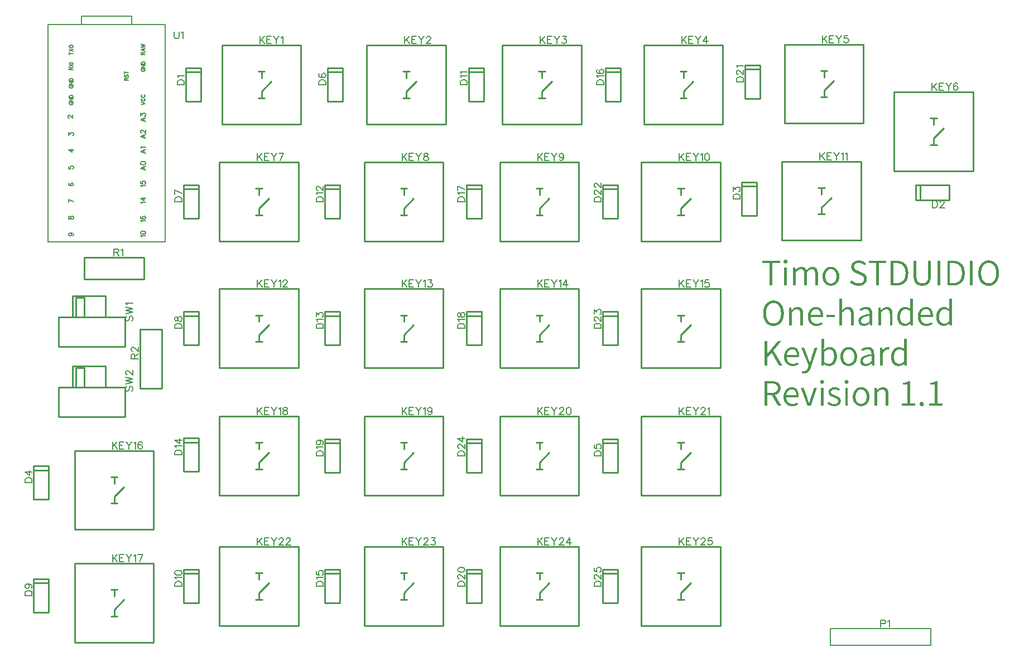
<source format=gto>
G04 Layer: TopSilkLayer*
G04 EasyEDA v6.1.33, Sat, 27 Apr 2019 13:28:37 GMT*
G04 c1ca82668c2d4d1491ff35bdc25fb94a,6a163e1b02164d1f80322a9964b4fc45,10*
G04 Gerber Generator version 0.2*
G04 Scale: 100 percent, Rotated: No, Reflected: No *
G04 Dimensions in inches *
G04 leading zeros omitted , absolute positions ,2 integer and 4 decimal *
%FSLAX24Y24*%
%MOIN*%
G90*
G70D02*

%ADD10C,0.010000*%
%ADD21C,0.008000*%
%ADD22C,0.008000*%
%ADD23C,0.009000*%
%ADD24C,0.007992*%
%ADD26C,0.006000*%

%LPD*%
G54D21*
G01X2200Y39000D02*
G01X2200Y26000D01*
G01X9200Y26000D01*
G01X9200Y39000D01*
G01X2200Y39000D01*
G54D22*
G01X4200Y39000D02*
G01X4200Y39500D01*
G01X4200Y39500D02*
G01X7200Y39500D01*
G01X7200Y39500D02*
G01X7200Y39000D01*
G54D10*
G01X12591Y37369D02*
G01X12591Y37763D01*
G01X17316Y37763D01*
G01X17316Y33038D01*
G01X12591Y33038D01*
G01X12591Y37369D01*
G01X14953Y34613D02*
G01X14953Y35007D01*
G01X15544Y35597D01*
G01X14953Y35794D02*
G01X14953Y36188D01*
G01X14757Y36188D02*
G01X15150Y36188D01*
G01X14757Y34613D02*
G01X15150Y34613D01*
G01X21241Y37369D02*
G01X21241Y37763D01*
G01X25966Y37763D01*
G01X25966Y33038D01*
G01X21241Y33038D01*
G01X21241Y37369D01*
G01X23603Y34613D02*
G01X23603Y35007D01*
G01X24194Y35597D01*
G01X23603Y35794D02*
G01X23603Y36188D01*
G01X23407Y36188D02*
G01X23800Y36188D01*
G01X23407Y34613D02*
G01X23800Y34613D01*
G01X29341Y37369D02*
G01X29341Y37763D01*
G01X34066Y37763D01*
G01X34066Y33038D01*
G01X29341Y33038D01*
G01X29341Y37369D01*
G01X31703Y34613D02*
G01X31703Y35007D01*
G01X32294Y35597D01*
G01X31703Y35794D02*
G01X31703Y36188D01*
G01X31507Y36188D02*
G01X31900Y36188D01*
G01X31507Y34613D02*
G01X31900Y34613D01*
G01X37791Y37369D02*
G01X37791Y37763D01*
G01X42516Y37763D01*
G01X42516Y33038D01*
G01X37791Y33038D01*
G01X37791Y37369D01*
G01X40154Y34613D02*
G01X40154Y35007D01*
G01X40744Y35597D01*
G01X40154Y35794D02*
G01X40154Y36188D01*
G01X39957Y36188D02*
G01X40350Y36188D01*
G01X39957Y34613D02*
G01X40350Y34613D01*
G01X46191Y37419D02*
G01X46191Y37813D01*
G01X50916Y37813D01*
G01X50916Y33088D01*
G01X46191Y33088D01*
G01X46191Y37419D01*
G01X48554Y34663D02*
G01X48554Y35057D01*
G01X49144Y35647D01*
G01X48554Y35844D02*
G01X48554Y36238D01*
G01X48357Y36238D02*
G01X48750Y36238D01*
G01X48357Y34663D02*
G01X48750Y34663D01*
G01X52741Y34569D02*
G01X52741Y34963D01*
G01X57466Y34963D01*
G01X57466Y30238D01*
G01X52741Y30238D01*
G01X52741Y34569D01*
G01X55104Y31813D02*
G01X55104Y32207D01*
G01X55694Y32797D01*
G01X55104Y32994D02*
G01X55104Y33388D01*
G01X54907Y33388D02*
G01X55300Y33388D01*
G01X54907Y31813D02*
G01X55300Y31813D01*
G01X12441Y30369D02*
G01X12441Y30763D01*
G01X17166Y30763D01*
G01X17166Y26038D01*
G01X12441Y26038D01*
G01X12441Y30369D01*
G01X14803Y27613D02*
G01X14803Y28007D01*
G01X15394Y28597D01*
G01X14803Y28794D02*
G01X14803Y29188D01*
G01X14607Y29188D02*
G01X15000Y29188D01*
G01X14607Y27613D02*
G01X15000Y27613D01*
G01X21091Y30369D02*
G01X21091Y30763D01*
G01X25816Y30763D01*
G01X25816Y26038D01*
G01X21091Y26038D01*
G01X21091Y30369D01*
G01X23453Y27613D02*
G01X23453Y28007D01*
G01X24044Y28597D01*
G01X23453Y28794D02*
G01X23453Y29188D01*
G01X23257Y29188D02*
G01X23650Y29188D01*
G01X23257Y27613D02*
G01X23650Y27613D01*
G01X29191Y30369D02*
G01X29191Y30763D01*
G01X33916Y30763D01*
G01X33916Y26038D01*
G01X29191Y26038D01*
G01X29191Y30369D01*
G01X31553Y27613D02*
G01X31553Y28007D01*
G01X32144Y28597D01*
G01X31553Y28794D02*
G01X31553Y29188D01*
G01X31357Y29188D02*
G01X31750Y29188D01*
G01X31357Y27613D02*
G01X31750Y27613D01*
G01X37641Y30369D02*
G01X37641Y30763D01*
G01X42366Y30763D01*
G01X42366Y26038D01*
G01X37641Y26038D01*
G01X37641Y30369D01*
G01X40004Y27613D02*
G01X40004Y28007D01*
G01X40594Y28597D01*
G01X40004Y28794D02*
G01X40004Y29188D01*
G01X39807Y29188D02*
G01X40200Y29188D01*
G01X39807Y27613D02*
G01X40200Y27613D01*
G01X46041Y30419D02*
G01X46041Y30813D01*
G01X50766Y30813D01*
G01X50766Y26088D01*
G01X46041Y26088D01*
G01X46041Y30419D01*
G01X48404Y27663D02*
G01X48404Y28057D01*
G01X48994Y28647D01*
G01X48404Y28844D02*
G01X48404Y29238D01*
G01X48207Y29238D02*
G01X48600Y29238D01*
G01X48207Y27663D02*
G01X48600Y27663D01*
G01X12441Y22794D02*
G01X12441Y23188D01*
G01X17166Y23188D01*
G01X17166Y18463D01*
G01X12441Y18463D01*
G01X12441Y22794D01*
G01X14803Y20038D02*
G01X14803Y20432D01*
G01X15394Y21022D01*
G01X14803Y21219D02*
G01X14803Y21613D01*
G01X14607Y21613D02*
G01X15000Y21613D01*
G01X14607Y20038D02*
G01X15000Y20038D01*
G01X21091Y22794D02*
G01X21091Y23188D01*
G01X25816Y23188D01*
G01X25816Y18463D01*
G01X21091Y18463D01*
G01X21091Y22794D01*
G01X23453Y20038D02*
G01X23453Y20432D01*
G01X24044Y21022D01*
G01X23453Y21219D02*
G01X23453Y21613D01*
G01X23257Y21613D02*
G01X23650Y21613D01*
G01X23257Y20038D02*
G01X23650Y20038D01*
G01X29191Y22794D02*
G01X29191Y23188D01*
G01X33916Y23188D01*
G01X33916Y18463D01*
G01X29191Y18463D01*
G01X29191Y22794D01*
G01X31553Y20038D02*
G01X31553Y20432D01*
G01X32144Y21022D01*
G01X31553Y21219D02*
G01X31553Y21613D01*
G01X31357Y21613D02*
G01X31750Y21613D01*
G01X31357Y20038D02*
G01X31750Y20038D01*
G01X37641Y22794D02*
G01X37641Y23188D01*
G01X42366Y23188D01*
G01X42366Y18463D01*
G01X37641Y18463D01*
G01X37641Y22794D01*
G01X40004Y20038D02*
G01X40004Y20432D01*
G01X40594Y21022D01*
G01X40004Y21219D02*
G01X40004Y21613D01*
G01X39807Y21613D02*
G01X40200Y21613D01*
G01X39807Y20038D02*
G01X40200Y20038D01*
G01X3791Y13119D02*
G01X3791Y13513D01*
G01X8516Y13513D01*
G01X8516Y8788D01*
G01X3791Y8788D01*
G01X3791Y13119D01*
G01X6153Y10363D02*
G01X6153Y10757D01*
G01X6744Y11347D01*
G01X6153Y11544D02*
G01X6153Y11938D01*
G01X5957Y11938D02*
G01X6350Y11938D01*
G01X5957Y10363D02*
G01X6350Y10363D01*
G01X3791Y6369D02*
G01X3791Y6763D01*
G01X8516Y6763D01*
G01X8516Y2038D01*
G01X3791Y2038D01*
G01X3791Y6369D01*
G01X6153Y3613D02*
G01X6153Y4007D01*
G01X6744Y4597D01*
G01X6153Y4794D02*
G01X6153Y5188D01*
G01X5957Y5188D02*
G01X6350Y5188D01*
G01X5957Y3613D02*
G01X6350Y3613D01*
G01X12441Y15169D02*
G01X12441Y15563D01*
G01X17166Y15563D01*
G01X17166Y10838D01*
G01X12441Y10838D01*
G01X12441Y15169D01*
G01X14803Y12413D02*
G01X14803Y12807D01*
G01X15394Y13397D01*
G01X14803Y13594D02*
G01X14803Y13988D01*
G01X14607Y13988D02*
G01X15000Y13988D01*
G01X14607Y12413D02*
G01X15000Y12413D01*
G01X21091Y15169D02*
G01X21091Y15563D01*
G01X25816Y15563D01*
G01X25816Y10838D01*
G01X21091Y10838D01*
G01X21091Y15169D01*
G01X23453Y12413D02*
G01X23453Y12807D01*
G01X24044Y13397D01*
G01X23453Y13594D02*
G01X23453Y13988D01*
G01X23257Y13988D02*
G01X23650Y13988D01*
G01X23257Y12413D02*
G01X23650Y12413D01*
G01X29191Y15169D02*
G01X29191Y15563D01*
G01X33916Y15563D01*
G01X33916Y10838D01*
G01X29191Y10838D01*
G01X29191Y15169D01*
G01X31553Y12413D02*
G01X31553Y12807D01*
G01X32144Y13397D01*
G01X31553Y13594D02*
G01X31553Y13988D01*
G01X31357Y13988D02*
G01X31750Y13988D01*
G01X31357Y12413D02*
G01X31750Y12413D01*
G01X37641Y15169D02*
G01X37641Y15563D01*
G01X42366Y15563D01*
G01X42366Y10838D01*
G01X37641Y10838D01*
G01X37641Y15169D01*
G01X40004Y12413D02*
G01X40004Y12807D01*
G01X40594Y13397D01*
G01X40004Y13594D02*
G01X40004Y13988D01*
G01X39807Y13988D02*
G01X40200Y13988D01*
G01X39807Y12413D02*
G01X40200Y12413D01*
G01X12441Y7369D02*
G01X12441Y7763D01*
G01X17166Y7763D01*
G01X17166Y3038D01*
G01X12441Y3038D01*
G01X12441Y7369D01*
G01X14803Y4613D02*
G01X14803Y5007D01*
G01X15394Y5597D01*
G01X14803Y5794D02*
G01X14803Y6188D01*
G01X14607Y6188D02*
G01X15000Y6188D01*
G01X14607Y4613D02*
G01X15000Y4613D01*
G01X21091Y7369D02*
G01X21091Y7763D01*
G01X25816Y7763D01*
G01X25816Y3038D01*
G01X21091Y3038D01*
G01X21091Y7369D01*
G01X23453Y4613D02*
G01X23453Y5007D01*
G01X24044Y5597D01*
G01X23453Y5794D02*
G01X23453Y6188D01*
G01X23257Y6188D02*
G01X23650Y6188D01*
G01X23257Y4613D02*
G01X23650Y4613D01*
G01X29191Y7369D02*
G01X29191Y7763D01*
G01X33916Y7763D01*
G01X33916Y3038D01*
G01X29191Y3038D01*
G01X29191Y7369D01*
G01X31553Y4613D02*
G01X31553Y5007D01*
G01X32144Y5597D01*
G01X31553Y5794D02*
G01X31553Y6188D01*
G01X31357Y6188D02*
G01X31750Y6188D01*
G01X31357Y4613D02*
G01X31750Y4613D01*
G01X37641Y7369D02*
G01X37641Y7763D01*
G01X42366Y7763D01*
G01X42366Y3038D01*
G01X37641Y3038D01*
G01X37641Y7369D01*
G01X40004Y4613D02*
G01X40004Y5007D01*
G01X40594Y5597D01*
G01X40004Y5794D02*
G01X40004Y6188D01*
G01X39807Y6188D02*
G01X40200Y6188D01*
G01X39807Y4613D02*
G01X40200Y4613D01*
G54D23*
G01X10450Y34401D02*
G01X10450Y36401D01*
G01X11350Y36401D01*
G01X11350Y34401D01*
G01X10450Y34401D01*
G01X10450Y36151D02*
G01X11350Y36151D01*
G01X56050Y28500D02*
G01X54050Y28500D01*
G01X54050Y29400D01*
G01X56050Y29400D01*
G01X56050Y28500D01*
G01X54300Y28500D02*
G01X54300Y29400D01*
G01X43650Y27575D02*
G01X43650Y29575D01*
G01X44550Y29575D01*
G01X44550Y27575D01*
G01X43650Y27575D01*
G01X43650Y29325D02*
G01X44550Y29325D01*
G01X1350Y10598D02*
G01X1350Y12598D01*
G01X2250Y12598D01*
G01X2250Y10598D01*
G01X1350Y10598D01*
G01X1350Y12348D02*
G01X2250Y12348D01*
G01X35350Y12200D02*
G01X35350Y14200D01*
G01X36250Y14200D01*
G01X36250Y12200D01*
G01X35350Y12200D01*
G01X35350Y13950D02*
G01X36250Y13950D01*
G01X18900Y34401D02*
G01X18900Y36401D01*
G01X19800Y36401D01*
G01X19800Y34401D01*
G01X18900Y34401D01*
G01X18900Y36151D02*
G01X19800Y36151D01*
G01X10300Y27401D02*
G01X10300Y29401D01*
G01X11200Y29401D01*
G01X11200Y27401D01*
G01X10300Y27401D01*
G01X10300Y29151D02*
G01X11200Y29151D01*
G01X10300Y19826D02*
G01X10300Y21826D01*
G01X11200Y21826D01*
G01X11200Y19826D01*
G01X10300Y19826D01*
G01X10300Y21576D02*
G01X11200Y21576D01*
G01X1350Y3848D02*
G01X1350Y5848D01*
G01X2250Y5848D01*
G01X2250Y3848D01*
G01X1350Y3848D01*
G01X1350Y5598D02*
G01X2250Y5598D01*
G01X10300Y4401D02*
G01X10300Y6401D01*
G01X11200Y6401D01*
G01X11200Y4401D01*
G01X10300Y4401D01*
G01X10300Y6151D02*
G01X11200Y6151D01*
G01X27350Y34401D02*
G01X27350Y36401D01*
G01X28250Y36401D01*
G01X28250Y34401D01*
G01X27350Y34401D01*
G01X27350Y36151D02*
G01X28250Y36151D01*
G01X18750Y27401D02*
G01X18750Y29401D01*
G01X19650Y29401D01*
G01X19650Y27401D01*
G01X18750Y27401D01*
G01X18750Y29151D02*
G01X19650Y29151D01*
G01X18750Y19826D02*
G01X18750Y21826D01*
G01X19650Y21826D01*
G01X19650Y19826D01*
G01X18750Y19826D01*
G01X18750Y21576D02*
G01X19650Y21576D01*
G01X10300Y12263D02*
G01X10300Y14263D01*
G01X11200Y14263D01*
G01X11200Y12263D01*
G01X10300Y12263D01*
G01X10300Y14013D02*
G01X11200Y14013D01*
G01X18750Y4401D02*
G01X18750Y6401D01*
G01X19650Y6401D01*
G01X19650Y4401D01*
G01X18750Y4401D01*
G01X18750Y6151D02*
G01X19650Y6151D01*
G01X35500Y34400D02*
G01X35500Y36400D01*
G01X36400Y36400D01*
G01X36400Y34400D01*
G01X35500Y34400D01*
G01X35500Y36150D02*
G01X36400Y36150D01*
G01X27200Y27401D02*
G01X27200Y29401D01*
G01X28100Y29401D01*
G01X28100Y27401D01*
G01X27200Y27401D01*
G01X27200Y29151D02*
G01X28100Y29151D01*
G01X27200Y19826D02*
G01X27200Y21826D01*
G01X28100Y21826D01*
G01X28100Y19826D01*
G01X27200Y19826D01*
G01X27200Y21576D02*
G01X28100Y21576D01*
G01X18750Y12201D02*
G01X18750Y14201D01*
G01X19650Y14201D01*
G01X19650Y12201D01*
G01X18750Y12201D01*
G01X18750Y13951D02*
G01X19650Y13951D01*
G01X27200Y4401D02*
G01X27200Y6401D01*
G01X28100Y6401D01*
G01X28100Y4401D01*
G01X27200Y4401D01*
G01X27200Y6151D02*
G01X28100Y6151D01*
G01X43850Y34575D02*
G01X43850Y36575D01*
G01X44750Y36575D01*
G01X44750Y34575D01*
G01X43850Y34575D01*
G01X43850Y36325D02*
G01X44750Y36325D01*
G01X35350Y27400D02*
G01X35350Y29400D01*
G01X36250Y29400D01*
G01X36250Y27400D01*
G01X35350Y27400D01*
G01X35350Y29150D02*
G01X36250Y29150D01*
G01X35350Y19825D02*
G01X35350Y21825D01*
G01X36250Y21825D01*
G01X36250Y19825D01*
G01X35350Y19825D01*
G01X35350Y21575D02*
G01X36250Y21575D01*
G01X27200Y12201D02*
G01X27200Y14201D01*
G01X28100Y14201D01*
G01X28100Y12201D01*
G01X27200Y12201D01*
G01X27200Y13951D02*
G01X28100Y13951D01*
G01X35350Y4400D02*
G01X35350Y6400D01*
G01X36250Y6400D01*
G01X36250Y4400D01*
G01X35350Y4400D01*
G01X35350Y6150D02*
G01X36250Y6150D01*
G54D22*
G01X49700Y2850D02*
G01X48950Y2850D01*
G01X48950Y1850D01*
G01X54950Y1850D01*
G01X54950Y2850D01*
G54D24*
G01X54950Y2850D02*
G01X49700Y2850D01*
G54D10*
G01X6725Y19730D02*
G01X6798Y19730D01*
G01X6798Y21503D01*
G01X2846Y21503D01*
G01X2846Y19730D01*
G01X3674Y21502D02*
G01X3674Y22782D01*
G01X5642Y22782D01*
G01X5642Y21502D01*
G01X3871Y21502D02*
G01X3871Y22683D01*
G01X4363Y22683D01*
G01X4363Y21502D01*
G01X6719Y19719D02*
G01X3846Y19719D01*
G01X2861Y19719D02*
G01X3924Y19719D01*
G01X6725Y15530D02*
G01X6798Y15530D01*
G01X6798Y17303D01*
G01X2846Y17303D01*
G01X2846Y15530D01*
G01X3674Y17302D02*
G01X3674Y18582D01*
G01X5642Y18582D01*
G01X5642Y17302D01*
G01X3871Y17302D02*
G01X3871Y18483D01*
G01X4363Y18483D01*
G01X4363Y17302D01*
G01X6719Y15519D02*
G01X3846Y15519D01*
G01X2861Y15519D02*
G01X3924Y15519D01*
G01X4380Y23750D02*
G01X4380Y25050D01*
G01X4380Y25050D02*
G01X7919Y25050D01*
G01X7919Y25050D02*
G01X7919Y23750D01*
G01X7919Y23750D02*
G01X4380Y23750D01*
G01X9000Y17230D02*
G01X7700Y17230D01*
G01X7700Y17230D02*
G01X7700Y20769D01*
G01X7700Y20769D02*
G01X9000Y20769D01*
G01X9000Y20769D02*
G01X9000Y17230D01*

%LPD*%
G36*
G01X54418Y16431D02*
G01X54393Y16434D01*
G01X54369Y16431D01*
G01X54347Y16424D01*
G01X54326Y16413D01*
G01X54308Y16398D01*
G01X54293Y16378D01*
G01X54281Y16356D01*
G01X54274Y16330D01*
G01X54272Y16301D01*
G01X54274Y16274D01*
G01X54281Y16250D01*
G01X54293Y16228D01*
G01X54308Y16209D01*
G01X54326Y16194D01*
G01X54347Y16183D01*
G01X54369Y16176D01*
G01X54393Y16173D01*
G01X54418Y16176D01*
G01X54442Y16183D01*
G01X54463Y16194D01*
G01X54481Y16209D01*
G01X54496Y16228D01*
G01X54508Y16250D01*
G01X54515Y16274D01*
G01X54518Y16301D01*
G01X54515Y16330D01*
G01X54508Y16356D01*
G01X54496Y16378D01*
G01X54481Y16398D01*
G01X54463Y16413D01*
G01X54442Y16424D01*
G01X54418Y16431D01*
G37*

%LPD*%
G36*
G01X50792Y17307D02*
G01X50747Y17307D01*
G01X50726Y17305D01*
G01X50704Y17303D01*
G01X50683Y17300D01*
G01X50662Y17296D01*
G01X50641Y17290D01*
G01X50621Y17284D01*
G01X50601Y17277D01*
G01X50561Y17261D01*
G01X50542Y17251D01*
G01X50523Y17240D01*
G01X50506Y17229D01*
G01X50488Y17216D01*
G01X50471Y17203D01*
G01X50454Y17189D01*
G01X50438Y17174D01*
G01X50422Y17158D01*
G01X50408Y17142D01*
G01X50393Y17124D01*
G01X50380Y17106D01*
G01X50367Y17087D01*
G01X50355Y17067D01*
G01X50343Y17046D01*
G01X50333Y17025D01*
G01X50323Y17002D01*
G01X50314Y16979D01*
G01X50298Y16931D01*
G01X50286Y16879D01*
G01X50278Y16825D01*
G01X50274Y16767D01*
G01X50273Y16738D01*
G01X50274Y16708D01*
G01X50278Y16652D01*
G01X50282Y16624D01*
G01X50286Y16598D01*
G01X50292Y16572D01*
G01X50298Y16547D01*
G01X50314Y16499D01*
G01X50323Y16476D01*
G01X50333Y16454D01*
G01X50343Y16433D01*
G01X50367Y16393D01*
G01X50380Y16374D01*
G01X50393Y16356D01*
G01X50408Y16338D01*
G01X50422Y16322D01*
G01X50438Y16306D01*
G01X50454Y16292D01*
G01X50488Y16264D01*
G01X50506Y16252D01*
G01X50523Y16241D01*
G01X50542Y16230D01*
G01X50561Y16220D01*
G01X50581Y16211D01*
G01X50641Y16190D01*
G01X50662Y16185D01*
G01X50683Y16181D01*
G01X50704Y16178D01*
G01X50726Y16176D01*
G01X50747Y16174D01*
G01X50769Y16173D01*
G01X50792Y16174D01*
G01X50813Y16176D01*
G01X50835Y16178D01*
G01X50856Y16181D01*
G01X50877Y16185D01*
G01X50898Y16190D01*
G01X50918Y16197D01*
G01X50939Y16204D01*
G01X50959Y16211D01*
G01X50978Y16220D01*
G01X50997Y16230D01*
G01X51016Y16241D01*
G01X51034Y16252D01*
G01X51052Y16264D01*
G01X51086Y16292D01*
G01X51102Y16306D01*
G01X51118Y16322D01*
G01X51132Y16338D01*
G01X51147Y16356D01*
G01X51160Y16374D01*
G01X51173Y16393D01*
G01X51197Y16433D01*
G01X51208Y16454D01*
G01X51218Y16476D01*
G01X51227Y16499D01*
G01X51243Y16547D01*
G01X51249Y16572D01*
G01X51255Y16598D01*
G01X51259Y16624D01*
G01X51263Y16652D01*
G01X51267Y16708D01*
G01X51268Y16738D01*
G01X51267Y16767D01*
G01X51263Y16825D01*
G01X51255Y16879D01*
G01X51243Y16931D01*
G01X51227Y16979D01*
G01X51218Y17002D01*
G01X51208Y17025D01*
G01X51197Y17046D01*
G01X51185Y17067D01*
G01X51173Y17087D01*
G01X51160Y17106D01*
G01X51147Y17124D01*
G01X51132Y17142D01*
G01X51118Y17158D01*
G01X51102Y17174D01*
G01X51086Y17189D01*
G01X51069Y17203D01*
G01X51052Y17216D01*
G01X51034Y17229D01*
G01X51016Y17240D01*
G01X50997Y17251D01*
G01X50978Y17261D01*
G01X50959Y17269D01*
G01X50939Y17277D01*
G01X50918Y17284D01*
G01X50898Y17290D01*
G01X50877Y17296D01*
G01X50856Y17300D01*
G01X50835Y17303D01*
G01X50813Y17305D01*
G01X50792Y17307D01*
G37*

%LPC*%
G36*
G01X50790Y17169D02*
G01X50749Y17169D01*
G01X50729Y17167D01*
G01X50709Y17164D01*
G01X50690Y17159D01*
G01X50672Y17153D01*
G01X50654Y17146D01*
G01X50636Y17138D01*
G01X50620Y17129D01*
G01X50604Y17119D01*
G01X50588Y17107D01*
G01X50573Y17094D01*
G01X50559Y17081D01*
G01X50546Y17066D01*
G01X50533Y17050D01*
G01X50521Y17034D01*
G01X50510Y17016D01*
G01X50499Y16997D01*
G01X50489Y16978D01*
G01X50481Y16957D01*
G01X50472Y16936D01*
G01X50465Y16914D01*
G01X50459Y16891D01*
G01X50454Y16867D01*
G01X50450Y16843D01*
G01X50446Y16817D01*
G01X50443Y16792D01*
G01X50442Y16765D01*
G01X50442Y16710D01*
G01X50443Y16684D01*
G01X50446Y16658D01*
G01X50450Y16633D01*
G01X50454Y16609D01*
G01X50459Y16585D01*
G01X50465Y16563D01*
G01X50472Y16541D01*
G01X50481Y16520D01*
G01X50489Y16499D01*
G01X50499Y16480D01*
G01X50510Y16461D01*
G01X50521Y16444D01*
G01X50533Y16428D01*
G01X50546Y16412D01*
G01X50559Y16397D01*
G01X50573Y16384D01*
G01X50588Y16371D01*
G01X50604Y16360D01*
G01X50636Y16340D01*
G01X50654Y16332D01*
G01X50690Y16320D01*
G01X50709Y16315D01*
G01X50729Y16312D01*
G01X50749Y16310D01*
G01X50769Y16309D01*
G01X50790Y16310D01*
G01X50810Y16312D01*
G01X50830Y16315D01*
G01X50849Y16320D01*
G01X50868Y16326D01*
G01X50885Y16332D01*
G01X50903Y16340D01*
G01X50920Y16350D01*
G01X50936Y16360D01*
G01X50952Y16371D01*
G01X50967Y16384D01*
G01X50981Y16397D01*
G01X50994Y16412D01*
G01X51007Y16428D01*
G01X51019Y16444D01*
G01X51031Y16461D01*
G01X51051Y16499D01*
G01X51060Y16520D01*
G01X51068Y16541D01*
G01X51075Y16563D01*
G01X51081Y16585D01*
G01X51087Y16609D01*
G01X51092Y16633D01*
G01X51095Y16658D01*
G01X51099Y16710D01*
G01X51100Y16738D01*
G01X51099Y16765D01*
G01X51097Y16792D01*
G01X51095Y16817D01*
G01X51092Y16843D01*
G01X51087Y16867D01*
G01X51081Y16891D01*
G01X51075Y16914D01*
G01X51068Y16936D01*
G01X51060Y16957D01*
G01X51051Y16978D01*
G01X51031Y17016D01*
G01X51019Y17034D01*
G01X51007Y17050D01*
G01X50994Y17066D01*
G01X50981Y17081D01*
G01X50967Y17094D01*
G01X50952Y17107D01*
G01X50936Y17119D01*
G01X50920Y17129D01*
G01X50903Y17138D01*
G01X50885Y17146D01*
G01X50868Y17153D01*
G01X50849Y17159D01*
G01X50830Y17164D01*
G01X50810Y17167D01*
G01X50790Y17169D01*
G37*

%LPD*%
G36*
G01X49211Y17307D02*
G01X49159Y17307D01*
G01X49131Y17305D01*
G01X49105Y17302D01*
G01X49080Y17297D01*
G01X49056Y17291D01*
G01X49032Y17284D01*
G01X49010Y17276D01*
G01X48989Y17267D01*
G01X48951Y17245D01*
G01X48934Y17233D01*
G01X48902Y17205D01*
G01X48876Y17175D01*
G01X48865Y17159D01*
G01X48855Y17141D01*
G01X48846Y17123D01*
G01X48839Y17105D01*
G01X48832Y17086D01*
G01X48828Y17067D01*
G01X48824Y17047D01*
G01X48822Y17026D01*
G01X48822Y17005D01*
G01X48823Y16979D01*
G01X48827Y16953D01*
G01X48832Y16930D01*
G01X48841Y16908D01*
G01X48851Y16887D01*
G01X48863Y16867D01*
G01X48877Y16849D01*
G01X48892Y16832D01*
G01X48909Y16816D01*
G01X48927Y16802D01*
G01X48946Y16788D01*
G01X48966Y16775D01*
G01X48987Y16762D01*
G01X49031Y16740D01*
G01X49055Y16730D01*
G01X49078Y16720D01*
G01X49124Y16702D01*
G01X49147Y16694D01*
G01X49171Y16685D01*
G01X49193Y16677D01*
G01X49216Y16667D01*
G01X49238Y16658D01*
G01X49260Y16648D01*
G01X49281Y16638D01*
G01X49301Y16627D01*
G01X49319Y16615D01*
G01X49336Y16602D01*
G01X49352Y16588D01*
G01X49366Y16573D01*
G01X49377Y16557D01*
G01X49387Y16540D01*
G01X49394Y16522D01*
G01X49398Y16503D01*
G01X49400Y16482D01*
G01X49399Y16463D01*
G01X49396Y16445D01*
G01X49392Y16428D01*
G01X49385Y16411D01*
G01X49378Y16396D01*
G01X49368Y16381D01*
G01X49357Y16367D01*
G01X49344Y16354D01*
G01X49329Y16342D01*
G01X49312Y16332D01*
G01X49294Y16323D01*
G01X49274Y16315D01*
G01X49252Y16309D01*
G01X49228Y16305D01*
G01X49203Y16303D01*
G01X49176Y16301D01*
G01X49151Y16302D01*
G01X49126Y16304D01*
G01X49103Y16307D01*
G01X49081Y16311D01*
G01X49059Y16316D01*
G01X49037Y16322D01*
G01X49017Y16329D01*
G01X48997Y16337D01*
G01X48977Y16346D01*
G01X48958Y16356D01*
G01X48939Y16367D01*
G01X48921Y16378D01*
G01X48903Y16390D01*
G01X48885Y16403D01*
G01X48867Y16417D01*
G01X48850Y16432D01*
G01X48768Y16321D01*
G01X48787Y16306D01*
G01X48808Y16291D01*
G01X48829Y16277D01*
G01X48852Y16263D01*
G01X48875Y16250D01*
G01X48899Y16238D01*
G01X48924Y16226D01*
G01X48949Y16216D01*
G01X48975Y16207D01*
G01X49002Y16198D01*
G01X49029Y16191D01*
G01X49056Y16185D01*
G01X49084Y16180D01*
G01X49112Y16176D01*
G01X49141Y16174D01*
G01X49169Y16173D01*
G01X49200Y16174D01*
G01X49230Y16176D01*
G01X49258Y16180D01*
G01X49285Y16185D01*
G01X49311Y16191D01*
G01X49359Y16207D01*
G01X49381Y16217D01*
G01X49402Y16228D01*
G01X49421Y16240D01*
G01X49439Y16253D01*
G01X49456Y16267D01*
G01X49472Y16282D01*
G01X49486Y16298D01*
G01X49499Y16314D01*
G01X49511Y16331D01*
G01X49521Y16349D01*
G01X49530Y16367D01*
G01X49538Y16387D01*
G01X49544Y16406D01*
G01X49549Y16427D01*
G01X49553Y16447D01*
G01X49555Y16468D01*
G01X49556Y16490D01*
G01X49555Y16515D01*
G01X49552Y16538D01*
G01X49548Y16560D01*
G01X49542Y16581D01*
G01X49534Y16601D01*
G01X49526Y16619D01*
G01X49504Y16653D01*
G01X49492Y16668D01*
G01X49478Y16682D01*
G01X49463Y16696D01*
G01X49448Y16709D01*
G01X49431Y16720D01*
G01X49414Y16732D01*
G01X49397Y16742D01*
G01X49378Y16752D01*
G01X49360Y16762D01*
G01X49340Y16771D01*
G01X49321Y16780D01*
G01X49241Y16812D01*
G01X49222Y16819D01*
G01X49198Y16828D01*
G01X49176Y16836D01*
G01X49153Y16844D01*
G01X49131Y16853D01*
G01X49110Y16862D01*
G01X49090Y16872D01*
G01X49071Y16882D01*
G01X49053Y16892D01*
G01X49037Y16904D01*
G01X49022Y16916D01*
G01X49009Y16930D01*
G01X48998Y16944D01*
G01X48989Y16959D01*
G01X48983Y16976D01*
G01X48979Y16994D01*
G01X48977Y17013D01*
G01X48979Y17035D01*
G01X48983Y17056D01*
G01X48990Y17076D01*
G01X49000Y17095D01*
G01X49013Y17113D01*
G01X49029Y17128D01*
G01X49047Y17142D01*
G01X49069Y17155D01*
G01X49094Y17164D01*
G01X49122Y17171D01*
G01X49153Y17176D01*
G01X49188Y17178D01*
G01X49211Y17177D01*
G01X49235Y17174D01*
G01X49257Y17170D01*
G01X49280Y17165D01*
G01X49301Y17158D01*
G01X49322Y17150D01*
G01X49342Y17140D01*
G01X49361Y17130D01*
G01X49381Y17119D01*
G01X49419Y17095D01*
G01X49438Y17082D01*
G01X49515Y17188D01*
G01X49500Y17200D01*
G01X49483Y17212D01*
G01X49466Y17223D01*
G01X49448Y17234D01*
G01X49429Y17244D01*
G01X49410Y17255D01*
G01X49389Y17264D01*
G01X49369Y17272D01*
G01X49347Y17280D01*
G01X49326Y17287D01*
G01X49304Y17293D01*
G01X49281Y17298D01*
G01X49258Y17302D01*
G01X49235Y17305D01*
G01X49211Y17307D01*
G37*

%LPD*%
G36*
G01X46644Y17307D02*
G01X46599Y17307D01*
G01X46578Y17305D01*
G01X46558Y17303D01*
G01X46538Y17300D01*
G01X46498Y17290D01*
G01X46478Y17283D01*
G01X46459Y17276D01*
G01X46439Y17268D01*
G01X46421Y17259D01*
G01X46402Y17249D01*
G01X46384Y17238D01*
G01X46367Y17226D01*
G01X46333Y17200D01*
G01X46317Y17186D01*
G01X46301Y17171D01*
G01X46285Y17155D01*
G01X46271Y17138D01*
G01X46243Y17102D01*
G01X46231Y17082D01*
G01X46219Y17063D01*
G01X46207Y17042D01*
G01X46187Y16998D01*
G01X46178Y16975D01*
G01X46170Y16951D01*
G01X46163Y16927D01*
G01X46156Y16902D01*
G01X46146Y16850D01*
G01X46142Y16823D01*
G01X46138Y16767D01*
G01X46138Y16708D01*
G01X46139Y16680D01*
G01X46142Y16652D01*
G01X46150Y16598D01*
G01X46162Y16548D01*
G01X46169Y16523D01*
G01X46177Y16500D01*
G01X46186Y16477D01*
G01X46197Y16455D01*
G01X46207Y16434D01*
G01X46218Y16413D01*
G01X46244Y16375D01*
G01X46257Y16357D01*
G01X46272Y16339D01*
G01X46287Y16323D01*
G01X46303Y16307D01*
G01X46319Y16292D01*
G01X46336Y16278D01*
G01X46354Y16265D01*
G01X46390Y16241D01*
G01X46410Y16230D01*
G01X46450Y16212D01*
G01X46470Y16204D01*
G01X46492Y16197D01*
G01X46513Y16191D01*
G01X46557Y16181D01*
G01X46580Y16178D01*
G01X46626Y16174D01*
G01X46650Y16173D01*
G01X46677Y16174D01*
G01X46704Y16176D01*
G01X46730Y16178D01*
G01X46755Y16182D01*
G01X46803Y16192D01*
G01X46826Y16199D01*
G01X46847Y16206D01*
G01X46869Y16214D01*
G01X46890Y16222D01*
G01X46910Y16232D01*
G01X46930Y16241D01*
G01X46968Y16261D01*
G01X46986Y16272D01*
G01X47004Y16284D01*
G01X46943Y16392D01*
G01X46923Y16378D01*
G01X46903Y16366D01*
G01X46882Y16355D01*
G01X46860Y16345D01*
G01X46839Y16336D01*
G01X46816Y16327D01*
G01X46793Y16320D01*
G01X46770Y16314D01*
G01X46746Y16310D01*
G01X46721Y16306D01*
G01X46696Y16304D01*
G01X46669Y16303D01*
G01X46647Y16304D01*
G01X46624Y16306D01*
G01X46603Y16309D01*
G01X46581Y16313D01*
G01X46561Y16318D01*
G01X46541Y16325D01*
G01X46522Y16332D01*
G01X46504Y16341D01*
G01X46485Y16351D01*
G01X46468Y16361D01*
G01X46436Y16385D01*
G01X46422Y16399D01*
G01X46407Y16413D01*
G01X46381Y16445D01*
G01X46369Y16463D01*
G01X46359Y16481D01*
G01X46339Y16519D01*
G01X46331Y16540D01*
G01X46324Y16561D01*
G01X46317Y16583D01*
G01X46307Y16629D01*
G01X46304Y16653D01*
G01X46301Y16678D01*
G01X46300Y16703D01*
G01X47038Y16703D01*
G01X47041Y16725D01*
G01X47044Y16749D01*
G01X47045Y16775D01*
G01X47046Y16802D01*
G01X47045Y16830D01*
G01X47044Y16859D01*
G01X47042Y16886D01*
G01X47038Y16913D01*
G01X47034Y16939D01*
G01X47029Y16964D01*
G01X47017Y17012D01*
G01X47010Y17035D01*
G01X47001Y17057D01*
G01X46992Y17078D01*
G01X46982Y17099D01*
G01X46960Y17137D01*
G01X46947Y17155D01*
G01X46934Y17171D01*
G01X46920Y17188D01*
G01X46905Y17203D01*
G01X46889Y17217D01*
G01X46873Y17230D01*
G01X46856Y17242D01*
G01X46838Y17253D01*
G01X46819Y17263D01*
G01X46800Y17272D01*
G01X46780Y17280D01*
G01X46759Y17288D01*
G01X46738Y17294D01*
G01X46715Y17298D01*
G01X46692Y17303D01*
G01X46669Y17305D01*
G01X46644Y17307D01*
G37*

%LPC*%
G36*
G01X46643Y17175D02*
G01X46622Y17176D01*
G01X46602Y17175D01*
G01X46582Y17173D01*
G01X46563Y17169D01*
G01X46543Y17165D01*
G01X46525Y17159D01*
G01X46506Y17152D01*
G01X46489Y17143D01*
G01X46471Y17134D01*
G01X46455Y17123D01*
G01X46438Y17110D01*
G01X46423Y17097D01*
G01X46393Y17067D01*
G01X46380Y17050D01*
G01X46368Y17032D01*
G01X46356Y17013D01*
G01X46345Y16993D01*
G01X46335Y16971D01*
G01X46326Y16949D01*
G01X46318Y16926D01*
G01X46311Y16901D01*
G01X46306Y16876D01*
G01X46301Y16849D01*
G01X46297Y16821D01*
G01X46902Y16821D01*
G01X46901Y16850D01*
G01X46899Y16877D01*
G01X46897Y16903D01*
G01X46893Y16928D01*
G01X46888Y16952D01*
G01X46882Y16975D01*
G01X46876Y16996D01*
G01X46868Y17016D01*
G01X46859Y17036D01*
G01X46850Y17053D01*
G01X46839Y17070D01*
G01X46827Y17086D01*
G01X46815Y17100D01*
G01X46802Y17113D01*
G01X46788Y17125D01*
G01X46756Y17145D01*
G01X46739Y17153D01*
G01X46722Y17160D01*
G01X46684Y17170D01*
G01X46664Y17173D01*
G01X46643Y17175D01*
G37*

%LPD*%
G36*
G01X55334Y17663D02*
G01X55210Y17663D01*
G01X55190Y17652D01*
G01X55170Y17642D01*
G01X55149Y17632D01*
G01X55127Y17622D01*
G01X55104Y17613D01*
G01X55080Y17605D01*
G01X55055Y17596D01*
G01X55029Y17589D01*
G01X55002Y17582D01*
G01X54974Y17575D01*
G01X54914Y17563D01*
G01X54914Y17457D01*
G01X55172Y17457D01*
G01X55172Y16336D01*
G01X54843Y16336D01*
G01X54843Y16200D01*
G01X55631Y16200D01*
G01X55631Y16336D01*
G01X55334Y16336D01*
G01X55334Y17663D01*
G37*

%LPD*%
G36*
G01X53696Y17663D02*
G01X53572Y17663D01*
G01X53552Y17652D01*
G01X53532Y17642D01*
G01X53511Y17632D01*
G01X53489Y17622D01*
G01X53466Y17613D01*
G01X53442Y17605D01*
G01X53417Y17596D01*
G01X53391Y17589D01*
G01X53364Y17582D01*
G01X53336Y17575D01*
G01X53276Y17563D01*
G01X53276Y17457D01*
G01X53534Y17457D01*
G01X53534Y16336D01*
G01X53206Y16336D01*
G01X53206Y16200D01*
G01X53993Y16200D01*
G01X53993Y16336D01*
G01X53696Y16336D01*
G01X53696Y17663D01*
G37*

%LPD*%
G36*
G01X52103Y17307D02*
G01X52052Y17307D01*
G01X52026Y17304D01*
G01X52000Y17299D01*
G01X51975Y17293D01*
G01X51951Y17285D01*
G01X51927Y17276D01*
G01X51904Y17265D01*
G01X51881Y17253D01*
G01X51859Y17240D01*
G01X51837Y17225D01*
G01X51816Y17210D01*
G01X51796Y17194D01*
G01X51775Y17177D01*
G01X51755Y17159D01*
G01X51715Y17121D01*
G01X51710Y17121D01*
G01X51693Y17280D01*
G01X51561Y17280D01*
G01X51561Y16200D01*
G01X51723Y16200D01*
G01X51723Y16990D01*
G01X51744Y17011D01*
G01X51784Y17049D01*
G01X51803Y17066D01*
G01X51822Y17082D01*
G01X51840Y17096D01*
G01X51859Y17109D01*
G01X51877Y17121D01*
G01X51895Y17131D01*
G01X51914Y17140D01*
G01X51932Y17148D01*
G01X51951Y17154D01*
G01X51970Y17159D01*
G01X51990Y17163D01*
G01X52010Y17165D01*
G01X52053Y17165D01*
G01X52074Y17163D01*
G01X52093Y17159D01*
G01X52111Y17154D01*
G01X52128Y17148D01*
G01X52144Y17140D01*
G01X52158Y17131D01*
G01X52172Y17120D01*
G01X52184Y17107D01*
G01X52195Y17094D01*
G01X52205Y17078D01*
G01X52213Y17061D01*
G01X52221Y17042D01*
G01X52228Y17022D01*
G01X52233Y17000D01*
G01X52238Y16977D01*
G01X52241Y16951D01*
G01X52243Y16925D01*
G01X52245Y16896D01*
G01X52246Y16865D01*
G01X52246Y16200D01*
G01X52410Y16200D01*
G01X52410Y16886D01*
G01X52409Y16915D01*
G01X52408Y16943D01*
G01X52406Y16970D01*
G01X52403Y16996D01*
G01X52400Y17021D01*
G01X52395Y17045D01*
G01X52390Y17068D01*
G01X52384Y17090D01*
G01X52377Y17111D01*
G01X52369Y17131D01*
G01X52360Y17150D01*
G01X52351Y17167D01*
G01X52340Y17184D01*
G01X52329Y17200D01*
G01X52317Y17215D01*
G01X52304Y17228D01*
G01X52290Y17241D01*
G01X52276Y17252D01*
G01X52260Y17263D01*
G01X52244Y17272D01*
G01X52227Y17280D01*
G01X52208Y17288D01*
G01X52189Y17294D01*
G01X52169Y17299D01*
G01X52148Y17303D01*
G01X52126Y17305D01*
G01X52103Y17307D01*
G37*

%LPD*%
G36*
G01X49981Y17280D02*
G01X49819Y17280D01*
G01X49819Y16200D01*
G01X49981Y16200D01*
G01X49981Y17280D01*
G37*

%LPD*%
G36*
G01X48518Y17280D02*
G01X48356Y17280D01*
G01X48356Y16200D01*
G01X48518Y16200D01*
G01X48518Y17280D01*
G37*

%LPD*%
G36*
G01X47339Y17280D02*
G01X47169Y17280D01*
G01X47564Y16200D01*
G01X47754Y16200D01*
G01X48139Y17280D01*
G01X47980Y17280D01*
G01X47765Y16652D01*
G01X47749Y16598D01*
G01X47732Y16545D01*
G01X47714Y16491D01*
G01X47706Y16464D01*
G01X47697Y16438D01*
G01X47689Y16411D01*
G01X47680Y16385D01*
G01X47672Y16359D01*
G01X47664Y16334D01*
G01X47656Y16334D01*
G01X47647Y16359D01*
G01X47638Y16385D01*
G01X47630Y16411D01*
G01X47621Y16438D01*
G01X47612Y16464D01*
G01X47604Y16491D01*
G01X47595Y16518D01*
G01X47587Y16545D01*
G01X47578Y16571D01*
G01X47570Y16598D01*
G01X47561Y16625D01*
G01X47554Y16652D01*
G01X47339Y17280D01*
G37*

%LPD*%
G36*
G01X45479Y17663D02*
G01X45004Y17663D01*
G01X45004Y16200D01*
G01X45169Y16200D01*
G01X45169Y16832D01*
G01X45443Y16832D01*
G01X45810Y16200D01*
G01X45996Y16200D01*
G01X45618Y16848D01*
G01X45643Y16854D01*
G01X45668Y16861D01*
G01X45691Y16869D01*
G01X45714Y16878D01*
G01X45736Y16888D01*
G01X45757Y16899D01*
G01X45778Y16911D01*
G01X45797Y16923D01*
G01X45816Y16937D01*
G01X45850Y16967D01*
G01X45865Y16984D01*
G01X45879Y17001D01*
G01X45892Y17019D01*
G01X45904Y17039D01*
G01X45915Y17059D01*
G01X45925Y17080D01*
G01X45941Y17126D01*
G01X45947Y17151D01*
G01X45951Y17176D01*
G01X45955Y17202D01*
G01X45957Y17229D01*
G01X45957Y17285D01*
G01X45955Y17311D01*
G01X45952Y17337D01*
G01X45948Y17361D01*
G01X45943Y17384D01*
G01X45929Y17428D01*
G01X45920Y17448D01*
G01X45911Y17467D01*
G01X45900Y17484D01*
G01X45889Y17502D01*
G01X45876Y17518D01*
G01X45863Y17533D01*
G01X45848Y17547D01*
G01X45832Y17561D01*
G01X45816Y17573D01*
G01X45799Y17584D01*
G01X45781Y17595D01*
G01X45762Y17605D01*
G01X45743Y17614D01*
G01X45701Y17630D01*
G01X45679Y17636D01*
G01X45656Y17642D01*
G01X45633Y17647D01*
G01X45609Y17652D01*
G01X45559Y17658D01*
G01X45533Y17661D01*
G01X45479Y17663D01*
G37*

%LPC*%
G36*
G01X45426Y17530D02*
G01X45169Y17530D01*
G01X45169Y16967D01*
G01X45426Y16967D01*
G01X45455Y16968D01*
G01X45482Y16969D01*
G01X45509Y16972D01*
G01X45535Y16975D01*
G01X45559Y16980D01*
G01X45582Y16985D01*
G01X45604Y16992D01*
G01X45625Y16999D01*
G01X45645Y17007D01*
G01X45664Y17017D01*
G01X45681Y17028D01*
G01X45697Y17039D01*
G01X45712Y17052D01*
G01X45726Y17065D01*
G01X45738Y17080D01*
G01X45749Y17095D01*
G01X45759Y17112D01*
G01X45768Y17130D01*
G01X45775Y17148D01*
G01X45781Y17168D01*
G01X45785Y17189D01*
G01X45789Y17211D01*
G01X45791Y17234D01*
G01X45792Y17257D01*
G01X45791Y17282D01*
G01X45789Y17305D01*
G01X45785Y17327D01*
G01X45781Y17347D01*
G01X45775Y17366D01*
G01X45768Y17384D01*
G01X45759Y17401D01*
G01X45749Y17417D01*
G01X45738Y17432D01*
G01X45726Y17445D01*
G01X45712Y17457D01*
G01X45697Y17469D01*
G01X45681Y17479D01*
G01X45664Y17488D01*
G01X45645Y17496D01*
G01X45625Y17503D01*
G01X45604Y17510D01*
G01X45582Y17515D01*
G01X45559Y17520D01*
G01X45535Y17523D01*
G01X45509Y17526D01*
G01X45482Y17528D01*
G01X45455Y17529D01*
G01X45426Y17530D01*
G37*

%LPD*%
G36*
G01X49925Y17732D02*
G01X49902Y17734D01*
G01X49877Y17732D01*
G01X49854Y17726D01*
G01X49834Y17717D01*
G01X49817Y17704D01*
G01X49803Y17688D01*
G01X49792Y17669D01*
G01X49786Y17646D01*
G01X49784Y17621D01*
G01X49786Y17598D01*
G01X49792Y17577D01*
G01X49803Y17559D01*
G01X49817Y17542D01*
G01X49834Y17530D01*
G01X49854Y17520D01*
G01X49877Y17514D01*
G01X49902Y17511D01*
G01X49925Y17514D01*
G01X49947Y17520D01*
G01X49967Y17530D01*
G01X49985Y17542D01*
G01X49999Y17559D01*
G01X50010Y17577D01*
G01X50017Y17598D01*
G01X50019Y17621D01*
G01X50017Y17646D01*
G01X50010Y17669D01*
G01X49999Y17688D01*
G01X49985Y17704D01*
G01X49967Y17717D01*
G01X49947Y17726D01*
G01X49925Y17732D01*
G37*

%LPD*%
G36*
G01X48461Y17732D02*
G01X48438Y17734D01*
G01X48413Y17732D01*
G01X48390Y17726D01*
G01X48370Y17717D01*
G01X48353Y17704D01*
G01X48339Y17688D01*
G01X48328Y17669D01*
G01X48322Y17646D01*
G01X48319Y17621D01*
G01X48322Y17598D01*
G01X48328Y17577D01*
G01X48339Y17559D01*
G01X48353Y17542D01*
G01X48370Y17530D01*
G01X48390Y17520D01*
G01X48413Y17514D01*
G01X48438Y17511D01*
G01X48461Y17514D01*
G01X48483Y17520D01*
G01X48503Y17530D01*
G01X48521Y17542D01*
G01X48535Y17559D01*
G01X48546Y17577D01*
G01X48553Y17598D01*
G01X48556Y17621D01*
G01X48553Y17646D01*
G01X48546Y17669D01*
G01X48535Y17688D01*
G01X48521Y17704D01*
G01X48503Y17717D01*
G01X48483Y17726D01*
G01X48461Y17732D01*
G37*

%LPD*%
G36*
G01X47372Y19680D02*
G01X47202Y19680D01*
G01X47638Y18594D01*
G01X47614Y18509D01*
G01X47594Y18459D01*
G01X47583Y18435D01*
G01X47571Y18412D01*
G01X47559Y18391D01*
G01X47545Y18371D01*
G01X47531Y18352D01*
G01X47516Y18335D01*
G01X47500Y18319D01*
G01X47483Y18306D01*
G01X47465Y18294D01*
G01X47447Y18284D01*
G01X47427Y18276D01*
G01X47406Y18270D01*
G01X47384Y18267D01*
G01X47361Y18265D01*
G01X47339Y18267D01*
G01X47317Y18271D01*
G01X47296Y18276D01*
G01X47277Y18282D01*
G01X47243Y18150D01*
G01X47271Y18140D01*
G01X47300Y18133D01*
G01X47333Y18129D01*
G01X47368Y18128D01*
G01X47393Y18128D01*
G01X47418Y18131D01*
G01X47442Y18135D01*
G01X47465Y18141D01*
G01X47486Y18148D01*
G01X47507Y18157D01*
G01X47528Y18167D01*
G01X47547Y18178D01*
G01X47565Y18191D01*
G01X47583Y18205D01*
G01X47600Y18220D01*
G01X47616Y18236D01*
G01X47632Y18253D01*
G01X47647Y18272D01*
G01X47660Y18291D01*
G01X47674Y18311D01*
G01X47687Y18332D01*
G01X47699Y18355D01*
G01X47711Y18377D01*
G01X47722Y18401D01*
G01X47732Y18424D01*
G01X47743Y18449D01*
G01X47752Y18474D01*
G01X47761Y18500D01*
G01X48173Y19680D01*
G01X48014Y19680D01*
G01X47811Y19061D01*
G01X47804Y19038D01*
G01X47796Y19013D01*
G01X47789Y18988D01*
G01X47781Y18963D01*
G01X47773Y18937D01*
G01X47758Y18885D01*
G01X47742Y18833D01*
G01X47735Y18807D01*
G01X47719Y18757D01*
G01X47710Y18757D01*
G01X47701Y18782D01*
G01X47691Y18807D01*
G01X47637Y18963D01*
G01X47610Y19038D01*
G01X47602Y19061D01*
G01X47372Y19680D01*
G37*

%LPD*%
G36*
G01X53496Y20192D02*
G01X53334Y20192D01*
G01X53334Y19767D01*
G01X53342Y19580D01*
G01X53323Y19594D01*
G01X53305Y19608D01*
G01X53288Y19621D01*
G01X53252Y19645D01*
G01X53216Y19665D01*
G01X53198Y19673D01*
G01X53179Y19681D01*
G01X53160Y19688D01*
G01X53140Y19694D01*
G01X53120Y19699D01*
G01X53099Y19703D01*
G01X53055Y19707D01*
G01X53011Y19707D01*
G01X52990Y19705D01*
G01X52970Y19703D01*
G01X52950Y19700D01*
G01X52910Y19690D01*
G01X52872Y19676D01*
G01X52854Y19668D01*
G01X52835Y19659D01*
G01X52817Y19648D01*
G01X52800Y19638D01*
G01X52782Y19626D01*
G01X52765Y19613D01*
G01X52749Y19600D01*
G01X52734Y19585D01*
G01X52718Y19570D01*
G01X52704Y19554D01*
G01X52689Y19537D01*
G01X52663Y19501D01*
G01X52651Y19482D01*
G01X52639Y19461D01*
G01X52628Y19441D01*
G01X52618Y19419D01*
G01X52609Y19397D01*
G01X52600Y19374D01*
G01X52592Y19351D01*
G01X52585Y19326D01*
G01X52579Y19301D01*
G01X52574Y19276D01*
G01X52569Y19249D01*
G01X52566Y19222D01*
G01X52564Y19195D01*
G01X52562Y19166D01*
G01X52561Y19138D01*
G01X52562Y19108D01*
G01X52563Y19079D01*
G01X52565Y19051D01*
G01X52568Y19023D01*
G01X52571Y18997D01*
G01X52576Y18971D01*
G01X52586Y18921D01*
G01X52600Y18875D01*
G01X52608Y18853D01*
G01X52617Y18831D01*
G01X52626Y18811D01*
G01X52636Y18791D01*
G01X52647Y18772D01*
G01X52658Y18754D01*
G01X52670Y18737D01*
G01X52682Y18721D01*
G01X52696Y18705D01*
G01X52710Y18690D01*
G01X52724Y18676D01*
G01X52739Y18663D01*
G01X52755Y18651D01*
G01X52771Y18640D01*
G01X52788Y18629D01*
G01X52805Y18620D01*
G01X52823Y18611D01*
G01X52842Y18603D01*
G01X52860Y18596D01*
G01X52880Y18590D01*
G01X52900Y18585D01*
G01X52921Y18581D01*
G01X52963Y18575D01*
G01X53007Y18573D01*
G01X53032Y18574D01*
G01X53080Y18580D01*
G01X53126Y18592D01*
G01X53148Y18600D01*
G01X53170Y18609D01*
G01X53192Y18619D01*
G01X53213Y18630D01*
G01X53233Y18642D01*
G01X53252Y18655D01*
G01X53272Y18669D01*
G01X53290Y18683D01*
G01X53308Y18698D01*
G01X53325Y18713D01*
G01X53342Y18730D01*
G01X53346Y18730D01*
G01X53361Y18600D01*
G01X53496Y18600D01*
G01X53496Y20192D01*
G37*

%LPC*%
G36*
G01X53081Y19569D02*
G01X53038Y19569D01*
G01X53019Y19567D01*
G01X52981Y19559D01*
G01X52964Y19553D01*
G01X52946Y19546D01*
G01X52929Y19538D01*
G01X52897Y19518D01*
G01X52881Y19506D01*
G01X52866Y19493D01*
G01X52852Y19480D01*
G01X52838Y19465D01*
G01X52826Y19449D01*
G01X52813Y19432D01*
G01X52802Y19415D01*
G01X52791Y19396D01*
G01X52781Y19377D01*
G01X52772Y19356D01*
G01X52764Y19335D01*
G01X52756Y19313D01*
G01X52744Y19267D01*
G01X52740Y19243D01*
G01X52736Y19218D01*
G01X52732Y19166D01*
G01X52731Y19140D01*
G01X52732Y19111D01*
G01X52733Y19084D01*
G01X52735Y19058D01*
G01X52738Y19032D01*
G01X52742Y19007D01*
G01X52747Y18983D01*
G01X52752Y18961D01*
G01X52758Y18938D01*
G01X52765Y18917D01*
G01X52773Y18897D01*
G01X52791Y18859D01*
G01X52801Y18842D01*
G01X52812Y18826D01*
G01X52836Y18796D01*
G01X52850Y18783D01*
G01X52864Y18771D01*
G01X52878Y18760D01*
G01X52893Y18750D01*
G01X52910Y18741D01*
G01X52926Y18733D01*
G01X52962Y18721D01*
G01X52981Y18717D01*
G01X53000Y18714D01*
G01X53021Y18712D01*
G01X53042Y18711D01*
G01X53067Y18713D01*
G01X53093Y18716D01*
G01X53118Y18721D01*
G01X53142Y18729D01*
G01X53167Y18738D01*
G01X53190Y18750D01*
G01X53214Y18764D01*
G01X53238Y18780D01*
G01X53262Y18798D01*
G01X53286Y18819D01*
G01X53310Y18841D01*
G01X53334Y18865D01*
G01X53334Y19450D01*
G01X53309Y19470D01*
G01X53285Y19488D01*
G01X53262Y19505D01*
G01X53239Y19519D01*
G01X53217Y19531D01*
G01X53194Y19542D01*
G01X53172Y19551D01*
G01X53149Y19557D01*
G01X53127Y19563D01*
G01X53104Y19567D01*
G01X53081Y19569D01*
G37*

%LPD*%
G36*
G01X51213Y19707D02*
G01X51160Y19707D01*
G01X51134Y19705D01*
G01X51109Y19703D01*
G01X51084Y19699D01*
G01X51060Y19694D01*
G01X51036Y19688D01*
G01X51013Y19682D01*
G01X50989Y19675D01*
G01X50967Y19668D01*
G01X50946Y19660D01*
G01X50924Y19651D01*
G01X50884Y19633D01*
G01X50865Y19623D01*
G01X50846Y19614D01*
G01X50829Y19604D01*
G01X50811Y19594D01*
G01X50796Y19584D01*
G01X50780Y19575D01*
G01X50765Y19565D01*
G01X50831Y19452D01*
G01X50847Y19463D01*
G01X50864Y19473D01*
G01X50881Y19484D01*
G01X50899Y19495D01*
G01X50937Y19515D01*
G01X50977Y19533D01*
G01X50998Y19542D01*
G01X51020Y19549D01*
G01X51042Y19555D01*
G01X51065Y19561D01*
G01X51111Y19569D01*
G01X51135Y19571D01*
G01X51186Y19571D01*
G01X51211Y19567D01*
G01X51234Y19562D01*
G01X51255Y19555D01*
G01X51274Y19547D01*
G01X51292Y19536D01*
G01X51307Y19525D01*
G01X51321Y19511D01*
G01X51334Y19497D01*
G01X51345Y19481D01*
G01X51355Y19465D01*
G01X51363Y19447D01*
G01X51370Y19428D01*
G01X51376Y19409D01*
G01X51381Y19388D01*
G01X51384Y19368D01*
G01X51387Y19346D01*
G01X51389Y19325D01*
G01X51389Y19282D01*
G01X51352Y19277D01*
G01X51314Y19272D01*
G01X51244Y19262D01*
G01X51211Y19256D01*
G01X51179Y19250D01*
G01X51148Y19244D01*
G01X51118Y19237D01*
G01X51089Y19230D01*
G01X51061Y19222D01*
G01X51035Y19214D01*
G01X50985Y19198D01*
G01X50962Y19188D01*
G01X50940Y19179D01*
G01X50919Y19169D01*
G01X50899Y19159D01*
G01X50881Y19148D01*
G01X50863Y19138D01*
G01X50846Y19126D01*
G01X50816Y19102D01*
G01X50802Y19089D01*
G01X50790Y19076D01*
G01X50768Y19048D01*
G01X50759Y19033D01*
G01X50751Y19018D01*
G01X50743Y19002D01*
G01X50737Y18986D01*
G01X50731Y18969D01*
G01X50727Y18952D01*
G01X50724Y18934D01*
G01X50722Y18916D01*
G01X50720Y18897D01*
G01X50719Y18878D01*
G01X50721Y18849D01*
G01X50723Y18821D01*
G01X50728Y18795D01*
G01X50735Y18771D01*
G01X50743Y18747D01*
G01X50765Y18705D01*
G01X50779Y18686D01*
G01X50793Y18668D01*
G01X50810Y18652D01*
G01X50827Y18637D01*
G01X50846Y18624D01*
G01X50866Y18612D01*
G01X50887Y18602D01*
G01X50909Y18594D01*
G01X50932Y18586D01*
G01X50956Y18581D01*
G01X50981Y18577D01*
G01X51007Y18574D01*
G01X51034Y18573D01*
G01X51059Y18574D01*
G01X51109Y18580D01*
G01X51157Y18592D01*
G01X51181Y18600D01*
G01X51205Y18609D01*
G01X51227Y18619D01*
G01X51250Y18631D01*
G01X51272Y18643D01*
G01X51294Y18656D01*
G01X51316Y18670D01*
G01X51337Y18684D01*
G01X51357Y18700D01*
G01X51378Y18715D01*
G01X51397Y18732D01*
G01X51404Y18732D01*
G01X51418Y18600D01*
G01X51552Y18600D01*
G01X51552Y19269D01*
G01X51551Y19297D01*
G01X51550Y19324D01*
G01X51548Y19350D01*
G01X51545Y19376D01*
G01X51541Y19400D01*
G01X51537Y19425D01*
G01X51531Y19448D01*
G01X51525Y19470D01*
G01X51518Y19492D01*
G01X51500Y19532D01*
G01X51490Y19551D01*
G01X51479Y19569D01*
G01X51467Y19586D01*
G01X51454Y19602D01*
G01X51425Y19631D01*
G01X51408Y19644D01*
G01X51391Y19655D01*
G01X51373Y19666D01*
G01X51353Y19676D01*
G01X51333Y19684D01*
G01X51311Y19691D01*
G01X51288Y19697D01*
G01X51264Y19702D01*
G01X51239Y19705D01*
G01X51213Y19707D01*
G37*

%LPC*%
G36*
G01X51389Y18855D02*
G01X51389Y19171D01*
G01X51350Y19167D01*
G01X51311Y19161D01*
G01X51275Y19156D01*
G01X51241Y19150D01*
G01X51208Y19143D01*
G01X51177Y19136D01*
G01X51148Y19129D01*
G01X51121Y19122D01*
G01X51095Y19114D01*
G01X51071Y19106D01*
G01X51048Y19097D01*
G01X51028Y19088D01*
G01X50990Y19069D01*
G01X50974Y19058D01*
G01X50959Y19048D01*
G01X50945Y19036D01*
G01X50933Y19025D01*
G01X50922Y19013D01*
G01X50912Y19001D01*
G01X50904Y18988D01*
G01X50897Y18975D01*
G01X50891Y18961D01*
G01X50886Y18948D01*
G01X50882Y18933D01*
G01X50878Y18903D01*
G01X50877Y18888D01*
G01X50879Y18857D01*
G01X50885Y18829D01*
G01X50893Y18804D01*
G01X50905Y18782D01*
G01X50919Y18764D01*
G01X50936Y18748D01*
G01X50956Y18734D01*
G01X50977Y18724D01*
G01X51000Y18716D01*
G01X51025Y18710D01*
G01X51051Y18707D01*
G01X51077Y18705D01*
G01X51098Y18706D01*
G01X51118Y18708D01*
G01X51138Y18711D01*
G01X51157Y18715D01*
G01X51177Y18721D01*
G01X51196Y18727D01*
G01X51214Y18735D01*
G01X51234Y18744D01*
G01X51252Y18754D01*
G01X51272Y18765D01*
G01X51290Y18777D01*
G01X51310Y18791D01*
G01X51329Y18805D01*
G01X51349Y18821D01*
G01X51389Y18855D01*
G37*

%LPD*%
G36*
G01X50052Y19707D02*
G01X50007Y19707D01*
G01X49986Y19705D01*
G01X49964Y19703D01*
G01X49943Y19700D01*
G01X49922Y19696D01*
G01X49901Y19690D01*
G01X49881Y19684D01*
G01X49860Y19677D01*
G01X49841Y19669D01*
G01X49821Y19661D01*
G01X49802Y19651D01*
G01X49784Y19640D01*
G01X49765Y19629D01*
G01X49731Y19603D01*
G01X49714Y19589D01*
G01X49698Y19574D01*
G01X49682Y19558D01*
G01X49668Y19542D01*
G01X49640Y19506D01*
G01X49627Y19487D01*
G01X49615Y19467D01*
G01X49593Y19425D01*
G01X49583Y19402D01*
G01X49574Y19379D01*
G01X49558Y19331D01*
G01X49546Y19279D01*
G01X49538Y19225D01*
G01X49534Y19167D01*
G01X49534Y19108D01*
G01X49538Y19052D01*
G01X49542Y19024D01*
G01X49546Y18998D01*
G01X49552Y18972D01*
G01X49558Y18947D01*
G01X49574Y18899D01*
G01X49583Y18876D01*
G01X49593Y18854D01*
G01X49604Y18833D01*
G01X49615Y18813D01*
G01X49627Y18793D01*
G01X49640Y18774D01*
G01X49668Y18738D01*
G01X49682Y18722D01*
G01X49698Y18706D01*
G01X49714Y18692D01*
G01X49748Y18664D01*
G01X49765Y18652D01*
G01X49784Y18641D01*
G01X49802Y18630D01*
G01X49821Y18620D01*
G01X49841Y18611D01*
G01X49860Y18604D01*
G01X49881Y18597D01*
G01X49901Y18590D01*
G01X49922Y18585D01*
G01X49943Y18581D01*
G01X49964Y18578D01*
G01X49986Y18576D01*
G01X50007Y18574D01*
G01X50030Y18573D01*
G01X50052Y18574D01*
G01X50073Y18576D01*
G01X50095Y18578D01*
G01X50116Y18581D01*
G01X50137Y18585D01*
G01X50158Y18590D01*
G01X50179Y18597D01*
G01X50219Y18611D01*
G01X50238Y18620D01*
G01X50257Y18630D01*
G01X50276Y18641D01*
G01X50294Y18652D01*
G01X50312Y18664D01*
G01X50346Y18692D01*
G01X50362Y18706D01*
G01X50377Y18722D01*
G01X50393Y18738D01*
G01X50407Y18756D01*
G01X50420Y18774D01*
G01X50433Y18793D01*
G01X50446Y18813D01*
G01X50457Y18833D01*
G01X50468Y18854D01*
G01X50478Y18876D01*
G01X50487Y18899D01*
G01X50495Y18923D01*
G01X50502Y18947D01*
G01X50509Y18972D01*
G01X50519Y19024D01*
G01X50523Y19052D01*
G01X50527Y19108D01*
G01X50527Y19167D01*
G01X50523Y19225D01*
G01X50519Y19252D01*
G01X50514Y19279D01*
G01X50509Y19305D01*
G01X50502Y19331D01*
G01X50495Y19355D01*
G01X50487Y19379D01*
G01X50478Y19402D01*
G01X50468Y19425D01*
G01X50446Y19467D01*
G01X50433Y19487D01*
G01X50420Y19506D01*
G01X50407Y19524D01*
G01X50393Y19542D01*
G01X50377Y19558D01*
G01X50362Y19574D01*
G01X50346Y19589D01*
G01X50329Y19603D01*
G01X50312Y19616D01*
G01X50294Y19629D01*
G01X50276Y19640D01*
G01X50257Y19651D01*
G01X50238Y19661D01*
G01X50219Y19669D01*
G01X50199Y19677D01*
G01X50179Y19684D01*
G01X50137Y19696D01*
G01X50116Y19700D01*
G01X50095Y19703D01*
G01X50073Y19705D01*
G01X50052Y19707D01*
G37*

%LPC*%
G36*
G01X50050Y19569D02*
G01X50009Y19569D01*
G01X49989Y19567D01*
G01X49969Y19564D01*
G01X49950Y19559D01*
G01X49932Y19553D01*
G01X49914Y19546D01*
G01X49897Y19538D01*
G01X49880Y19529D01*
G01X49864Y19519D01*
G01X49848Y19507D01*
G01X49833Y19494D01*
G01X49819Y19481D01*
G01X49806Y19466D01*
G01X49793Y19450D01*
G01X49781Y19434D01*
G01X49769Y19416D01*
G01X49759Y19397D01*
G01X49750Y19378D01*
G01X49740Y19357D01*
G01X49732Y19336D01*
G01X49726Y19314D01*
G01X49719Y19291D01*
G01X49714Y19267D01*
G01X49710Y19243D01*
G01X49706Y19217D01*
G01X49704Y19192D01*
G01X49702Y19165D01*
G01X49702Y19110D01*
G01X49706Y19058D01*
G01X49710Y19033D01*
G01X49714Y19009D01*
G01X49719Y18985D01*
G01X49726Y18963D01*
G01X49732Y18941D01*
G01X49740Y18920D01*
G01X49750Y18899D01*
G01X49759Y18880D01*
G01X49769Y18861D01*
G01X49781Y18844D01*
G01X49793Y18828D01*
G01X49806Y18812D01*
G01X49819Y18797D01*
G01X49833Y18784D01*
G01X49848Y18771D01*
G01X49864Y18760D01*
G01X49880Y18750D01*
G01X49897Y18740D01*
G01X49914Y18732D01*
G01X49950Y18720D01*
G01X49969Y18715D01*
G01X49989Y18712D01*
G01X50009Y18710D01*
G01X50030Y18709D01*
G01X50050Y18710D01*
G01X50070Y18712D01*
G01X50090Y18715D01*
G01X50109Y18720D01*
G01X50127Y18726D01*
G01X50146Y18732D01*
G01X50163Y18740D01*
G01X50180Y18750D01*
G01X50196Y18760D01*
G01X50212Y18771D01*
G01X50227Y18784D01*
G01X50241Y18797D01*
G01X50255Y18812D01*
G01X50279Y18844D01*
G01X50291Y18861D01*
G01X50311Y18899D01*
G01X50320Y18920D01*
G01X50328Y18941D01*
G01X50342Y18985D01*
G01X50352Y19033D01*
G01X50355Y19058D01*
G01X50359Y19110D01*
G01X50360Y19138D01*
G01X50359Y19165D01*
G01X50357Y19192D01*
G01X50355Y19217D01*
G01X50352Y19243D01*
G01X50342Y19291D01*
G01X50335Y19314D01*
G01X50328Y19336D01*
G01X50320Y19357D01*
G01X50311Y19378D01*
G01X50291Y19416D01*
G01X50279Y19434D01*
G01X50255Y19466D01*
G01X50241Y19481D01*
G01X50227Y19494D01*
G01X50212Y19507D01*
G01X50196Y19519D01*
G01X50180Y19529D01*
G01X50163Y19538D01*
G01X50146Y19546D01*
G01X50127Y19553D01*
G01X50109Y19559D01*
G01X50090Y19564D01*
G01X50070Y19567D01*
G01X50050Y19569D01*
G37*

%LPD*%
G36*
G01X48552Y20192D02*
G01X48389Y20192D01*
G01X48389Y18600D01*
G01X48518Y18600D01*
G01X48535Y18711D01*
G01X48539Y18711D01*
G01X48558Y18696D01*
G01X48576Y18680D01*
G01X48595Y18666D01*
G01X48615Y18653D01*
G01X48634Y18640D01*
G01X48654Y18629D01*
G01X48694Y18609D01*
G01X48714Y18601D01*
G01X48734Y18594D01*
G01X48754Y18588D01*
G01X48774Y18583D01*
G01X48794Y18579D01*
G01X48813Y18576D01*
G01X48832Y18574D01*
G01X48852Y18573D01*
G01X48872Y18574D01*
G01X48893Y18576D01*
G01X48913Y18578D01*
G01X48934Y18581D01*
G01X48954Y18586D01*
G01X48973Y18591D01*
G01X48993Y18597D01*
G01X49031Y18613D01*
G01X49049Y18622D01*
G01X49067Y18632D01*
G01X49085Y18643D01*
G01X49119Y18667D01*
G01X49151Y18695D01*
G01X49167Y18711D01*
G01X49181Y18727D01*
G01X49196Y18744D01*
G01X49222Y18780D01*
G01X49234Y18800D01*
G01X49246Y18821D01*
G01X49257Y18842D01*
G01X49267Y18864D01*
G01X49276Y18886D01*
G01X49285Y18910D01*
G01X49293Y18934D01*
G01X49300Y18960D01*
G01X49306Y18986D01*
G01X49311Y19013D01*
G01X49315Y19040D01*
G01X49319Y19068D01*
G01X49322Y19097D01*
G01X49323Y19127D01*
G01X49323Y19185D01*
G01X49322Y19212D01*
G01X49318Y19264D01*
G01X49315Y19289D01*
G01X49311Y19313D01*
G01X49307Y19338D01*
G01X49302Y19361D01*
G01X49296Y19384D01*
G01X49289Y19405D01*
G01X49282Y19427D01*
G01X49274Y19448D01*
G01X49266Y19468D01*
G01X49256Y19487D01*
G01X49247Y19506D01*
G01X49236Y19523D01*
G01X49225Y19541D01*
G01X49201Y19573D01*
G01X49188Y19588D01*
G01X49174Y19602D01*
G01X49160Y19615D01*
G01X49144Y19627D01*
G01X49129Y19639D01*
G01X49113Y19650D01*
G01X49096Y19659D01*
G01X49078Y19668D01*
G01X49060Y19676D01*
G01X49041Y19684D01*
G01X49022Y19690D01*
G01X49001Y19695D01*
G01X48981Y19700D01*
G01X48959Y19703D01*
G01X48915Y19707D01*
G01X48868Y19707D01*
G01X48822Y19701D01*
G01X48776Y19689D01*
G01X48754Y19681D01*
G01X48731Y19672D01*
G01X48709Y19662D01*
G01X48687Y19651D01*
G01X48666Y19639D01*
G01X48644Y19626D01*
G01X48623Y19612D01*
G01X48603Y19598D01*
G01X48583Y19583D01*
G01X48563Y19567D01*
G01X48543Y19552D01*
G01X48552Y19750D01*
G01X48552Y20192D01*
G37*

%LPC*%
G36*
G01X48880Y19569D02*
G01X48836Y19569D01*
G01X48818Y19567D01*
G01X48800Y19564D01*
G01X48764Y19554D01*
G01X48745Y19547D01*
G01X48727Y19539D01*
G01X48708Y19530D01*
G01X48670Y19508D01*
G01X48651Y19495D01*
G01X48631Y19481D01*
G01X48611Y19466D01*
G01X48592Y19450D01*
G01X48572Y19432D01*
G01X48552Y19413D01*
G01X48552Y18830D01*
G01X48576Y18809D01*
G01X48601Y18790D01*
G01X48626Y18774D01*
G01X48650Y18760D01*
G01X48675Y18748D01*
G01X48698Y18738D01*
G01X48722Y18729D01*
G01X48745Y18723D01*
G01X48767Y18717D01*
G01X48788Y18714D01*
G01X48808Y18712D01*
G01X48827Y18711D01*
G01X48847Y18712D01*
G01X48867Y18714D01*
G01X48886Y18717D01*
G01X48905Y18722D01*
G01X48923Y18727D01*
G01X48941Y18734D01*
G01X48958Y18742D01*
G01X48990Y18762D01*
G01X49006Y18773D01*
G01X49021Y18786D01*
G01X49035Y18800D01*
G01X49048Y18815D01*
G01X49061Y18831D01*
G01X49073Y18848D01*
G01X49084Y18866D01*
G01X49095Y18885D01*
G01X49105Y18905D01*
G01X49114Y18926D01*
G01X49122Y18948D01*
G01X49129Y18971D01*
G01X49135Y18994D01*
G01X49141Y19019D01*
G01X49149Y19071D01*
G01X49152Y19098D01*
G01X49153Y19127D01*
G01X49154Y19155D01*
G01X49153Y19186D01*
G01X49152Y19215D01*
G01X49150Y19243D01*
G01X49146Y19271D01*
G01X49142Y19298D01*
G01X49137Y19323D01*
G01X49131Y19348D01*
G01X49124Y19371D01*
G01X49115Y19394D01*
G01X49106Y19415D01*
G01X49096Y19435D01*
G01X49085Y19454D01*
G01X49072Y19472D01*
G01X49058Y19488D01*
G01X49043Y19503D01*
G01X49027Y19516D01*
G01X49010Y19528D01*
G01X48992Y19539D01*
G01X48972Y19548D01*
G01X48951Y19556D01*
G01X48929Y19562D01*
G01X48905Y19566D01*
G01X48880Y19569D01*
G37*

%LPD*%
G36*
G01X46677Y19707D02*
G01X46631Y19707D01*
G01X46610Y19705D01*
G01X46590Y19703D01*
G01X46570Y19700D01*
G01X46530Y19690D01*
G01X46510Y19683D01*
G01X46491Y19676D01*
G01X46472Y19668D01*
G01X46453Y19659D01*
G01X46434Y19649D01*
G01X46416Y19638D01*
G01X46399Y19626D01*
G01X46381Y19613D01*
G01X46365Y19600D01*
G01X46348Y19586D01*
G01X46333Y19571D01*
G01X46318Y19555D01*
G01X46303Y19538D01*
G01X46289Y19520D01*
G01X46276Y19502D01*
G01X46263Y19482D01*
G01X46251Y19463D01*
G01X46239Y19442D01*
G01X46219Y19398D01*
G01X46210Y19375D01*
G01X46194Y19327D01*
G01X46188Y19302D01*
G01X46182Y19276D01*
G01X46178Y19250D01*
G01X46174Y19223D01*
G01X46170Y19167D01*
G01X46169Y19138D01*
G01X46170Y19108D01*
G01X46174Y19052D01*
G01X46182Y18998D01*
G01X46194Y18948D01*
G01X46201Y18923D01*
G01X46210Y18900D01*
G01X46218Y18877D01*
G01X46229Y18855D01*
G01X46239Y18834D01*
G01X46251Y18813D01*
G01X46263Y18794D01*
G01X46276Y18775D01*
G01X46289Y18757D01*
G01X46304Y18739D01*
G01X46319Y18723D01*
G01X46335Y18707D01*
G01X46351Y18692D01*
G01X46368Y18678D01*
G01X46386Y18665D01*
G01X46422Y18641D01*
G01X46442Y18630D01*
G01X46461Y18621D01*
G01X46482Y18612D01*
G01X46502Y18604D01*
G01X46523Y18597D01*
G01X46545Y18591D01*
G01X46589Y18581D01*
G01X46612Y18578D01*
G01X46658Y18574D01*
G01X46681Y18573D01*
G01X46709Y18574D01*
G01X46736Y18576D01*
G01X46762Y18578D01*
G01X46787Y18582D01*
G01X46835Y18592D01*
G01X46857Y18599D01*
G01X46880Y18606D01*
G01X46922Y18622D01*
G01X46942Y18632D01*
G01X46962Y18641D01*
G01X47000Y18661D01*
G01X47018Y18672D01*
G01X47035Y18684D01*
G01X46976Y18792D01*
G01X46955Y18778D01*
G01X46935Y18766D01*
G01X46914Y18755D01*
G01X46893Y18745D01*
G01X46871Y18736D01*
G01X46848Y18727D01*
G01X46825Y18720D01*
G01X46802Y18714D01*
G01X46778Y18710D01*
G01X46753Y18706D01*
G01X46728Y18704D01*
G01X46702Y18703D01*
G01X46679Y18704D01*
G01X46656Y18706D01*
G01X46635Y18709D01*
G01X46614Y18713D01*
G01X46593Y18718D01*
G01X46573Y18725D01*
G01X46554Y18732D01*
G01X46535Y18741D01*
G01X46501Y18761D01*
G01X46484Y18773D01*
G01X46468Y18785D01*
G01X46454Y18799D01*
G01X46439Y18813D01*
G01X46413Y18845D01*
G01X46391Y18881D01*
G01X46381Y18900D01*
G01X46372Y18919D01*
G01X46363Y18940D01*
G01X46356Y18961D01*
G01X46349Y18983D01*
G01X46339Y19029D01*
G01X46336Y19053D01*
G01X46333Y19078D01*
G01X46331Y19103D01*
G01X47069Y19103D01*
G01X47073Y19125D01*
G01X47076Y19149D01*
G01X47077Y19175D01*
G01X47077Y19230D01*
G01X47076Y19259D01*
G01X47070Y19313D01*
G01X47066Y19339D01*
G01X47061Y19364D01*
G01X47056Y19388D01*
G01X47049Y19412D01*
G01X47042Y19435D01*
G01X47033Y19457D01*
G01X47024Y19478D01*
G01X47014Y19499D01*
G01X46992Y19537D01*
G01X46979Y19555D01*
G01X46966Y19571D01*
G01X46952Y19588D01*
G01X46937Y19603D01*
G01X46921Y19617D01*
G01X46905Y19630D01*
G01X46888Y19642D01*
G01X46870Y19653D01*
G01X46851Y19663D01*
G01X46832Y19672D01*
G01X46812Y19680D01*
G01X46791Y19688D01*
G01X46769Y19694D01*
G01X46747Y19698D01*
G01X46724Y19703D01*
G01X46701Y19705D01*
G01X46677Y19707D01*
G37*

%LPC*%
G36*
G01X46675Y19575D02*
G01X46654Y19576D01*
G01X46634Y19575D01*
G01X46614Y19573D01*
G01X46594Y19569D01*
G01X46576Y19565D01*
G01X46557Y19559D01*
G01X46539Y19552D01*
G01X46503Y19534D01*
G01X46486Y19523D01*
G01X46470Y19510D01*
G01X46455Y19497D01*
G01X46440Y19482D01*
G01X46426Y19467D01*
G01X46412Y19450D01*
G01X46400Y19432D01*
G01X46388Y19413D01*
G01X46377Y19393D01*
G01X46367Y19371D01*
G01X46358Y19349D01*
G01X46350Y19326D01*
G01X46343Y19301D01*
G01X46338Y19276D01*
G01X46333Y19249D01*
G01X46330Y19221D01*
G01X46934Y19221D01*
G01X46933Y19250D01*
G01X46931Y19277D01*
G01X46929Y19303D01*
G01X46925Y19328D01*
G01X46920Y19352D01*
G01X46914Y19375D01*
G01X46908Y19396D01*
G01X46900Y19416D01*
G01X46891Y19436D01*
G01X46882Y19453D01*
G01X46871Y19470D01*
G01X46860Y19486D01*
G01X46847Y19500D01*
G01X46834Y19513D01*
G01X46819Y19525D01*
G01X46804Y19535D01*
G01X46788Y19545D01*
G01X46772Y19553D01*
G01X46754Y19560D01*
G01X46716Y19570D01*
G01X46696Y19573D01*
G01X46675Y19575D01*
G37*

%LPD*%
G36*
G01X52368Y19707D02*
G01X52345Y19707D01*
G01X52322Y19703D01*
G01X52300Y19698D01*
G01X52279Y19691D01*
G01X52257Y19682D01*
G01X52236Y19672D01*
G01X52216Y19659D01*
G01X52197Y19646D01*
G01X52177Y19630D01*
G01X52159Y19613D01*
G01X52141Y19594D01*
G01X52123Y19574D01*
G01X52107Y19553D01*
G01X52091Y19530D01*
G01X52076Y19507D01*
G01X52061Y19482D01*
G01X52056Y19482D01*
G01X52039Y19680D01*
G01X51907Y19680D01*
G01X51907Y18600D01*
G01X52069Y18600D01*
G01X52069Y19303D01*
G01X52084Y19337D01*
G01X52099Y19369D01*
G01X52115Y19397D01*
G01X52131Y19423D01*
G01X52148Y19446D01*
G01X52166Y19467D01*
G01X52184Y19486D01*
G01X52202Y19502D01*
G01X52220Y19516D01*
G01X52239Y19528D01*
G01X52257Y19538D01*
G01X52276Y19546D01*
G01X52294Y19552D01*
G01X52312Y19556D01*
G01X52330Y19559D01*
G01X52347Y19559D01*
G01X52376Y19558D01*
G01X52401Y19555D01*
G01X52424Y19549D01*
G01X52450Y19542D01*
G01X52481Y19684D01*
G01X52455Y19695D01*
G01X52428Y19702D01*
G01X52400Y19706D01*
G01X52368Y19707D01*
G37*

%LPD*%
G36*
G01X45169Y20063D02*
G01X45004Y20063D01*
G01X45004Y18600D01*
G01X45169Y18600D01*
G01X45169Y19071D01*
G01X45431Y19380D01*
G01X45880Y18600D01*
G01X46065Y18600D01*
G01X45538Y19509D01*
G01X45997Y20063D01*
G01X45807Y20063D01*
G01X45173Y19309D01*
G01X45169Y19309D01*
G01X45169Y20063D01*
G37*

%LPD*%
G36*
G01X56192Y22592D02*
G01X56030Y22592D01*
G01X56030Y22167D01*
G01X56038Y21980D01*
G01X56019Y21994D01*
G01X56001Y22008D01*
G01X55984Y22021D01*
G01X55948Y22045D01*
G01X55912Y22065D01*
G01X55894Y22073D01*
G01X55875Y22081D01*
G01X55856Y22088D01*
G01X55836Y22094D01*
G01X55816Y22099D01*
G01X55795Y22103D01*
G01X55751Y22107D01*
G01X55707Y22107D01*
G01X55686Y22105D01*
G01X55666Y22103D01*
G01X55646Y22100D01*
G01X55606Y22090D01*
G01X55568Y22076D01*
G01X55550Y22068D01*
G01X55531Y22059D01*
G01X55513Y22048D01*
G01X55496Y22038D01*
G01X55478Y22026D01*
G01X55461Y22013D01*
G01X55445Y22000D01*
G01X55430Y21985D01*
G01X55414Y21970D01*
G01X55400Y21954D01*
G01X55385Y21937D01*
G01X55359Y21901D01*
G01X55347Y21882D01*
G01X55335Y21861D01*
G01X55324Y21841D01*
G01X55314Y21819D01*
G01X55305Y21797D01*
G01X55296Y21774D01*
G01X55288Y21751D01*
G01X55281Y21726D01*
G01X55275Y21701D01*
G01X55270Y21676D01*
G01X55265Y21649D01*
G01X55262Y21622D01*
G01X55260Y21595D01*
G01X55258Y21566D01*
G01X55257Y21538D01*
G01X55258Y21508D01*
G01X55259Y21479D01*
G01X55261Y21451D01*
G01X55264Y21423D01*
G01X55267Y21397D01*
G01X55272Y21371D01*
G01X55282Y21321D01*
G01X55296Y21275D01*
G01X55304Y21253D01*
G01X55313Y21231D01*
G01X55322Y21211D01*
G01X55332Y21191D01*
G01X55343Y21172D01*
G01X55354Y21154D01*
G01X55366Y21137D01*
G01X55392Y21105D01*
G01X55406Y21090D01*
G01X55420Y21076D01*
G01X55435Y21063D01*
G01X55451Y21051D01*
G01X55467Y21040D01*
G01X55484Y21029D01*
G01X55501Y21020D01*
G01X55519Y21011D01*
G01X55538Y21003D01*
G01X55556Y20996D01*
G01X55576Y20990D01*
G01X55596Y20985D01*
G01X55617Y20981D01*
G01X55659Y20975D01*
G01X55681Y20974D01*
G01X55704Y20973D01*
G01X55728Y20974D01*
G01X55776Y20980D01*
G01X55822Y20992D01*
G01X55844Y21000D01*
G01X55866Y21009D01*
G01X55888Y21019D01*
G01X55909Y21030D01*
G01X55929Y21042D01*
G01X55948Y21055D01*
G01X55968Y21069D01*
G01X55986Y21083D01*
G01X56004Y21098D01*
G01X56021Y21113D01*
G01X56038Y21130D01*
G01X56042Y21130D01*
G01X56057Y21000D01*
G01X56192Y21000D01*
G01X56192Y22592D01*
G37*

%LPC*%
G36*
G01X55777Y21969D02*
G01X55734Y21969D01*
G01X55715Y21967D01*
G01X55677Y21959D01*
G01X55660Y21953D01*
G01X55642Y21946D01*
G01X55625Y21938D01*
G01X55593Y21918D01*
G01X55577Y21906D01*
G01X55562Y21893D01*
G01X55548Y21880D01*
G01X55534Y21865D01*
G01X55522Y21849D01*
G01X55509Y21832D01*
G01X55498Y21815D01*
G01X55487Y21796D01*
G01X55477Y21777D01*
G01X55468Y21756D01*
G01X55460Y21735D01*
G01X55452Y21713D01*
G01X55440Y21667D01*
G01X55436Y21643D01*
G01X55432Y21618D01*
G01X55428Y21566D01*
G01X55427Y21540D01*
G01X55428Y21511D01*
G01X55429Y21484D01*
G01X55431Y21458D01*
G01X55434Y21432D01*
G01X55438Y21407D01*
G01X55443Y21383D01*
G01X55448Y21361D01*
G01X55454Y21338D01*
G01X55461Y21317D01*
G01X55469Y21297D01*
G01X55487Y21259D01*
G01X55497Y21242D01*
G01X55508Y21226D01*
G01X55532Y21196D01*
G01X55546Y21183D01*
G01X55560Y21171D01*
G01X55574Y21160D01*
G01X55589Y21150D01*
G01X55606Y21141D01*
G01X55622Y21133D01*
G01X55658Y21121D01*
G01X55677Y21117D01*
G01X55696Y21114D01*
G01X55717Y21112D01*
G01X55738Y21111D01*
G01X55763Y21113D01*
G01X55789Y21116D01*
G01X55814Y21121D01*
G01X55838Y21129D01*
G01X55863Y21138D01*
G01X55886Y21150D01*
G01X55910Y21164D01*
G01X55934Y21180D01*
G01X55958Y21198D01*
G01X55982Y21219D01*
G01X56006Y21241D01*
G01X56030Y21265D01*
G01X56030Y21850D01*
G01X56005Y21870D01*
G01X55981Y21888D01*
G01X55958Y21905D01*
G01X55935Y21919D01*
G01X55913Y21931D01*
G01X55890Y21942D01*
G01X55868Y21951D01*
G01X55822Y21963D01*
G01X55800Y21967D01*
G01X55777Y21969D01*
G37*

%LPD*%
G36*
G01X54664Y22107D02*
G01X54619Y22107D01*
G01X54598Y22105D01*
G01X54578Y22103D01*
G01X54558Y22100D01*
G01X54518Y22090D01*
G01X54498Y22083D01*
G01X54479Y22076D01*
G01X54460Y22068D01*
G01X54441Y22059D01*
G01X54422Y22049D01*
G01X54404Y22038D01*
G01X54387Y22026D01*
G01X54369Y22013D01*
G01X54353Y22000D01*
G01X54336Y21986D01*
G01X54321Y21971D01*
G01X54306Y21955D01*
G01X54291Y21938D01*
G01X54277Y21920D01*
G01X54264Y21902D01*
G01X54251Y21882D01*
G01X54239Y21863D01*
G01X54227Y21842D01*
G01X54207Y21798D01*
G01X54198Y21775D01*
G01X54182Y21727D01*
G01X54176Y21702D01*
G01X54166Y21650D01*
G01X54162Y21623D01*
G01X54158Y21567D01*
G01X54157Y21538D01*
G01X54158Y21508D01*
G01X54162Y21452D01*
G01X54170Y21398D01*
G01X54182Y21348D01*
G01X54189Y21323D01*
G01X54197Y21300D01*
G01X54206Y21277D01*
G01X54217Y21255D01*
G01X54227Y21234D01*
G01X54239Y21213D01*
G01X54251Y21194D01*
G01X54264Y21175D01*
G01X54277Y21157D01*
G01X54292Y21139D01*
G01X54307Y21123D01*
G01X54323Y21107D01*
G01X54339Y21092D01*
G01X54356Y21078D01*
G01X54374Y21065D01*
G01X54410Y21041D01*
G01X54430Y21030D01*
G01X54470Y21012D01*
G01X54490Y21004D01*
G01X54511Y20997D01*
G01X54533Y20991D01*
G01X54577Y20981D01*
G01X54600Y20978D01*
G01X54646Y20974D01*
G01X54669Y20973D01*
G01X54697Y20974D01*
G01X54724Y20976D01*
G01X54750Y20978D01*
G01X54775Y20982D01*
G01X54823Y20992D01*
G01X54846Y20999D01*
G01X54868Y21006D01*
G01X54910Y21022D01*
G01X54930Y21032D01*
G01X54950Y21041D01*
G01X54988Y21061D01*
G01X55006Y21072D01*
G01X55023Y21084D01*
G01X54964Y21192D01*
G01X54943Y21178D01*
G01X54923Y21166D01*
G01X54902Y21155D01*
G01X54881Y21145D01*
G01X54859Y21136D01*
G01X54836Y21127D01*
G01X54813Y21120D01*
G01X54790Y21114D01*
G01X54766Y21110D01*
G01X54741Y21106D01*
G01X54716Y21104D01*
G01X54689Y21103D01*
G01X54667Y21104D01*
G01X54644Y21106D01*
G01X54623Y21109D01*
G01X54602Y21113D01*
G01X54581Y21118D01*
G01X54561Y21125D01*
G01X54542Y21132D01*
G01X54523Y21141D01*
G01X54489Y21161D01*
G01X54472Y21173D01*
G01X54456Y21185D01*
G01X54442Y21199D01*
G01X54427Y21213D01*
G01X54401Y21245D01*
G01X54389Y21263D01*
G01X54379Y21281D01*
G01X54369Y21300D01*
G01X54360Y21319D01*
G01X54351Y21340D01*
G01X54344Y21361D01*
G01X54337Y21383D01*
G01X54327Y21429D01*
G01X54324Y21453D01*
G01X54321Y21478D01*
G01X54319Y21503D01*
G01X55057Y21503D01*
G01X55061Y21525D01*
G01X55064Y21549D01*
G01X55065Y21575D01*
G01X55065Y21630D01*
G01X55064Y21659D01*
G01X55058Y21713D01*
G01X55054Y21739D01*
G01X55049Y21764D01*
G01X55037Y21812D01*
G01X55030Y21835D01*
G01X55021Y21857D01*
G01X55012Y21878D01*
G01X55002Y21899D01*
G01X54980Y21937D01*
G01X54967Y21955D01*
G01X54954Y21971D01*
G01X54940Y21988D01*
G01X54925Y22003D01*
G01X54909Y22017D01*
G01X54893Y22030D01*
G01X54876Y22042D01*
G01X54858Y22053D01*
G01X54839Y22063D01*
G01X54820Y22072D01*
G01X54800Y22080D01*
G01X54779Y22088D01*
G01X54757Y22094D01*
G01X54735Y22098D01*
G01X54712Y22103D01*
G01X54689Y22105D01*
G01X54664Y22107D01*
G37*

%LPC*%
G36*
G01X54663Y21975D02*
G01X54642Y21976D01*
G01X54622Y21975D01*
G01X54602Y21973D01*
G01X54582Y21969D01*
G01X54564Y21965D01*
G01X54545Y21959D01*
G01X54527Y21952D01*
G01X54491Y21934D01*
G01X54475Y21923D01*
G01X54458Y21910D01*
G01X54443Y21897D01*
G01X54428Y21882D01*
G01X54414Y21867D01*
G01X54400Y21850D01*
G01X54388Y21832D01*
G01X54376Y21813D01*
G01X54365Y21793D01*
G01X54355Y21771D01*
G01X54346Y21749D01*
G01X54338Y21726D01*
G01X54331Y21701D01*
G01X54326Y21676D01*
G01X54321Y21649D01*
G01X54318Y21621D01*
G01X54922Y21621D01*
G01X54921Y21650D01*
G01X54919Y21677D01*
G01X54917Y21703D01*
G01X54913Y21728D01*
G01X54908Y21752D01*
G01X54902Y21775D01*
G01X54896Y21796D01*
G01X54888Y21816D01*
G01X54879Y21836D01*
G01X54870Y21853D01*
G01X54859Y21870D01*
G01X54847Y21886D01*
G01X54835Y21900D01*
G01X54822Y21913D01*
G01X54807Y21925D01*
G01X54792Y21935D01*
G01X54776Y21945D01*
G01X54760Y21953D01*
G01X54742Y21960D01*
G01X54704Y21970D01*
G01X54684Y21973D01*
G01X54663Y21975D01*
G37*

%LPD*%
G36*
G01X53864Y22592D02*
G01X53702Y22592D01*
G01X53702Y22167D01*
G01X53710Y21980D01*
G01X53691Y21994D01*
G01X53673Y22008D01*
G01X53656Y22021D01*
G01X53620Y22045D01*
G01X53584Y22065D01*
G01X53566Y22073D01*
G01X53547Y22081D01*
G01X53528Y22088D01*
G01X53508Y22094D01*
G01X53488Y22099D01*
G01X53467Y22103D01*
G01X53446Y22105D01*
G01X53423Y22107D01*
G01X53379Y22107D01*
G01X53359Y22105D01*
G01X53338Y22103D01*
G01X53318Y22100D01*
G01X53298Y22095D01*
G01X53279Y22090D01*
G01X53259Y22083D01*
G01X53240Y22076D01*
G01X53222Y22068D01*
G01X53203Y22059D01*
G01X53185Y22048D01*
G01X53168Y22038D01*
G01X53150Y22026D01*
G01X53134Y22013D01*
G01X53117Y22000D01*
G01X53102Y21985D01*
G01X53086Y21970D01*
G01X53072Y21954D01*
G01X53057Y21937D01*
G01X53031Y21901D01*
G01X53019Y21882D01*
G01X53007Y21861D01*
G01X52996Y21841D01*
G01X52986Y21819D01*
G01X52977Y21797D01*
G01X52968Y21774D01*
G01X52960Y21751D01*
G01X52953Y21726D01*
G01X52947Y21701D01*
G01X52942Y21676D01*
G01X52934Y21622D01*
G01X52931Y21595D01*
G01X52930Y21566D01*
G01X52930Y21508D01*
G01X52931Y21479D01*
G01X52933Y21451D01*
G01X52936Y21423D01*
G01X52939Y21397D01*
G01X52944Y21371D01*
G01X52949Y21346D01*
G01X52955Y21321D01*
G01X52961Y21298D01*
G01X52968Y21275D01*
G01X52976Y21253D01*
G01X52985Y21231D01*
G01X52994Y21211D01*
G01X53004Y21191D01*
G01X53015Y21172D01*
G01X53026Y21154D01*
G01X53038Y21137D01*
G01X53064Y21105D01*
G01X53077Y21090D01*
G01X53092Y21076D01*
G01X53107Y21063D01*
G01X53123Y21051D01*
G01X53139Y21040D01*
G01X53156Y21029D01*
G01X53173Y21020D01*
G01X53191Y21011D01*
G01X53210Y21003D01*
G01X53229Y20996D01*
G01X53248Y20990D01*
G01X53268Y20985D01*
G01X53289Y20981D01*
G01X53331Y20975D01*
G01X53353Y20974D01*
G01X53376Y20973D01*
G01X53400Y20974D01*
G01X53448Y20980D01*
G01X53494Y20992D01*
G01X53517Y21000D01*
G01X53538Y21009D01*
G01X53560Y21019D01*
G01X53581Y21030D01*
G01X53601Y21042D01*
G01X53621Y21055D01*
G01X53639Y21069D01*
G01X53658Y21083D01*
G01X53676Y21098D01*
G01X53693Y21113D01*
G01X53710Y21130D01*
G01X53714Y21130D01*
G01X53730Y21000D01*
G01X53864Y21000D01*
G01X53864Y22592D01*
G37*

%LPC*%
G36*
G01X53449Y21969D02*
G01X53406Y21969D01*
G01X53387Y21967D01*
G01X53368Y21963D01*
G01X53350Y21959D01*
G01X53331Y21953D01*
G01X53314Y21946D01*
G01X53297Y21938D01*
G01X53281Y21928D01*
G01X53264Y21918D01*
G01X53249Y21906D01*
G01X53234Y21893D01*
G01X53220Y21880D01*
G01X53206Y21865D01*
G01X53193Y21849D01*
G01X53181Y21832D01*
G01X53170Y21815D01*
G01X53159Y21796D01*
G01X53149Y21777D01*
G01X53140Y21756D01*
G01X53132Y21735D01*
G01X53125Y21713D01*
G01X53118Y21690D01*
G01X53113Y21667D01*
G01X53108Y21643D01*
G01X53104Y21618D01*
G01X53100Y21566D01*
G01X53100Y21511D01*
G01X53101Y21484D01*
G01X53103Y21458D01*
G01X53106Y21432D01*
G01X53110Y21407D01*
G01X53115Y21383D01*
G01X53120Y21361D01*
G01X53126Y21338D01*
G01X53133Y21317D01*
G01X53141Y21297D01*
G01X53159Y21259D01*
G01X53169Y21242D01*
G01X53180Y21226D01*
G01X53204Y21196D01*
G01X53218Y21183D01*
G01X53231Y21171D01*
G01X53246Y21160D01*
G01X53261Y21150D01*
G01X53277Y21141D01*
G01X53294Y21133D01*
G01X53330Y21121D01*
G01X53349Y21117D01*
G01X53368Y21114D01*
G01X53389Y21112D01*
G01X53410Y21111D01*
G01X53435Y21113D01*
G01X53460Y21116D01*
G01X53485Y21121D01*
G01X53510Y21129D01*
G01X53535Y21138D01*
G01X53559Y21150D01*
G01X53582Y21164D01*
G01X53606Y21180D01*
G01X53630Y21198D01*
G01X53654Y21219D01*
G01X53677Y21241D01*
G01X53702Y21265D01*
G01X53702Y21850D01*
G01X53677Y21870D01*
G01X53654Y21888D01*
G01X53630Y21905D01*
G01X53607Y21919D01*
G01X53585Y21931D01*
G01X53562Y21942D01*
G01X53539Y21951D01*
G01X53517Y21957D01*
G01X53494Y21963D01*
G01X53472Y21967D01*
G01X53449Y21969D01*
G37*

%LPD*%
G36*
G01X51107Y22107D02*
G01X51054Y22107D01*
G01X51028Y22105D01*
G01X51003Y22103D01*
G01X50978Y22099D01*
G01X50954Y22094D01*
G01X50906Y22082D01*
G01X50884Y22075D01*
G01X50861Y22068D01*
G01X50839Y22060D01*
G01X50818Y22051D01*
G01X50778Y22033D01*
G01X50759Y22023D01*
G01X50740Y22014D01*
G01X50722Y22004D01*
G01X50706Y21994D01*
G01X50689Y21984D01*
G01X50674Y21975D01*
G01X50660Y21965D01*
G01X50726Y21852D01*
G01X50741Y21863D01*
G01X50758Y21873D01*
G01X50775Y21884D01*
G01X50793Y21895D01*
G01X50831Y21915D01*
G01X50851Y21924D01*
G01X50893Y21942D01*
G01X50914Y21949D01*
G01X50936Y21955D01*
G01X50959Y21961D01*
G01X50982Y21965D01*
G01X51006Y21969D01*
G01X51029Y21971D01*
G01X51080Y21971D01*
G01X51105Y21967D01*
G01X51128Y21962D01*
G01X51149Y21955D01*
G01X51168Y21947D01*
G01X51185Y21936D01*
G01X51201Y21925D01*
G01X51215Y21911D01*
G01X51228Y21897D01*
G01X51239Y21881D01*
G01X51249Y21865D01*
G01X51257Y21847D01*
G01X51264Y21828D01*
G01X51270Y21809D01*
G01X51275Y21788D01*
G01X51278Y21768D01*
G01X51281Y21746D01*
G01X51282Y21725D01*
G01X51284Y21703D01*
G01X51284Y21682D01*
G01X51246Y21677D01*
G01X51209Y21672D01*
G01X51173Y21667D01*
G01X51138Y21662D01*
G01X51105Y21656D01*
G01X51073Y21650D01*
G01X51042Y21644D01*
G01X51012Y21637D01*
G01X50983Y21630D01*
G01X50929Y21614D01*
G01X50879Y21598D01*
G01X50856Y21588D01*
G01X50834Y21579D01*
G01X50813Y21569D01*
G01X50793Y21559D01*
G01X50775Y21548D01*
G01X50757Y21538D01*
G01X50740Y21526D01*
G01X50710Y21502D01*
G01X50684Y21476D01*
G01X50662Y21448D01*
G01X50644Y21418D01*
G01X50637Y21402D01*
G01X50631Y21386D01*
G01X50621Y21352D01*
G01X50615Y21316D01*
G01X50614Y21297D01*
G01X50614Y21249D01*
G01X50618Y21221D01*
G01X50622Y21195D01*
G01X50629Y21171D01*
G01X50638Y21147D01*
G01X50648Y21126D01*
G01X50660Y21105D01*
G01X50673Y21086D01*
G01X50688Y21068D01*
G01X50704Y21052D01*
G01X50721Y21037D01*
G01X50740Y21024D01*
G01X50760Y21012D01*
G01X50781Y21002D01*
G01X50803Y20994D01*
G01X50827Y20986D01*
G01X50851Y20981D01*
G01X50876Y20977D01*
G01X50901Y20974D01*
G01X50927Y20973D01*
G01X50953Y20974D01*
G01X51003Y20980D01*
G01X51051Y20992D01*
G01X51075Y21000D01*
G01X51098Y21009D01*
G01X51122Y21019D01*
G01X51144Y21031D01*
G01X51167Y21043D01*
G01X51188Y21056D01*
G01X51210Y21070D01*
G01X51231Y21084D01*
G01X51252Y21100D01*
G01X51272Y21115D01*
G01X51292Y21132D01*
G01X51297Y21132D01*
G01X51311Y21000D01*
G01X51446Y21000D01*
G01X51446Y21669D01*
G01X51445Y21697D01*
G01X51444Y21724D01*
G01X51442Y21750D01*
G01X51439Y21776D01*
G01X51435Y21800D01*
G01X51431Y21825D01*
G01X51425Y21848D01*
G01X51419Y21870D01*
G01X51411Y21892D01*
G01X51403Y21912D01*
G01X51394Y21932D01*
G01X51384Y21951D01*
G01X51373Y21969D01*
G01X51361Y21986D01*
G01X51348Y22002D01*
G01X51334Y22017D01*
G01X51318Y22031D01*
G01X51302Y22044D01*
G01X51285Y22055D01*
G01X51267Y22066D01*
G01X51247Y22076D01*
G01X51227Y22084D01*
G01X51205Y22091D01*
G01X51182Y22097D01*
G01X51158Y22102D01*
G01X51133Y22105D01*
G01X51107Y22107D01*
G37*

%LPC*%
G36*
G01X51284Y21255D02*
G01X51284Y21571D01*
G01X51243Y21567D01*
G01X51206Y21561D01*
G01X51169Y21556D01*
G01X51135Y21550D01*
G01X51102Y21543D01*
G01X51042Y21529D01*
G01X51015Y21522D01*
G01X50989Y21514D01*
G01X50965Y21506D01*
G01X50943Y21497D01*
G01X50922Y21488D01*
G01X50884Y21469D01*
G01X50868Y21458D01*
G01X50853Y21448D01*
G01X50839Y21436D01*
G01X50827Y21425D01*
G01X50816Y21413D01*
G01X50806Y21401D01*
G01X50798Y21388D01*
G01X50791Y21375D01*
G01X50785Y21361D01*
G01X50780Y21348D01*
G01X50776Y21333D01*
G01X50773Y21318D01*
G01X50772Y21303D01*
G01X50772Y21288D01*
G01X50773Y21257D01*
G01X50779Y21229D01*
G01X50787Y21204D01*
G01X50799Y21182D01*
G01X50813Y21164D01*
G01X50830Y21148D01*
G01X50850Y21134D01*
G01X50871Y21124D01*
G01X50894Y21116D01*
G01X50918Y21110D01*
G01X50944Y21107D01*
G01X50972Y21105D01*
G01X50992Y21106D01*
G01X51012Y21108D01*
G01X51032Y21111D01*
G01X51051Y21115D01*
G01X51071Y21121D01*
G01X51089Y21127D01*
G01X51109Y21135D01*
G01X51147Y21154D01*
G01X51165Y21165D01*
G01X51185Y21177D01*
G01X51223Y21205D01*
G01X51243Y21221D01*
G01X51263Y21238D01*
G01X51284Y21255D01*
G37*

%LPD*%
G36*
G01X48097Y22107D02*
G01X48051Y22107D01*
G01X48030Y22105D01*
G01X48010Y22103D01*
G01X47990Y22100D01*
G01X47969Y22095D01*
G01X47950Y22090D01*
G01X47930Y22083D01*
G01X47911Y22076D01*
G01X47892Y22068D01*
G01X47873Y22059D01*
G01X47854Y22049D01*
G01X47836Y22038D01*
G01X47819Y22026D01*
G01X47785Y22000D01*
G01X47768Y21986D01*
G01X47753Y21971D01*
G01X47738Y21955D01*
G01X47723Y21938D01*
G01X47709Y21920D01*
G01X47696Y21902D01*
G01X47683Y21882D01*
G01X47671Y21863D01*
G01X47659Y21842D01*
G01X47639Y21798D01*
G01X47630Y21775D01*
G01X47614Y21727D01*
G01X47608Y21702D01*
G01X47602Y21676D01*
G01X47598Y21650D01*
G01X47594Y21623D01*
G01X47590Y21567D01*
G01X47589Y21538D01*
G01X47590Y21508D01*
G01X47594Y21452D01*
G01X47602Y21398D01*
G01X47614Y21348D01*
G01X47621Y21323D01*
G01X47639Y21277D01*
G01X47648Y21255D01*
G01X47659Y21234D01*
G01X47671Y21213D01*
G01X47683Y21194D01*
G01X47696Y21175D01*
G01X47724Y21139D01*
G01X47739Y21123D01*
G01X47755Y21107D01*
G01X47771Y21092D01*
G01X47788Y21078D01*
G01X47806Y21065D01*
G01X47824Y21053D01*
G01X47843Y21041D01*
G01X47862Y21030D01*
G01X47881Y21021D01*
G01X47902Y21012D01*
G01X47922Y21004D01*
G01X47943Y20997D01*
G01X47965Y20991D01*
G01X48009Y20981D01*
G01X48032Y20978D01*
G01X48078Y20974D01*
G01X48102Y20973D01*
G01X48129Y20974D01*
G01X48156Y20976D01*
G01X48182Y20978D01*
G01X48207Y20982D01*
G01X48255Y20992D01*
G01X48277Y20999D01*
G01X48300Y21006D01*
G01X48342Y21022D01*
G01X48362Y21032D01*
G01X48382Y21041D01*
G01X48401Y21051D01*
G01X48419Y21061D01*
G01X48438Y21072D01*
G01X48456Y21084D01*
G01X48396Y21192D01*
G01X48375Y21178D01*
G01X48355Y21166D01*
G01X48334Y21155D01*
G01X48313Y21145D01*
G01X48291Y21136D01*
G01X48268Y21127D01*
G01X48245Y21120D01*
G01X48222Y21114D01*
G01X48198Y21110D01*
G01X48173Y21106D01*
G01X48148Y21104D01*
G01X48122Y21103D01*
G01X48099Y21104D01*
G01X48076Y21106D01*
G01X48055Y21109D01*
G01X48034Y21113D01*
G01X48013Y21118D01*
G01X47993Y21125D01*
G01X47974Y21132D01*
G01X47956Y21141D01*
G01X47938Y21151D01*
G01X47921Y21161D01*
G01X47904Y21173D01*
G01X47888Y21185D01*
G01X47873Y21199D01*
G01X47859Y21213D01*
G01X47833Y21245D01*
G01X47811Y21281D01*
G01X47801Y21300D01*
G01X47792Y21319D01*
G01X47783Y21340D01*
G01X47776Y21361D01*
G01X47769Y21383D01*
G01X47759Y21429D01*
G01X47756Y21453D01*
G01X47753Y21478D01*
G01X47752Y21503D01*
G01X48489Y21503D01*
G01X48493Y21525D01*
G01X48496Y21549D01*
G01X48497Y21575D01*
G01X48497Y21630D01*
G01X48496Y21659D01*
G01X48490Y21713D01*
G01X48486Y21739D01*
G01X48481Y21764D01*
G01X48476Y21788D01*
G01X48469Y21812D01*
G01X48461Y21835D01*
G01X48453Y21857D01*
G01X48444Y21878D01*
G01X48434Y21899D01*
G01X48423Y21918D01*
G01X48411Y21937D01*
G01X48399Y21955D01*
G01X48386Y21971D01*
G01X48372Y21988D01*
G01X48357Y22003D01*
G01X48341Y22017D01*
G01X48325Y22030D01*
G01X48308Y22042D01*
G01X48290Y22053D01*
G01X48271Y22063D01*
G01X48252Y22072D01*
G01X48232Y22080D01*
G01X48211Y22088D01*
G01X48189Y22094D01*
G01X48167Y22098D01*
G01X48144Y22103D01*
G01X48121Y22105D01*
G01X48097Y22107D01*
G37*

%LPC*%
G36*
G01X48095Y21975D02*
G01X48073Y21976D01*
G01X48054Y21975D01*
G01X48034Y21973D01*
G01X48014Y21969D01*
G01X47996Y21965D01*
G01X47977Y21959D01*
G01X47959Y21952D01*
G01X47923Y21934D01*
G01X47906Y21923D01*
G01X47890Y21910D01*
G01X47875Y21897D01*
G01X47860Y21882D01*
G01X47846Y21867D01*
G01X47832Y21850D01*
G01X47819Y21832D01*
G01X47808Y21813D01*
G01X47797Y21793D01*
G01X47787Y21771D01*
G01X47778Y21749D01*
G01X47770Y21726D01*
G01X47763Y21701D01*
G01X47757Y21676D01*
G01X47753Y21649D01*
G01X47750Y21621D01*
G01X48354Y21621D01*
G01X48353Y21650D01*
G01X48351Y21677D01*
G01X48349Y21703D01*
G01X48345Y21728D01*
G01X48340Y21752D01*
G01X48335Y21775D01*
G01X48328Y21796D01*
G01X48320Y21816D01*
G01X48311Y21836D01*
G01X48302Y21853D01*
G01X48291Y21870D01*
G01X48280Y21886D01*
G01X48267Y21900D01*
G01X48254Y21913D01*
G01X48239Y21925D01*
G01X48224Y21935D01*
G01X48208Y21945D01*
G01X48192Y21953D01*
G01X48174Y21960D01*
G01X48136Y21970D01*
G01X48116Y21973D01*
G01X48095Y21975D01*
G37*

%LPD*%
G36*
G01X45581Y22488D02*
G01X45535Y22490D01*
G01X45491Y22488D01*
G01X45447Y22484D01*
G01X45405Y22476D01*
G01X45384Y22471D01*
G01X45364Y22466D01*
G01X45344Y22460D01*
G01X45325Y22453D01*
G01X45305Y22446D01*
G01X45286Y22438D01*
G01X45268Y22429D01*
G01X45232Y22409D01*
G01X45214Y22398D01*
G01X45197Y22386D01*
G01X45181Y22375D01*
G01X45165Y22362D01*
G01X45149Y22348D01*
G01X45134Y22334D01*
G01X45119Y22319D01*
G01X45105Y22304D01*
G01X45077Y22272D01*
G01X45064Y22255D01*
G01X45040Y22219D01*
G01X45029Y22200D01*
G01X45007Y22160D01*
G01X44997Y22140D01*
G01X44988Y22119D01*
G01X44979Y22097D01*
G01X44971Y22075D01*
G01X44963Y22052D01*
G01X44956Y22028D01*
G01X44950Y22004D01*
G01X44943Y21980D01*
G01X44933Y21930D01*
G01X44929Y21904D01*
G01X44923Y21850D01*
G01X44921Y21823D01*
G01X44919Y21795D01*
G01X44918Y21766D01*
G01X44918Y21709D01*
G01X44919Y21680D01*
G01X44923Y21624D01*
G01X44929Y21570D01*
G01X44933Y21544D01*
G01X44938Y21519D01*
G01X44943Y21493D01*
G01X44950Y21469D01*
G01X44956Y21444D01*
G01X44963Y21421D01*
G01X44979Y21375D01*
G01X44988Y21353D01*
G01X44997Y21332D01*
G01X45007Y21311D01*
G01X45018Y21290D01*
G01X45029Y21270D01*
G01X45040Y21251D01*
G01X45052Y21232D01*
G01X45064Y21214D01*
G01X45077Y21197D01*
G01X45091Y21180D01*
G01X45119Y21148D01*
G01X45134Y21133D01*
G01X45149Y21119D01*
G01X45165Y21105D01*
G01X45197Y21079D01*
G01X45214Y21067D01*
G01X45232Y21057D01*
G01X45250Y21046D01*
G01X45268Y21036D01*
G01X45286Y21027D01*
G01X45305Y21019D01*
G01X45325Y21011D01*
G01X45344Y21004D01*
G01X45384Y20992D01*
G01X45405Y20987D01*
G01X45426Y20983D01*
G01X45447Y20980D01*
G01X45469Y20977D01*
G01X45491Y20975D01*
G01X45535Y20973D01*
G01X45581Y20975D01*
G01X45602Y20977D01*
G01X45646Y20983D01*
G01X45667Y20987D01*
G01X45688Y20992D01*
G01X45728Y21004D01*
G01X45747Y21011D01*
G01X45767Y21019D01*
G01X45786Y21027D01*
G01X45805Y21036D01*
G01X45823Y21046D01*
G01X45840Y21057D01*
G01X45858Y21067D01*
G01X45875Y21079D01*
G01X45892Y21092D01*
G01X45908Y21105D01*
G01X45923Y21119D01*
G01X45939Y21133D01*
G01X45954Y21148D01*
G01X45982Y21180D01*
G01X45996Y21197D01*
G01X46009Y21214D01*
G01X46021Y21232D01*
G01X46033Y21251D01*
G01X46044Y21270D01*
G01X46055Y21290D01*
G01X46066Y21311D01*
G01X46076Y21332D01*
G01X46085Y21353D01*
G01X46094Y21375D01*
G01X46110Y21421D01*
G01X46117Y21444D01*
G01X46123Y21469D01*
G01X46130Y21493D01*
G01X46135Y21519D01*
G01X46140Y21544D01*
G01X46144Y21570D01*
G01X46150Y21624D01*
G01X46154Y21680D01*
G01X46156Y21738D01*
G01X46155Y21766D01*
G01X46154Y21795D01*
G01X46152Y21823D01*
G01X46150Y21850D01*
G01X46144Y21904D01*
G01X46140Y21930D01*
G01X46130Y21980D01*
G01X46123Y22004D01*
G01X46117Y22028D01*
G01X46110Y22052D01*
G01X46102Y22075D01*
G01X46094Y22097D01*
G01X46085Y22119D01*
G01X46076Y22140D01*
G01X46066Y22160D01*
G01X46044Y22200D01*
G01X46033Y22219D01*
G01X46009Y22255D01*
G01X45996Y22272D01*
G01X45968Y22304D01*
G01X45954Y22319D01*
G01X45939Y22334D01*
G01X45923Y22348D01*
G01X45908Y22362D01*
G01X45892Y22375D01*
G01X45875Y22386D01*
G01X45858Y22398D01*
G01X45840Y22409D01*
G01X45823Y22419D01*
G01X45805Y22429D01*
G01X45786Y22438D01*
G01X45767Y22446D01*
G01X45747Y22453D01*
G01X45728Y22460D01*
G01X45708Y22466D01*
G01X45688Y22471D01*
G01X45667Y22476D01*
G01X45646Y22480D01*
G01X45624Y22484D01*
G01X45602Y22486D01*
G01X45581Y22488D01*
G37*

%LPC*%
G36*
G01X45558Y22343D02*
G01X45535Y22344D01*
G01X45513Y22343D01*
G01X45491Y22341D01*
G01X45470Y22339D01*
G01X45449Y22335D01*
G01X45409Y22325D01*
G01X45389Y22318D01*
G01X45370Y22310D01*
G01X45352Y22302D01*
G01X45334Y22292D01*
G01X45316Y22281D01*
G01X45299Y22269D01*
G01X45283Y22257D01*
G01X45267Y22244D01*
G01X45252Y22229D01*
G01X45238Y22214D01*
G01X45224Y22198D01*
G01X45210Y22181D01*
G01X45197Y22163D01*
G01X45185Y22144D01*
G01X45174Y22125D01*
G01X45163Y22104D01*
G01X45153Y22083D01*
G01X45144Y22061D01*
G01X45135Y22038D01*
G01X45119Y21990D01*
G01X45113Y21965D01*
G01X45107Y21939D01*
G01X45097Y21885D01*
G01X45094Y21857D01*
G01X45091Y21828D01*
G01X45089Y21798D01*
G01X45088Y21768D01*
G01X45088Y21707D01*
G01X45089Y21676D01*
G01X45091Y21646D01*
G01X45094Y21617D01*
G01X45097Y21589D01*
G01X45102Y21561D01*
G01X45107Y21534D01*
G01X45119Y21482D01*
G01X45127Y21457D01*
G01X45135Y21434D01*
G01X45144Y21410D01*
G01X45153Y21388D01*
G01X45163Y21366D01*
G01X45174Y21345D01*
G01X45185Y21325D01*
G01X45197Y21306D01*
G01X45210Y21288D01*
G01X45224Y21270D01*
G01X45238Y21253D01*
G01X45252Y21238D01*
G01X45267Y21223D01*
G01X45283Y21209D01*
G01X45299Y21196D01*
G01X45316Y21184D01*
G01X45334Y21173D01*
G01X45352Y21163D01*
G01X45370Y21154D01*
G01X45389Y21146D01*
G01X45409Y21139D01*
G01X45429Y21133D01*
G01X45449Y21128D01*
G01X45491Y21122D01*
G01X45513Y21120D01*
G01X45535Y21119D01*
G01X45558Y21120D01*
G01X45580Y21122D01*
G01X45602Y21125D01*
G01X45622Y21128D01*
G01X45643Y21133D01*
G01X45663Y21139D01*
G01X45683Y21146D01*
G01X45702Y21154D01*
G01X45721Y21163D01*
G01X45739Y21173D01*
G01X45756Y21184D01*
G01X45773Y21196D01*
G01X45789Y21209D01*
G01X45805Y21223D01*
G01X45821Y21238D01*
G01X45835Y21253D01*
G01X45849Y21270D01*
G01X45863Y21288D01*
G01X45875Y21306D01*
G01X45887Y21325D01*
G01X45899Y21345D01*
G01X45910Y21366D01*
G01X45920Y21388D01*
G01X45929Y21410D01*
G01X45938Y21434D01*
G01X45946Y21457D01*
G01X45954Y21482D01*
G01X45966Y21534D01*
G01X45971Y21561D01*
G01X45976Y21589D01*
G01X45979Y21617D01*
G01X45982Y21646D01*
G01X45984Y21676D01*
G01X45985Y21707D01*
G01X45985Y21768D01*
G01X45984Y21798D01*
G01X45982Y21828D01*
G01X45979Y21857D01*
G01X45976Y21885D01*
G01X45966Y21939D01*
G01X45960Y21965D01*
G01X45954Y21990D01*
G01X45938Y22038D01*
G01X45929Y22061D01*
G01X45920Y22083D01*
G01X45910Y22104D01*
G01X45899Y22125D01*
G01X45875Y22163D01*
G01X45863Y22181D01*
G01X45849Y22198D01*
G01X45835Y22214D01*
G01X45821Y22229D01*
G01X45805Y22244D01*
G01X45789Y22257D01*
G01X45773Y22269D01*
G01X45756Y22281D01*
G01X45739Y22292D01*
G01X45721Y22302D01*
G01X45683Y22318D01*
G01X45663Y22325D01*
G01X45643Y22330D01*
G01X45622Y22335D01*
G01X45602Y22339D01*
G01X45558Y22343D01*
G37*

%LPD*%
G36*
G01X52343Y22107D02*
G01X52292Y22107D01*
G01X52266Y22104D01*
G01X52240Y22099D01*
G01X52215Y22093D01*
G01X52190Y22085D01*
G01X52167Y22076D01*
G01X52143Y22065D01*
G01X52121Y22053D01*
G01X52099Y22040D01*
G01X52077Y22025D01*
G01X52056Y22010D01*
G01X52035Y21994D01*
G01X52015Y21977D01*
G01X51995Y21959D01*
G01X51975Y21940D01*
G01X51956Y21921D01*
G01X51950Y21921D01*
G01X51934Y22080D01*
G01X51802Y22080D01*
G01X51802Y21000D01*
G01X51964Y21000D01*
G01X51964Y21790D01*
G01X51984Y21811D01*
G01X52024Y21849D01*
G01X52043Y21866D01*
G01X52062Y21882D01*
G01X52080Y21896D01*
G01X52098Y21909D01*
G01X52117Y21921D01*
G01X52135Y21931D01*
G01X52154Y21940D01*
G01X52172Y21948D01*
G01X52191Y21954D01*
G01X52210Y21959D01*
G01X52230Y21963D01*
G01X52251Y21965D01*
G01X52293Y21965D01*
G01X52314Y21963D01*
G01X52333Y21959D01*
G01X52351Y21954D01*
G01X52368Y21948D01*
G01X52384Y21940D01*
G01X52398Y21931D01*
G01X52412Y21920D01*
G01X52424Y21907D01*
G01X52435Y21894D01*
G01X52445Y21878D01*
G01X52453Y21861D01*
G01X52461Y21842D01*
G01X52468Y21822D01*
G01X52473Y21800D01*
G01X52478Y21777D01*
G01X52484Y21725D01*
G01X52485Y21696D01*
G01X52485Y21000D01*
G01X52650Y21000D01*
G01X52650Y21686D01*
G01X52649Y21715D01*
G01X52648Y21743D01*
G01X52646Y21770D01*
G01X52643Y21796D01*
G01X52639Y21821D01*
G01X52635Y21845D01*
G01X52630Y21868D01*
G01X52624Y21890D01*
G01X52617Y21911D01*
G01X52609Y21931D01*
G01X52600Y21950D01*
G01X52591Y21967D01*
G01X52581Y21984D01*
G01X52569Y22000D01*
G01X52557Y22015D01*
G01X52531Y22041D01*
G01X52516Y22052D01*
G01X52500Y22063D01*
G01X52484Y22072D01*
G01X52467Y22080D01*
G01X52448Y22088D01*
G01X52429Y22094D01*
G01X52409Y22099D01*
G01X52388Y22103D01*
G01X52366Y22105D01*
G01X52343Y22107D01*
G37*

%LPD*%
G36*
G01X49642Y22592D02*
G01X49480Y22592D01*
G01X49480Y21000D01*
G01X49642Y21000D01*
G01X49642Y21790D01*
G01X49662Y21811D01*
G01X49702Y21849D01*
G01X49721Y21866D01*
G01X49740Y21882D01*
G01X49758Y21896D01*
G01X49777Y21909D01*
G01X49795Y21921D01*
G01X49813Y21931D01*
G01X49831Y21940D01*
G01X49850Y21948D01*
G01X49869Y21954D01*
G01X49888Y21959D01*
G01X49908Y21963D01*
G01X49929Y21965D01*
G01X49971Y21965D01*
G01X49992Y21963D01*
G01X50011Y21959D01*
G01X50029Y21954D01*
G01X50046Y21948D01*
G01X50062Y21940D01*
G01X50076Y21931D01*
G01X50090Y21920D01*
G01X50102Y21907D01*
G01X50113Y21894D01*
G01X50123Y21878D01*
G01X50131Y21861D01*
G01X50139Y21842D01*
G01X50146Y21822D01*
G01X50151Y21800D01*
G01X50156Y21777D01*
G01X50159Y21751D01*
G01X50161Y21725D01*
G01X50163Y21696D01*
G01X50164Y21665D01*
G01X50164Y21000D01*
G01X50327Y21000D01*
G01X50327Y21715D01*
G01X50326Y21743D01*
G01X50324Y21770D01*
G01X50321Y21796D01*
G01X50318Y21821D01*
G01X50313Y21845D01*
G01X50308Y21868D01*
G01X50302Y21890D01*
G01X50295Y21911D01*
G01X50287Y21931D01*
G01X50278Y21950D01*
G01X50269Y21967D01*
G01X50259Y21984D01*
G01X50247Y22000D01*
G01X50235Y22015D01*
G01X50209Y22041D01*
G01X50194Y22052D01*
G01X50178Y22063D01*
G01X50162Y22072D01*
G01X50126Y22088D01*
G01X50107Y22094D01*
G01X50087Y22099D01*
G01X50066Y22103D01*
G01X50044Y22105D01*
G01X50021Y22107D01*
G01X49970Y22107D01*
G01X49944Y22104D01*
G01X49918Y22099D01*
G01X49893Y22093D01*
G01X49869Y22085D01*
G01X49845Y22076D01*
G01X49822Y22065D01*
G01X49800Y22053D01*
G01X49778Y22040D01*
G01X49757Y22026D01*
G01X49736Y22011D01*
G01X49715Y21994D01*
G01X49695Y21978D01*
G01X49655Y21942D01*
G01X49635Y21923D01*
G01X49642Y22150D01*
G01X49642Y22592D01*
G37*

%LPD*%
G36*
G01X47005Y22107D02*
G01X46954Y22107D01*
G01X46928Y22104D01*
G01X46902Y22099D01*
G01X46877Y22093D01*
G01X46852Y22085D01*
G01X46829Y22076D01*
G01X46806Y22065D01*
G01X46783Y22053D01*
G01X46761Y22040D01*
G01X46739Y22025D01*
G01X46718Y22010D01*
G01X46697Y21994D01*
G01X46677Y21977D01*
G01X46657Y21959D01*
G01X46637Y21940D01*
G01X46618Y21921D01*
G01X46611Y21921D01*
G01X46596Y22080D01*
G01X46464Y22080D01*
G01X46464Y21000D01*
G01X46626Y21000D01*
G01X46626Y21790D01*
G01X46646Y21811D01*
G01X46686Y21849D01*
G01X46705Y21866D01*
G01X46724Y21882D01*
G01X46742Y21896D01*
G01X46760Y21909D01*
G01X46779Y21921D01*
G01X46797Y21931D01*
G01X46815Y21940D01*
G01X46834Y21948D01*
G01X46853Y21954D01*
G01X46872Y21959D01*
G01X46892Y21963D01*
G01X46913Y21965D01*
G01X46955Y21965D01*
G01X46976Y21963D01*
G01X46995Y21959D01*
G01X47013Y21954D01*
G01X47030Y21948D01*
G01X47046Y21940D01*
G01X47060Y21931D01*
G01X47074Y21920D01*
G01X47086Y21907D01*
G01X47097Y21894D01*
G01X47107Y21878D01*
G01X47115Y21861D01*
G01X47123Y21842D01*
G01X47130Y21822D01*
G01X47135Y21800D01*
G01X47140Y21777D01*
G01X47146Y21725D01*
G01X47147Y21696D01*
G01X47147Y21000D01*
G01X47311Y21000D01*
G01X47311Y21715D01*
G01X47310Y21743D01*
G01X47308Y21770D01*
G01X47305Y21796D01*
G01X47302Y21821D01*
G01X47297Y21845D01*
G01X47292Y21868D01*
G01X47286Y21890D01*
G01X47279Y21911D01*
G01X47271Y21931D01*
G01X47262Y21950D01*
G01X47253Y21967D01*
G01X47243Y21984D01*
G01X47231Y22000D01*
G01X47219Y22015D01*
G01X47193Y22041D01*
G01X47178Y22052D01*
G01X47162Y22063D01*
G01X47146Y22072D01*
G01X47129Y22080D01*
G01X47110Y22088D01*
G01X47091Y22094D01*
G01X47071Y22099D01*
G01X47050Y22103D01*
G01X47028Y22105D01*
G01X47005Y22107D01*
G37*

%LPD*%
G36*
G01X49202Y21621D02*
G01X48696Y21621D01*
G01X48696Y21494D01*
G01X49202Y21494D01*
G01X49202Y21621D01*
G37*

%LPD*%
G36*
G01X58435Y24888D02*
G01X58389Y24890D01*
G01X58345Y24888D01*
G01X58301Y24884D01*
G01X58259Y24876D01*
G01X58238Y24871D01*
G01X58218Y24866D01*
G01X58198Y24860D01*
G01X58179Y24853D01*
G01X58159Y24846D01*
G01X58140Y24838D01*
G01X58122Y24829D01*
G01X58086Y24809D01*
G01X58068Y24798D01*
G01X58052Y24786D01*
G01X58035Y24775D01*
G01X58019Y24762D01*
G01X58003Y24748D01*
G01X57988Y24734D01*
G01X57973Y24719D01*
G01X57959Y24704D01*
G01X57931Y24672D01*
G01X57918Y24655D01*
G01X57894Y24619D01*
G01X57882Y24600D01*
G01X57872Y24580D01*
G01X57861Y24560D01*
G01X57851Y24540D01*
G01X57842Y24519D01*
G01X57833Y24497D01*
G01X57825Y24475D01*
G01X57817Y24452D01*
G01X57810Y24428D01*
G01X57804Y24404D01*
G01X57797Y24380D01*
G01X57787Y24330D01*
G01X57783Y24304D01*
G01X57777Y24250D01*
G01X57775Y24223D01*
G01X57773Y24195D01*
G01X57772Y24166D01*
G01X57772Y24109D01*
G01X57773Y24080D01*
G01X57777Y24024D01*
G01X57783Y23970D01*
G01X57787Y23944D01*
G01X57792Y23919D01*
G01X57797Y23893D01*
G01X57804Y23869D01*
G01X57810Y23844D01*
G01X57817Y23821D01*
G01X57833Y23775D01*
G01X57842Y23753D01*
G01X57851Y23732D01*
G01X57861Y23711D01*
G01X57872Y23690D01*
G01X57882Y23670D01*
G01X57906Y23632D01*
G01X57918Y23614D01*
G01X57931Y23597D01*
G01X57945Y23580D01*
G01X57973Y23548D01*
G01X57988Y23533D01*
G01X58003Y23519D01*
G01X58019Y23505D01*
G01X58035Y23492D01*
G01X58052Y23479D01*
G01X58068Y23467D01*
G01X58086Y23457D01*
G01X58104Y23446D01*
G01X58122Y23436D01*
G01X58140Y23427D01*
G01X58159Y23419D01*
G01X58179Y23411D01*
G01X58198Y23404D01*
G01X58238Y23392D01*
G01X58259Y23387D01*
G01X58280Y23383D01*
G01X58301Y23380D01*
G01X58323Y23377D01*
G01X58345Y23375D01*
G01X58389Y23373D01*
G01X58435Y23375D01*
G01X58456Y23377D01*
G01X58500Y23383D01*
G01X58521Y23387D01*
G01X58542Y23392D01*
G01X58582Y23404D01*
G01X58602Y23411D01*
G01X58640Y23427D01*
G01X58659Y23436D01*
G01X58677Y23446D01*
G01X58694Y23457D01*
G01X58712Y23467D01*
G01X58729Y23479D01*
G01X58746Y23492D01*
G01X58762Y23505D01*
G01X58777Y23519D01*
G01X58793Y23533D01*
G01X58808Y23548D01*
G01X58836Y23580D01*
G01X58850Y23597D01*
G01X58863Y23614D01*
G01X58875Y23632D01*
G01X58887Y23651D01*
G01X58898Y23670D01*
G01X58909Y23690D01*
G01X58920Y23711D01*
G01X58930Y23732D01*
G01X58939Y23753D01*
G01X58948Y23775D01*
G01X58964Y23821D01*
G01X58971Y23844D01*
G01X58977Y23869D01*
G01X58984Y23893D01*
G01X58989Y23919D01*
G01X58994Y23944D01*
G01X58998Y23970D01*
G01X59004Y24024D01*
G01X59008Y24080D01*
G01X59010Y24138D01*
G01X59009Y24166D01*
G01X59008Y24195D01*
G01X59006Y24223D01*
G01X59004Y24250D01*
G01X58998Y24304D01*
G01X58994Y24330D01*
G01X58984Y24380D01*
G01X58977Y24404D01*
G01X58971Y24428D01*
G01X58964Y24452D01*
G01X58956Y24475D01*
G01X58948Y24497D01*
G01X58939Y24519D01*
G01X58930Y24540D01*
G01X58920Y24560D01*
G01X58898Y24600D01*
G01X58887Y24619D01*
G01X58863Y24655D01*
G01X58850Y24672D01*
G01X58822Y24704D01*
G01X58808Y24719D01*
G01X58793Y24734D01*
G01X58777Y24748D01*
G01X58762Y24762D01*
G01X58746Y24775D01*
G01X58729Y24786D01*
G01X58712Y24798D01*
G01X58694Y24809D01*
G01X58677Y24819D01*
G01X58659Y24829D01*
G01X58640Y24838D01*
G01X58621Y24846D01*
G01X58602Y24853D01*
G01X58582Y24860D01*
G01X58562Y24866D01*
G01X58542Y24871D01*
G01X58521Y24876D01*
G01X58500Y24880D01*
G01X58478Y24884D01*
G01X58456Y24886D01*
G01X58435Y24888D01*
G37*

%LPC*%
G36*
G01X58412Y24743D02*
G01X58389Y24744D01*
G01X58367Y24743D01*
G01X58345Y24741D01*
G01X58324Y24739D01*
G01X58303Y24735D01*
G01X58282Y24730D01*
G01X58263Y24725D01*
G01X58243Y24718D01*
G01X58224Y24710D01*
G01X58206Y24702D01*
G01X58188Y24692D01*
G01X58170Y24681D01*
G01X58153Y24669D01*
G01X58137Y24657D01*
G01X58121Y24644D01*
G01X58106Y24629D01*
G01X58092Y24614D01*
G01X58078Y24598D01*
G01X58064Y24581D01*
G01X58052Y24563D01*
G01X58039Y24544D01*
G01X58028Y24525D01*
G01X58017Y24504D01*
G01X58007Y24483D01*
G01X57998Y24461D01*
G01X57989Y24438D01*
G01X57973Y24390D01*
G01X57967Y24365D01*
G01X57961Y24339D01*
G01X57956Y24312D01*
G01X57952Y24285D01*
G01X57948Y24257D01*
G01X57945Y24228D01*
G01X57943Y24198D01*
G01X57942Y24168D01*
G01X57942Y24107D01*
G01X57943Y24076D01*
G01X57945Y24046D01*
G01X57948Y24017D01*
G01X57956Y23961D01*
G01X57961Y23934D01*
G01X57973Y23882D01*
G01X57981Y23857D01*
G01X57989Y23834D01*
G01X57998Y23810D01*
G01X58007Y23788D01*
G01X58017Y23766D01*
G01X58028Y23745D01*
G01X58039Y23725D01*
G01X58052Y23706D01*
G01X58064Y23688D01*
G01X58078Y23670D01*
G01X58092Y23653D01*
G01X58106Y23638D01*
G01X58121Y23623D01*
G01X58137Y23609D01*
G01X58153Y23596D01*
G01X58170Y23584D01*
G01X58188Y23573D01*
G01X58206Y23563D01*
G01X58224Y23554D01*
G01X58243Y23546D01*
G01X58263Y23539D01*
G01X58282Y23533D01*
G01X58303Y23528D01*
G01X58345Y23522D01*
G01X58367Y23520D01*
G01X58389Y23519D01*
G01X58412Y23520D01*
G01X58434Y23522D01*
G01X58456Y23525D01*
G01X58477Y23528D01*
G01X58497Y23533D01*
G01X58517Y23539D01*
G01X58537Y23546D01*
G01X58556Y23554D01*
G01X58575Y23563D01*
G01X58593Y23573D01*
G01X58610Y23584D01*
G01X58627Y23596D01*
G01X58643Y23609D01*
G01X58659Y23623D01*
G01X58675Y23638D01*
G01X58689Y23653D01*
G01X58703Y23670D01*
G01X58717Y23688D01*
G01X58729Y23706D01*
G01X58741Y23725D01*
G01X58753Y23745D01*
G01X58764Y23766D01*
G01X58774Y23788D01*
G01X58783Y23810D01*
G01X58792Y23834D01*
G01X58800Y23857D01*
G01X58807Y23882D01*
G01X58814Y23908D01*
G01X58820Y23934D01*
G01X58825Y23961D01*
G01X58830Y23989D01*
G01X58833Y24017D01*
G01X58836Y24046D01*
G01X58838Y24076D01*
G01X58839Y24107D01*
G01X58839Y24168D01*
G01X58838Y24198D01*
G01X58836Y24228D01*
G01X58833Y24257D01*
G01X58830Y24285D01*
G01X58820Y24339D01*
G01X58814Y24365D01*
G01X58807Y24390D01*
G01X58800Y24414D01*
G01X58792Y24438D01*
G01X58783Y24461D01*
G01X58774Y24483D01*
G01X58764Y24504D01*
G01X58753Y24525D01*
G01X58729Y24563D01*
G01X58717Y24581D01*
G01X58703Y24598D01*
G01X58689Y24614D01*
G01X58675Y24629D01*
G01X58659Y24644D01*
G01X58643Y24657D01*
G01X58627Y24669D01*
G01X58610Y24681D01*
G01X58593Y24692D01*
G01X58575Y24702D01*
G01X58537Y24718D01*
G01X58517Y24725D01*
G01X58477Y24735D01*
G01X58456Y24739D01*
G01X58412Y24743D01*
G37*

%LPD*%
G36*
G01X54072Y24863D02*
G01X53906Y24863D01*
G01X53906Y23959D01*
G01X53907Y23926D01*
G01X53909Y23894D01*
G01X53912Y23863D01*
G01X53916Y23833D01*
G01X53921Y23804D01*
G01X53926Y23777D01*
G01X53932Y23750D01*
G01X53946Y23700D01*
G01X53954Y23677D01*
G01X53963Y23654D01*
G01X53972Y23632D01*
G01X53983Y23612D01*
G01X53993Y23592D01*
G01X54017Y23556D01*
G01X54043Y23524D01*
G01X54056Y23509D01*
G01X54071Y23495D01*
G01X54101Y23469D01*
G01X54117Y23457D01*
G01X54133Y23447D01*
G01X54150Y23437D01*
G01X54167Y23428D01*
G01X54185Y23419D01*
G01X54221Y23405D01*
G01X54259Y23393D01*
G01X54279Y23388D01*
G01X54298Y23384D01*
G01X54318Y23381D01*
G01X54339Y23378D01*
G01X54360Y23376D01*
G01X54423Y23373D01*
G01X54445Y23374D01*
G01X54487Y23376D01*
G01X54508Y23378D01*
G01X54529Y23381D01*
G01X54549Y23384D01*
G01X54568Y23388D01*
G01X54588Y23393D01*
G01X54626Y23405D01*
G01X54662Y23419D01*
G01X54680Y23428D01*
G01X54697Y23437D01*
G01X54714Y23447D01*
G01X54730Y23457D01*
G01X54746Y23469D01*
G01X54776Y23495D01*
G01X54790Y23509D01*
G01X54804Y23524D01*
G01X54818Y23540D01*
G01X54830Y23556D01*
G01X54854Y23592D01*
G01X54864Y23612D01*
G01X54875Y23632D01*
G01X54884Y23654D01*
G01X54893Y23677D01*
G01X54901Y23700D01*
G01X54909Y23725D01*
G01X54915Y23750D01*
G01X54927Y23804D01*
G01X54931Y23833D01*
G01X54935Y23863D01*
G01X54938Y23894D01*
G01X54940Y23926D01*
G01X54941Y23959D01*
G01X54942Y23994D01*
G01X54942Y24863D01*
G01X54784Y24863D01*
G01X54784Y23992D01*
G01X54783Y23959D01*
G01X54782Y23927D01*
G01X54779Y23897D01*
G01X54776Y23868D01*
G01X54772Y23840D01*
G01X54767Y23814D01*
G01X54755Y23766D01*
G01X54748Y23744D01*
G01X54740Y23723D01*
G01X54731Y23703D01*
G01X54722Y23684D01*
G01X54712Y23667D01*
G01X54701Y23650D01*
G01X54690Y23635D01*
G01X54678Y23621D01*
G01X54665Y23607D01*
G01X54652Y23595D01*
G01X54639Y23584D01*
G01X54625Y23574D01*
G01X54610Y23565D01*
G01X54595Y23557D01*
G01X54579Y23549D01*
G01X54547Y23537D01*
G01X54530Y23532D01*
G01X54513Y23528D01*
G01X54496Y23525D01*
G01X54460Y23521D01*
G01X54442Y23520D01*
G01X54423Y23519D01*
G01X54403Y23520D01*
G01X54382Y23521D01*
G01X54362Y23523D01*
G01X54342Y23527D01*
G01X54323Y23531D01*
G01X54304Y23536D01*
G01X54268Y23550D01*
G01X54251Y23559D01*
G01X54234Y23569D01*
G01X54218Y23580D01*
G01X54203Y23592D01*
G01X54188Y23605D01*
G01X54174Y23621D01*
G01X54161Y23637D01*
G01X54148Y23655D01*
G01X54137Y23674D01*
G01X54126Y23694D01*
G01X54116Y23717D01*
G01X54107Y23740D01*
G01X54099Y23766D01*
G01X54092Y23793D01*
G01X54086Y23821D01*
G01X54081Y23852D01*
G01X54077Y23884D01*
G01X54074Y23918D01*
G01X54072Y23954D01*
G01X54072Y24863D01*
G37*

%LPD*%
G36*
G01X50660Y24889D02*
G01X50634Y24890D01*
G01X50606Y24889D01*
G01X50579Y24887D01*
G01X50552Y24884D01*
G01X50527Y24880D01*
G01X50502Y24875D01*
G01X50477Y24869D01*
G01X50453Y24861D01*
G01X50430Y24853D01*
G01X50386Y24833D01*
G01X50366Y24821D01*
G01X50347Y24809D01*
G01X50328Y24796D01*
G01X50310Y24782D01*
G01X50293Y24767D01*
G01X50277Y24751D01*
G01X50249Y24717D01*
G01X50237Y24699D01*
G01X50215Y24661D01*
G01X50207Y24641D01*
G01X50199Y24620D01*
G01X50193Y24598D01*
G01X50188Y24577D01*
G01X50184Y24554D01*
G01X50182Y24531D01*
G01X50181Y24507D01*
G01X50182Y24481D01*
G01X50185Y24456D01*
G01X50189Y24432D01*
G01X50194Y24410D01*
G01X50201Y24388D01*
G01X50209Y24367D01*
G01X50218Y24348D01*
G01X50229Y24329D01*
G01X50240Y24311D01*
G01X50252Y24294D01*
G01X50265Y24278D01*
G01X50294Y24249D01*
G01X50310Y24235D01*
G01X50326Y24222D01*
G01X50342Y24210D01*
G01X50376Y24188D01*
G01X50410Y24168D01*
G01X50428Y24159D01*
G01X50462Y24143D01*
G01X50480Y24136D01*
G01X50692Y24042D01*
G01X50717Y24030D01*
G01X50743Y24019D01*
G01X50767Y24007D01*
G01X50790Y23995D01*
G01X50832Y23971D01*
G01X50851Y23957D01*
G01X50869Y23942D01*
G01X50885Y23927D01*
G01X50899Y23910D01*
G01X50912Y23892D01*
G01X50922Y23872D01*
G01X50931Y23850D01*
G01X50936Y23826D01*
G01X50940Y23800D01*
G01X50942Y23771D01*
G01X50940Y23749D01*
G01X50938Y23728D01*
G01X50934Y23707D01*
G01X50927Y23688D01*
G01X50919Y23669D01*
G01X50910Y23651D01*
G01X50898Y23634D01*
G01X50886Y23618D01*
G01X50871Y23603D01*
G01X50856Y23589D01*
G01X50838Y23577D01*
G01X50819Y23565D01*
G01X50799Y23555D01*
G01X50777Y23546D01*
G01X50754Y23538D01*
G01X50730Y23531D01*
G01X50704Y23526D01*
G01X50677Y23523D01*
G01X50649Y23520D01*
G01X50619Y23519D01*
G01X50596Y23520D01*
G01X50550Y23524D01*
G01X50527Y23528D01*
G01X50505Y23532D01*
G01X50482Y23538D01*
G01X50438Y23552D01*
G01X50396Y23570D01*
G01X50375Y23580D01*
G01X50355Y23591D01*
G01X50315Y23615D01*
G01X50296Y23628D01*
G01X50278Y23642D01*
G01X50260Y23657D01*
G01X50226Y23689D01*
G01X50210Y23705D01*
G01X50110Y23592D01*
G01X50126Y23575D01*
G01X50142Y23559D01*
G01X50159Y23544D01*
G01X50177Y23529D01*
G01X50194Y23515D01*
G01X50213Y23501D01*
G01X50232Y23488D01*
G01X50251Y23476D01*
G01X50271Y23464D01*
G01X50291Y23453D01*
G01X50312Y23442D01*
G01X50333Y23432D01*
G01X50354Y23423D01*
G01X50398Y23407D01*
G01X50421Y23400D01*
G01X50444Y23394D01*
G01X50492Y23384D01*
G01X50516Y23380D01*
G01X50541Y23377D01*
G01X50566Y23375D01*
G01X50618Y23373D01*
G01X50646Y23374D01*
G01X50700Y23378D01*
G01X50725Y23382D01*
G01X50751Y23386D01*
G01X50799Y23398D01*
G01X50822Y23405D01*
G01X50844Y23413D01*
G01X50865Y23422D01*
G01X50886Y23432D01*
G01X50906Y23442D01*
G01X50925Y23454D01*
G01X50943Y23466D01*
G01X50977Y23492D01*
G01X50992Y23507D01*
G01X51007Y23521D01*
G01X51021Y23537D01*
G01X51034Y23553D01*
G01X51045Y23569D01*
G01X51056Y23586D01*
G01X51066Y23604D01*
G01X51075Y23623D01*
G01X51083Y23641D01*
G01X51090Y23660D01*
G01X51096Y23680D01*
G01X51101Y23700D01*
G01X51105Y23720D01*
G01X51109Y23762D01*
G01X51110Y23784D01*
G01X51109Y23810D01*
G01X51107Y23836D01*
G01X51103Y23860D01*
G01X51099Y23883D01*
G01X51093Y23905D01*
G01X51086Y23926D01*
G01X51077Y23946D01*
G01X51068Y23965D01*
G01X51058Y23984D01*
G01X51034Y24018D01*
G01X51021Y24034D01*
G01X51006Y24048D01*
G01X50991Y24063D01*
G01X50976Y24077D01*
G01X50959Y24090D01*
G01X50942Y24102D01*
G01X50924Y24114D01*
G01X50886Y24136D01*
G01X50867Y24146D01*
G01X50847Y24157D01*
G01X50826Y24166D01*
G01X50806Y24176D01*
G01X50593Y24265D01*
G01X50572Y24275D01*
G01X50551Y24284D01*
G01X50529Y24294D01*
G01X50508Y24304D01*
G01X50487Y24315D01*
G01X50467Y24328D01*
G01X50448Y24340D01*
G01X50430Y24354D01*
G01X50413Y24369D01*
G01X50397Y24386D01*
G01X50384Y24404D01*
G01X50372Y24423D01*
G01X50363Y24444D01*
G01X50355Y24467D01*
G01X50351Y24492D01*
G01X50350Y24519D01*
G01X50350Y24540D01*
G01X50353Y24559D01*
G01X50357Y24578D01*
G01X50363Y24596D01*
G01X50370Y24613D01*
G01X50379Y24629D01*
G01X50389Y24644D01*
G01X50401Y24658D01*
G01X50414Y24671D01*
G01X50428Y24683D01*
G01X50443Y24694D01*
G01X50460Y24704D01*
G01X50478Y24713D01*
G01X50497Y24721D01*
G01X50518Y24728D01*
G01X50539Y24734D01*
G01X50561Y24738D01*
G01X50584Y24741D01*
G01X50609Y24743D01*
G01X50634Y24744D01*
G01X50659Y24743D01*
G01X50685Y24741D01*
G01X50709Y24738D01*
G01X50733Y24734D01*
G01X50756Y24728D01*
G01X50778Y24722D01*
G01X50800Y24714D01*
G01X50821Y24706D01*
G01X50842Y24696D01*
G01X50862Y24686D01*
G01X50881Y24674D01*
G01X50901Y24662D01*
G01X50937Y24634D01*
G01X50955Y24619D01*
G01X50972Y24603D01*
G01X51060Y24709D01*
G01X51044Y24725D01*
G01X51028Y24740D01*
G01X51011Y24755D01*
G01X50994Y24769D01*
G01X50976Y24782D01*
G01X50957Y24795D01*
G01X50917Y24819D01*
G01X50875Y24839D01*
G01X50831Y24857D01*
G01X50808Y24864D01*
G01X50784Y24871D01*
G01X50736Y24881D01*
G01X50711Y24885D01*
G01X50685Y24887D01*
G01X50660Y24889D01*
G37*

%LPD*%
G36*
G01X48988Y24507D02*
G01X48943Y24507D01*
G01X48922Y24505D01*
G01X48900Y24503D01*
G01X48879Y24500D01*
G01X48858Y24496D01*
G01X48837Y24490D01*
G01X48817Y24484D01*
G01X48797Y24477D01*
G01X48757Y24461D01*
G01X48738Y24451D01*
G01X48719Y24440D01*
G01X48702Y24429D01*
G01X48684Y24416D01*
G01X48667Y24403D01*
G01X48650Y24389D01*
G01X48634Y24374D01*
G01X48618Y24358D01*
G01X48604Y24342D01*
G01X48589Y24324D01*
G01X48576Y24306D01*
G01X48563Y24287D01*
G01X48551Y24267D01*
G01X48539Y24246D01*
G01X48529Y24225D01*
G01X48519Y24202D01*
G01X48510Y24179D01*
G01X48494Y24131D01*
G01X48482Y24079D01*
G01X48474Y24025D01*
G01X48470Y23967D01*
G01X48469Y23938D01*
G01X48470Y23908D01*
G01X48474Y23852D01*
G01X48478Y23824D01*
G01X48482Y23798D01*
G01X48488Y23772D01*
G01X48494Y23747D01*
G01X48510Y23699D01*
G01X48519Y23676D01*
G01X48529Y23654D01*
G01X48539Y23633D01*
G01X48563Y23593D01*
G01X48576Y23574D01*
G01X48589Y23556D01*
G01X48604Y23538D01*
G01X48618Y23522D01*
G01X48634Y23506D01*
G01X48650Y23492D01*
G01X48684Y23464D01*
G01X48702Y23452D01*
G01X48719Y23441D01*
G01X48738Y23430D01*
G01X48757Y23420D01*
G01X48777Y23411D01*
G01X48837Y23390D01*
G01X48858Y23385D01*
G01X48879Y23381D01*
G01X48900Y23378D01*
G01X48922Y23376D01*
G01X48943Y23374D01*
G01X48965Y23373D01*
G01X48988Y23374D01*
G01X49009Y23376D01*
G01X49031Y23378D01*
G01X49052Y23381D01*
G01X49073Y23385D01*
G01X49094Y23390D01*
G01X49114Y23397D01*
G01X49135Y23404D01*
G01X49155Y23411D01*
G01X49174Y23420D01*
G01X49193Y23430D01*
G01X49212Y23441D01*
G01X49230Y23452D01*
G01X49248Y23464D01*
G01X49282Y23492D01*
G01X49298Y23506D01*
G01X49314Y23522D01*
G01X49329Y23538D01*
G01X49343Y23556D01*
G01X49356Y23574D01*
G01X49369Y23593D01*
G01X49393Y23633D01*
G01X49404Y23654D01*
G01X49414Y23676D01*
G01X49423Y23699D01*
G01X49439Y23747D01*
G01X49445Y23772D01*
G01X49451Y23798D01*
G01X49455Y23824D01*
G01X49459Y23852D01*
G01X49463Y23908D01*
G01X49464Y23938D01*
G01X49463Y23967D01*
G01X49459Y24025D01*
G01X49451Y24079D01*
G01X49439Y24131D01*
G01X49423Y24179D01*
G01X49414Y24202D01*
G01X49404Y24225D01*
G01X49393Y24246D01*
G01X49381Y24267D01*
G01X49369Y24287D01*
G01X49356Y24306D01*
G01X49343Y24324D01*
G01X49329Y24342D01*
G01X49314Y24358D01*
G01X49298Y24374D01*
G01X49282Y24389D01*
G01X49265Y24403D01*
G01X49248Y24416D01*
G01X49230Y24429D01*
G01X49212Y24440D01*
G01X49193Y24451D01*
G01X49174Y24461D01*
G01X49155Y24469D01*
G01X49135Y24477D01*
G01X49114Y24484D01*
G01X49094Y24490D01*
G01X49073Y24496D01*
G01X49052Y24500D01*
G01X49031Y24503D01*
G01X49009Y24505D01*
G01X48988Y24507D01*
G37*

%LPC*%
G36*
G01X48986Y24369D02*
G01X48945Y24369D01*
G01X48925Y24367D01*
G01X48905Y24364D01*
G01X48886Y24359D01*
G01X48868Y24353D01*
G01X48850Y24346D01*
G01X48832Y24338D01*
G01X48816Y24329D01*
G01X48800Y24319D01*
G01X48784Y24307D01*
G01X48769Y24294D01*
G01X48755Y24281D01*
G01X48742Y24266D01*
G01X48729Y24250D01*
G01X48717Y24234D01*
G01X48706Y24216D01*
G01X48695Y24197D01*
G01X48685Y24178D01*
G01X48677Y24157D01*
G01X48668Y24136D01*
G01X48661Y24114D01*
G01X48655Y24091D01*
G01X48650Y24067D01*
G01X48646Y24043D01*
G01X48642Y24017D01*
G01X48639Y23992D01*
G01X48638Y23965D01*
G01X48638Y23910D01*
G01X48639Y23884D01*
G01X48642Y23858D01*
G01X48646Y23833D01*
G01X48650Y23809D01*
G01X48655Y23785D01*
G01X48661Y23763D01*
G01X48668Y23741D01*
G01X48677Y23720D01*
G01X48685Y23699D01*
G01X48695Y23680D01*
G01X48706Y23661D01*
G01X48717Y23644D01*
G01X48729Y23628D01*
G01X48742Y23612D01*
G01X48755Y23597D01*
G01X48769Y23584D01*
G01X48784Y23571D01*
G01X48800Y23560D01*
G01X48832Y23540D01*
G01X48850Y23532D01*
G01X48886Y23520D01*
G01X48905Y23515D01*
G01X48925Y23512D01*
G01X48945Y23510D01*
G01X48965Y23509D01*
G01X48986Y23510D01*
G01X49006Y23512D01*
G01X49026Y23515D01*
G01X49045Y23520D01*
G01X49064Y23526D01*
G01X49081Y23532D01*
G01X49099Y23540D01*
G01X49116Y23550D01*
G01X49132Y23560D01*
G01X49148Y23571D01*
G01X49163Y23584D01*
G01X49177Y23597D01*
G01X49190Y23612D01*
G01X49203Y23628D01*
G01X49215Y23644D01*
G01X49227Y23661D01*
G01X49247Y23699D01*
G01X49256Y23720D01*
G01X49264Y23741D01*
G01X49271Y23763D01*
G01X49277Y23785D01*
G01X49283Y23809D01*
G01X49288Y23833D01*
G01X49291Y23858D01*
G01X49295Y23910D01*
G01X49296Y23938D01*
G01X49295Y23965D01*
G01X49293Y23992D01*
G01X49291Y24017D01*
G01X49288Y24043D01*
G01X49283Y24067D01*
G01X49277Y24091D01*
G01X49271Y24114D01*
G01X49264Y24136D01*
G01X49256Y24157D01*
G01X49247Y24178D01*
G01X49227Y24216D01*
G01X49215Y24234D01*
G01X49203Y24250D01*
G01X49190Y24266D01*
G01X49177Y24281D01*
G01X49163Y24294D01*
G01X49148Y24307D01*
G01X49132Y24319D01*
G01X49116Y24329D01*
G01X49099Y24338D01*
G01X49081Y24346D01*
G01X49064Y24353D01*
G01X49045Y24359D01*
G01X49026Y24364D01*
G01X49006Y24367D01*
G01X48986Y24369D01*
G37*

%LPD*%
G36*
G01X57450Y24863D02*
G01X57284Y24863D01*
G01X57284Y23400D01*
G01X57450Y23400D01*
G01X57450Y24863D01*
G37*

%LPD*%
G36*
G01X56303Y24863D02*
G01X55918Y24863D01*
G01X55918Y23400D01*
G01X56309Y23400D01*
G01X56334Y23401D01*
G01X56358Y23402D01*
G01X56382Y23404D01*
G01X56406Y23407D01*
G01X56429Y23411D01*
G01X56451Y23414D01*
G01X56495Y23424D01*
G01X56537Y23436D01*
G01X56577Y23450D01*
G01X56596Y23458D01*
G01X56615Y23467D01*
G01X56651Y23485D01*
G01X56668Y23496D01*
G01X56685Y23506D01*
G01X56701Y23517D01*
G01X56717Y23529D01*
G01X56732Y23542D01*
G01X56747Y23554D01*
G01X56762Y23568D01*
G01X56776Y23582D01*
G01X56789Y23596D01*
G01X56802Y23611D01*
G01X56814Y23626D01*
G01X56826Y23642D01*
G01X56838Y23659D01*
G01X56848Y23676D01*
G01X56859Y23693D01*
G01X56869Y23711D01*
G01X56878Y23729D01*
G01X56896Y23767D01*
G01X56904Y23787D01*
G01X56911Y23807D01*
G01X56925Y23849D01*
G01X56930Y23871D01*
G01X56936Y23893D01*
G01X56940Y23915D01*
G01X56945Y23938D01*
G01X56949Y23962D01*
G01X56955Y24010D01*
G01X56959Y24060D01*
G01X56960Y24085D01*
G01X56961Y24111D01*
G01X56961Y24164D01*
G01X56960Y24190D01*
G01X56959Y24215D01*
G01X56955Y24265D01*
G01X56949Y24313D01*
G01X56945Y24336D01*
G01X56940Y24359D01*
G01X56936Y24381D01*
G01X56930Y24403D01*
G01X56918Y24445D01*
G01X56911Y24465D01*
G01X56904Y24486D01*
G01X56896Y24505D01*
G01X56887Y24524D01*
G01X56878Y24542D01*
G01X56869Y24561D01*
G01X56859Y24578D01*
G01X56837Y24612D01*
G01X56826Y24628D01*
G01X56814Y24643D01*
G01X56801Y24659D01*
G01X56775Y24687D01*
G01X56761Y24701D01*
G01X56746Y24714D01*
G01X56716Y24738D01*
G01X56700Y24750D01*
G01X56683Y24761D01*
G01X56667Y24771D01*
G01X56649Y24781D01*
G01X56613Y24799D01*
G01X56594Y24807D01*
G01X56574Y24815D01*
G01X56554Y24822D01*
G01X56534Y24828D01*
G01X56492Y24840D01*
G01X56470Y24845D01*
G01X56447Y24849D01*
G01X56425Y24853D01*
G01X56377Y24859D01*
G01X56353Y24861D01*
G01X56329Y24862D01*
G01X56303Y24863D01*
G37*

%LPC*%
G36*
G01X56264Y24728D02*
G01X56084Y24728D01*
G01X56084Y23536D01*
G01X56290Y23536D01*
G01X56315Y23537D01*
G01X56340Y23539D01*
G01X56365Y23542D01*
G01X56388Y23546D01*
G01X56434Y23556D01*
G01X56455Y23562D01*
G01X56476Y23569D01*
G01X56496Y23577D01*
G01X56516Y23586D01*
G01X56535Y23595D01*
G01X56553Y23605D01*
G01X56587Y23627D01*
G01X56619Y23653D01*
G01X56634Y23667D01*
G01X56647Y23681D01*
G01X56661Y23696D01*
G01X56674Y23712D01*
G01X56686Y23729D01*
G01X56697Y23746D01*
G01X56708Y23764D01*
G01X56728Y23802D01*
G01X56736Y23822D01*
G01X56745Y23842D01*
G01X56759Y23886D01*
G01X56765Y23908D01*
G01X56771Y23931D01*
G01X56776Y23955D01*
G01X56780Y23979D01*
G01X56784Y24004D01*
G01X56786Y24030D01*
G01X56789Y24056D01*
G01X56790Y24082D01*
G01X56792Y24138D01*
G01X56789Y24219D01*
G01X56786Y24245D01*
G01X56784Y24270D01*
G01X56780Y24295D01*
G01X56776Y24319D01*
G01X56771Y24342D01*
G01X56759Y24388D01*
G01X56745Y24430D01*
G01X56736Y24450D01*
G01X56728Y24470D01*
G01X56718Y24488D01*
G01X56708Y24507D01*
G01X56686Y24541D01*
G01X56674Y24557D01*
G01X56661Y24573D01*
G01X56647Y24588D01*
G01X56634Y24602D01*
G01X56619Y24615D01*
G01X56603Y24628D01*
G01X56587Y24640D01*
G01X56570Y24651D01*
G01X56553Y24661D01*
G01X56535Y24671D01*
G01X56516Y24680D01*
G01X56496Y24688D01*
G01X56476Y24695D01*
G01X56455Y24702D01*
G01X56434Y24708D01*
G01X56411Y24713D01*
G01X56365Y24721D01*
G01X56340Y24724D01*
G01X56315Y24726D01*
G01X56290Y24727D01*
G01X56264Y24728D01*
G37*

%LPD*%
G36*
G01X55510Y24863D02*
G01X55343Y24863D01*
G01X55343Y23400D01*
G01X55510Y23400D01*
G01X55510Y24863D01*
G37*

%LPD*%
G36*
G01X52931Y24863D02*
G01X52546Y24863D01*
G01X52546Y23400D01*
G01X52937Y23400D01*
G01X52962Y23401D01*
G01X52986Y23402D01*
G01X53010Y23404D01*
G01X53034Y23407D01*
G01X53057Y23411D01*
G01X53079Y23414D01*
G01X53102Y23419D01*
G01X53123Y23424D01*
G01X53165Y23436D01*
G01X53205Y23450D01*
G01X53224Y23458D01*
G01X53243Y23467D01*
G01X53279Y23485D01*
G01X53296Y23496D01*
G01X53313Y23506D01*
G01X53329Y23517D01*
G01X53345Y23529D01*
G01X53360Y23542D01*
G01X53375Y23554D01*
G01X53390Y23568D01*
G01X53404Y23582D01*
G01X53417Y23596D01*
G01X53430Y23611D01*
G01X53442Y23626D01*
G01X53454Y23642D01*
G01X53466Y23659D01*
G01X53477Y23676D01*
G01X53487Y23693D01*
G01X53497Y23711D01*
G01X53506Y23729D01*
G01X53524Y23767D01*
G01X53532Y23787D01*
G01X53539Y23807D01*
G01X53546Y23828D01*
G01X53552Y23849D01*
G01X53564Y23893D01*
G01X53568Y23915D01*
G01X53573Y23938D01*
G01X53577Y23962D01*
G01X53583Y24010D01*
G01X53589Y24085D01*
G01X53589Y24190D01*
G01X53583Y24265D01*
G01X53577Y24313D01*
G01X53573Y24336D01*
G01X53568Y24359D01*
G01X53564Y24381D01*
G01X53558Y24403D01*
G01X53546Y24445D01*
G01X53539Y24465D01*
G01X53531Y24486D01*
G01X53515Y24524D01*
G01X53506Y24542D01*
G01X53497Y24561D01*
G01X53487Y24578D01*
G01X53465Y24612D01*
G01X53454Y24628D01*
G01X53442Y24643D01*
G01X53429Y24659D01*
G01X53403Y24687D01*
G01X53389Y24701D01*
G01X53374Y24714D01*
G01X53344Y24738D01*
G01X53328Y24750D01*
G01X53311Y24761D01*
G01X53277Y24781D01*
G01X53259Y24790D01*
G01X53240Y24799D01*
G01X53222Y24807D01*
G01X53202Y24815D01*
G01X53182Y24822D01*
G01X53162Y24828D01*
G01X53120Y24840D01*
G01X53098Y24845D01*
G01X53076Y24849D01*
G01X53053Y24853D01*
G01X53029Y24856D01*
G01X53006Y24859D01*
G01X52981Y24861D01*
G01X52931Y24863D01*
G37*

%LPC*%
G36*
G01X52892Y24728D02*
G01X52711Y24728D01*
G01X52711Y23536D01*
G01X52918Y23536D01*
G01X52943Y23537D01*
G01X52968Y23539D01*
G01X52993Y23542D01*
G01X53016Y23546D01*
G01X53039Y23551D01*
G01X53061Y23556D01*
G01X53083Y23562D01*
G01X53104Y23569D01*
G01X53124Y23577D01*
G01X53144Y23586D01*
G01X53163Y23595D01*
G01X53181Y23605D01*
G01X53215Y23627D01*
G01X53247Y23653D01*
G01X53261Y23667D01*
G01X53276Y23681D01*
G01X53289Y23696D01*
G01X53302Y23712D01*
G01X53314Y23729D01*
G01X53325Y23746D01*
G01X53336Y23764D01*
G01X53356Y23802D01*
G01X53364Y23822D01*
G01X53373Y23842D01*
G01X53387Y23886D01*
G01X53393Y23908D01*
G01X53399Y23931D01*
G01X53404Y23955D01*
G01X53408Y23979D01*
G01X53411Y24004D01*
G01X53417Y24056D01*
G01X53418Y24082D01*
G01X53419Y24110D01*
G01X53419Y24165D01*
G01X53417Y24219D01*
G01X53414Y24245D01*
G01X53408Y24295D01*
G01X53404Y24319D01*
G01X53399Y24342D01*
G01X53387Y24388D01*
G01X53373Y24430D01*
G01X53364Y24450D01*
G01X53356Y24470D01*
G01X53346Y24488D01*
G01X53336Y24507D01*
G01X53314Y24541D01*
G01X53302Y24557D01*
G01X53289Y24573D01*
G01X53276Y24588D01*
G01X53261Y24602D01*
G01X53247Y24615D01*
G01X53231Y24628D01*
G01X53215Y24640D01*
G01X53198Y24651D01*
G01X53181Y24661D01*
G01X53163Y24671D01*
G01X53144Y24680D01*
G01X53124Y24688D01*
G01X53104Y24695D01*
G01X53083Y24702D01*
G01X53061Y24708D01*
G01X53039Y24713D01*
G01X52993Y24721D01*
G01X52968Y24724D01*
G01X52943Y24726D01*
G01X52918Y24727D01*
G01X52892Y24728D01*
G37*

%LPD*%
G36*
G01X52280Y24863D02*
G01X51218Y24863D01*
G01X51218Y24723D01*
G01X51664Y24723D01*
G01X51664Y23400D01*
G01X51831Y23400D01*
G01X51831Y24723D01*
G01X52280Y24723D01*
G01X52280Y24863D01*
G37*

%LPD*%
G36*
G01X47236Y24507D02*
G01X47182Y24507D01*
G01X47159Y24504D01*
G01X47136Y24499D01*
G01X47113Y24493D01*
G01X47091Y24485D01*
G01X47069Y24476D01*
G01X47047Y24465D01*
G01X47026Y24453D01*
G01X46984Y24425D01*
G01X46944Y24393D01*
G01X46925Y24376D01*
G01X46906Y24357D01*
G01X46887Y24339D01*
G01X46869Y24319D01*
G01X46864Y24319D01*
G01X46847Y24480D01*
G01X46715Y24480D01*
G01X46715Y23400D01*
G01X46877Y23400D01*
G01X46877Y24190D01*
G01X46897Y24211D01*
G01X46915Y24231D01*
G01X46934Y24250D01*
G01X46953Y24267D01*
G01X46971Y24283D01*
G01X46989Y24297D01*
G01X47007Y24310D01*
G01X47025Y24322D01*
G01X47043Y24332D01*
G01X47060Y24341D01*
G01X47094Y24355D01*
G01X47111Y24359D01*
G01X47127Y24363D01*
G01X47144Y24365D01*
G01X47181Y24365D01*
G01X47201Y24363D01*
G01X47220Y24359D01*
G01X47238Y24354D01*
G01X47254Y24348D01*
G01X47270Y24340D01*
G01X47284Y24331D01*
G01X47297Y24320D01*
G01X47309Y24307D01*
G01X47320Y24294D01*
G01X47330Y24278D01*
G01X47339Y24261D01*
G01X47347Y24242D01*
G01X47353Y24222D01*
G01X47359Y24200D01*
G01X47364Y24177D01*
G01X47367Y24151D01*
G01X47369Y24125D01*
G01X47371Y24096D01*
G01X47372Y24065D01*
G01X47372Y23400D01*
G01X47534Y23400D01*
G01X47534Y24190D01*
G01X47553Y24211D01*
G01X47572Y24231D01*
G01X47591Y24250D01*
G01X47609Y24267D01*
G01X47628Y24283D01*
G01X47646Y24297D01*
G01X47664Y24310D01*
G01X47681Y24322D01*
G01X47699Y24332D01*
G01X47716Y24341D01*
G01X47734Y24348D01*
G01X47751Y24355D01*
G01X47768Y24359D01*
G01X47784Y24363D01*
G01X47801Y24365D01*
G01X47839Y24365D01*
G01X47858Y24363D01*
G01X47877Y24359D01*
G01X47895Y24354D01*
G01X47911Y24348D01*
G01X47926Y24340D01*
G01X47940Y24331D01*
G01X47954Y24320D01*
G01X47966Y24307D01*
G01X47977Y24294D01*
G01X47986Y24278D01*
G01X47995Y24261D01*
G01X48003Y24242D01*
G01X48009Y24222D01*
G01X48015Y24200D01*
G01X48019Y24177D01*
G01X48023Y24151D01*
G01X48026Y24125D01*
G01X48027Y24096D01*
G01X48027Y23400D01*
G01X48192Y23400D01*
G01X48192Y24086D01*
G01X48191Y24115D01*
G01X48190Y24143D01*
G01X48188Y24170D01*
G01X48185Y24196D01*
G01X48181Y24221D01*
G01X48177Y24245D01*
G01X48171Y24268D01*
G01X48165Y24290D01*
G01X48158Y24311D01*
G01X48150Y24331D01*
G01X48141Y24350D01*
G01X48132Y24367D01*
G01X48121Y24384D01*
G01X48110Y24400D01*
G01X48098Y24415D01*
G01X48085Y24428D01*
G01X48071Y24441D01*
G01X48041Y24463D01*
G01X48025Y24472D01*
G01X47989Y24488D01*
G01X47971Y24494D01*
G01X47951Y24499D01*
G01X47930Y24503D01*
G01X47909Y24505D01*
G01X47887Y24507D01*
G01X47839Y24507D01*
G01X47815Y24503D01*
G01X47792Y24499D01*
G01X47769Y24492D01*
G01X47746Y24484D01*
G01X47723Y24474D01*
G01X47701Y24462D01*
G01X47678Y24449D01*
G01X47634Y24419D01*
G01X47590Y24383D01*
G01X47569Y24363D01*
G01X47547Y24342D01*
G01X47525Y24320D01*
G01X47504Y24298D01*
G01X47495Y24321D01*
G01X47475Y24365D01*
G01X47463Y24384D01*
G01X47450Y24403D01*
G01X47435Y24420D01*
G01X47419Y24436D01*
G01X47402Y24451D01*
G01X47383Y24463D01*
G01X47363Y24475D01*
G01X47341Y24484D01*
G01X47317Y24493D01*
G01X47292Y24499D01*
G01X47265Y24504D01*
G01X47236Y24507D01*
G37*

%LPD*%
G36*
G01X46339Y24480D02*
G01X46177Y24480D01*
G01X46177Y23400D01*
G01X46339Y23400D01*
G01X46339Y24480D01*
G37*

%LPD*%
G36*
G01X45926Y24863D02*
G01X44864Y24863D01*
G01X44864Y24723D01*
G01X45310Y24723D01*
G01X45310Y23400D01*
G01X45477Y23400D01*
G01X45477Y24723D01*
G01X45926Y24723D01*
G01X45926Y24863D01*
G37*

%LPD*%
G36*
G01X46283Y24932D02*
G01X46260Y24934D01*
G01X46235Y24932D01*
G01X46212Y24926D01*
G01X46192Y24917D01*
G01X46175Y24904D01*
G01X46161Y24888D01*
G01X46150Y24869D01*
G01X46144Y24846D01*
G01X46142Y24821D01*
G01X46144Y24798D01*
G01X46150Y24777D01*
G01X46161Y24759D01*
G01X46175Y24742D01*
G01X46192Y24730D01*
G01X46212Y24720D01*
G01X46235Y24714D01*
G01X46260Y24711D01*
G01X46283Y24714D01*
G01X46305Y24720D01*
G01X46325Y24730D01*
G01X46343Y24742D01*
G01X46357Y24759D01*
G01X46368Y24777D01*
G01X46375Y24798D01*
G01X46377Y24821D01*
G01X46375Y24846D01*
G01X46368Y24869D01*
G01X46357Y24888D01*
G01X46343Y24904D01*
G01X46325Y24917D01*
G01X46305Y24926D01*
G01X46283Y24932D01*
G37*

%LPD*%
G54D26*
G01X9750Y38579D02*
G01X9750Y38273D01*
G01X9769Y38211D01*
G01X9810Y38169D01*
G01X9872Y38150D01*
G01X9914Y38150D01*
G01X9975Y38169D01*
G01X10015Y38211D01*
G01X10035Y38273D01*
G01X10035Y38579D01*
G01X10171Y38498D02*
G01X10211Y38517D01*
G01X10273Y38579D01*
G01X10273Y38150D01*
G01X3532Y26527D02*
G01X3573Y26513D01*
G01X3600Y26486D01*
G01X3613Y26444D01*
G01X3613Y26432D01*
G01X3600Y26390D01*
G01X3573Y26363D01*
G01X3532Y26350D01*
G01X3517Y26350D01*
G01X3476Y26363D01*
G01X3450Y26390D01*
G01X3436Y26432D01*
G01X3436Y26444D01*
G01X3450Y26486D01*
G01X3476Y26513D01*
G01X3532Y26527D01*
G01X3600Y26527D01*
G01X3667Y26513D01*
G01X3709Y26486D01*
G01X3723Y26444D01*
G01X3723Y26417D01*
G01X3709Y26377D01*
G01X3682Y26363D01*
G01X3436Y27417D02*
G01X3450Y27377D01*
G01X3476Y27363D01*
G01X3505Y27363D01*
G01X3532Y27377D01*
G01X3544Y27405D01*
G01X3559Y27459D01*
G01X3573Y27500D01*
G01X3600Y27527D01*
G01X3626Y27540D01*
G01X3667Y27540D01*
G01X3694Y27527D01*
G01X3709Y27513D01*
G01X3723Y27473D01*
G01X3723Y27417D01*
G01X3709Y27377D01*
G01X3694Y27363D01*
G01X3667Y27350D01*
G01X3626Y27350D01*
G01X3600Y27363D01*
G01X3573Y27390D01*
G01X3559Y27432D01*
G01X3544Y27486D01*
G01X3532Y27513D01*
G01X3505Y27527D01*
G01X3476Y27527D01*
G01X3450Y27513D01*
G01X3436Y27473D01*
G01X3436Y27417D01*
G01X3436Y28540D02*
G01X3723Y28405D01*
G01X3436Y28350D02*
G01X3436Y28540D01*
G01X3476Y29513D02*
G01X3450Y29500D01*
G01X3436Y29459D01*
G01X3436Y29432D01*
G01X3450Y29390D01*
G01X3490Y29363D01*
G01X3559Y29350D01*
G01X3626Y29350D01*
G01X3682Y29363D01*
G01X3709Y29390D01*
G01X3723Y29432D01*
G01X3723Y29444D01*
G01X3709Y29486D01*
G01X3682Y29513D01*
G01X3640Y29527D01*
G01X3626Y29527D01*
G01X3586Y29513D01*
G01X3559Y29486D01*
G01X3544Y29444D01*
G01X3544Y29432D01*
G01X3559Y29390D01*
G01X3586Y29363D01*
G01X3626Y29350D01*
G01X3436Y30513D02*
G01X3436Y30377D01*
G01X3559Y30363D01*
G01X3544Y30377D01*
G01X3532Y30417D01*
G01X3532Y30459D01*
G01X3544Y30500D01*
G01X3573Y30527D01*
G01X3613Y30540D01*
G01X3640Y30540D01*
G01X3682Y30527D01*
G01X3709Y30500D01*
G01X3723Y30459D01*
G01X3723Y30417D01*
G01X3709Y30377D01*
G01X3694Y30363D01*
G01X3667Y30350D01*
G01X3436Y31486D02*
G01X3626Y31350D01*
G01X3626Y31555D01*
G01X3436Y31486D02*
G01X3723Y31486D01*
G01X3436Y32377D02*
G01X3436Y32527D01*
G01X3544Y32444D01*
G01X3544Y32486D01*
G01X3559Y32513D01*
G01X3573Y32527D01*
G01X3613Y32540D01*
G01X3640Y32540D01*
G01X3682Y32527D01*
G01X3709Y32500D01*
G01X3723Y32459D01*
G01X3723Y32417D01*
G01X3709Y32377D01*
G01X3694Y32363D01*
G01X3667Y32350D01*
G01X3463Y33413D02*
G01X3450Y33413D01*
G01X3423Y33427D01*
G01X3409Y33440D01*
G01X3394Y33467D01*
G01X3394Y33523D01*
G01X3409Y33550D01*
G01X3423Y33563D01*
G01X3450Y33577D01*
G01X3476Y33577D01*
G01X3503Y33563D01*
G01X3544Y33536D01*
G01X3682Y33400D01*
G01X3682Y33590D01*
G01X3530Y34350D02*
G01X3509Y34340D01*
G01X3490Y34319D01*
G01X3480Y34300D01*
G01X3480Y34259D01*
G01X3490Y34240D01*
G01X3509Y34219D01*
G01X3530Y34209D01*
G01X3559Y34200D01*
G01X3609Y34200D01*
G01X3640Y34209D01*
G01X3659Y34219D01*
G01X3680Y34240D01*
G01X3690Y34259D01*
G01X3690Y34300D01*
G01X3680Y34319D01*
G01X3659Y34340D01*
G01X3640Y34350D01*
G01X3609Y34350D01*
G01X3609Y34300D02*
G01X3609Y34350D01*
G01X3480Y34415D02*
G01X3690Y34415D01*
G01X3480Y34415D02*
G01X3690Y34555D01*
G01X3480Y34555D02*
G01X3690Y34555D01*
G01X3480Y34621D02*
G01X3690Y34621D01*
G01X3480Y34621D02*
G01X3480Y34692D01*
G01X3490Y34721D01*
G01X3509Y34742D01*
G01X3530Y34752D01*
G01X3559Y34761D01*
G01X3609Y34761D01*
G01X3640Y34752D01*
G01X3659Y34742D01*
G01X3680Y34721D01*
G01X3690Y34692D01*
G01X3690Y34621D01*
G01X3530Y35350D02*
G01X3509Y35340D01*
G01X3490Y35319D01*
G01X3480Y35300D01*
G01X3480Y35259D01*
G01X3490Y35240D01*
G01X3509Y35219D01*
G01X3530Y35209D01*
G01X3559Y35200D01*
G01X3609Y35200D01*
G01X3640Y35209D01*
G01X3659Y35219D01*
G01X3680Y35240D01*
G01X3690Y35259D01*
G01X3690Y35300D01*
G01X3680Y35319D01*
G01X3659Y35340D01*
G01X3640Y35350D01*
G01X3609Y35350D01*
G01X3609Y35300D02*
G01X3609Y35350D01*
G01X3480Y35415D02*
G01X3690Y35415D01*
G01X3480Y35415D02*
G01X3690Y35555D01*
G01X3480Y35555D02*
G01X3690Y35555D01*
G01X3480Y35621D02*
G01X3690Y35621D01*
G01X3480Y35621D02*
G01X3480Y35692D01*
G01X3490Y35721D01*
G01X3509Y35742D01*
G01X3530Y35752D01*
G01X3559Y35761D01*
G01X3609Y35761D01*
G01X3640Y35752D01*
G01X3659Y35742D01*
G01X3680Y35721D01*
G01X3690Y35692D01*
G01X3690Y35621D01*
G01X3480Y36300D02*
G01X3690Y36300D01*
G01X3480Y36300D02*
G01X3480Y36390D01*
G01X3490Y36419D01*
G01X3500Y36430D01*
G01X3519Y36440D01*
G01X3540Y36440D01*
G01X3559Y36430D01*
G01X3569Y36419D01*
G01X3580Y36390D01*
G01X3580Y36300D01*
G01X3580Y36369D02*
G01X3690Y36440D01*
G01X3480Y36505D02*
G01X3690Y36646D01*
G01X3480Y36646D02*
G01X3690Y36505D01*
G01X3480Y36711D02*
G01X3690Y36711D01*
G01X3480Y37269D02*
G01X3690Y37269D01*
G01X3480Y37200D02*
G01X3480Y37340D01*
G01X3480Y37405D02*
G01X3690Y37546D01*
G01X3480Y37546D02*
G01X3690Y37405D01*
G01X3480Y37671D02*
G01X3490Y37652D01*
G01X3509Y37632D01*
G01X3530Y37621D01*
G01X3559Y37611D01*
G01X3609Y37611D01*
G01X3640Y37621D01*
G01X3659Y37632D01*
G01X3680Y37652D01*
G01X3690Y37671D01*
G01X3690Y37711D01*
G01X3680Y37732D01*
G01X3659Y37752D01*
G01X3640Y37761D01*
G01X3609Y37771D01*
G01X3559Y37771D01*
G01X3530Y37761D01*
G01X3509Y37752D01*
G01X3490Y37732D01*
G01X3480Y37711D01*
G01X3480Y37671D01*
G01X7780Y37200D02*
G01X7989Y37200D01*
G01X7780Y37200D02*
G01X7780Y37290D01*
G01X7789Y37319D01*
G01X7800Y37330D01*
G01X7819Y37340D01*
G01X7839Y37340D01*
G01X7860Y37330D01*
G01X7869Y37319D01*
G01X7880Y37290D01*
G01X7880Y37200D01*
G01X7880Y37269D02*
G01X7989Y37340D01*
G01X7780Y37486D02*
G01X7989Y37405D01*
G01X7780Y37486D02*
G01X7989Y37565D01*
G01X7919Y37436D02*
G01X7919Y37536D01*
G01X7780Y37632D02*
G01X7989Y37682D01*
G01X7780Y37732D02*
G01X7989Y37682D01*
G01X7780Y37732D02*
G01X7989Y37782D01*
G01X7780Y37832D02*
G01X7989Y37782D01*
G01X7830Y36350D02*
G01X7810Y36340D01*
G01X7789Y36319D01*
G01X7780Y36300D01*
G01X7780Y36259D01*
G01X7789Y36240D01*
G01X7810Y36219D01*
G01X7830Y36209D01*
G01X7860Y36200D01*
G01X7910Y36200D01*
G01X7939Y36209D01*
G01X7960Y36219D01*
G01X7980Y36240D01*
G01X7989Y36259D01*
G01X7989Y36300D01*
G01X7980Y36319D01*
G01X7960Y36340D01*
G01X7939Y36350D01*
G01X7910Y36350D01*
G01X7910Y36300D02*
G01X7910Y36350D01*
G01X7780Y36415D02*
G01X7989Y36415D01*
G01X7780Y36415D02*
G01X7989Y36555D01*
G01X7780Y36555D02*
G01X7989Y36555D01*
G01X7780Y36621D02*
G01X7989Y36621D01*
G01X7780Y36621D02*
G01X7780Y36692D01*
G01X7789Y36721D01*
G01X7810Y36742D01*
G01X7830Y36752D01*
G01X7860Y36761D01*
G01X7910Y36761D01*
G01X7939Y36752D01*
G01X7960Y36742D01*
G01X7980Y36721D01*
G01X7989Y36692D01*
G01X7989Y36621D01*
G01X6780Y35650D02*
G01X6989Y35650D01*
G01X6780Y35650D02*
G01X6780Y35740D01*
G01X6789Y35769D01*
G01X6800Y35780D01*
G01X6819Y35790D01*
G01X6839Y35790D01*
G01X6860Y35780D01*
G01X6869Y35769D01*
G01X6880Y35740D01*
G01X6880Y35650D01*
G01X6880Y35719D02*
G01X6989Y35790D01*
G01X6810Y35996D02*
G01X6789Y35976D01*
G01X6780Y35946D01*
G01X6780Y35905D01*
G01X6789Y35876D01*
G01X6810Y35855D01*
G01X6830Y35855D01*
G01X6850Y35865D01*
G01X6860Y35876D01*
G01X6869Y35896D01*
G01X6889Y35955D01*
G01X6900Y35976D01*
G01X6910Y35986D01*
G01X6930Y35996D01*
G01X6960Y35996D01*
G01X6980Y35976D01*
G01X6989Y35946D01*
G01X6989Y35905D01*
G01X6980Y35876D01*
G01X6960Y35855D01*
G01X6780Y36132D02*
G01X6989Y36132D01*
G01X6780Y36061D02*
G01X6780Y36202D01*
G01X7780Y34200D02*
G01X7989Y34280D01*
G01X7780Y34359D02*
G01X7989Y34280D01*
G01X7830Y34576D02*
G01X7810Y34565D01*
G01X7789Y34546D01*
G01X7780Y34526D01*
G01X7780Y34486D01*
G01X7789Y34465D01*
G01X7810Y34446D01*
G01X7830Y34436D01*
G01X7860Y34426D01*
G01X7910Y34426D01*
G01X7939Y34436D01*
G01X7960Y34446D01*
G01X7980Y34465D01*
G01X7989Y34486D01*
G01X7989Y34526D01*
G01X7980Y34546D01*
G01X7960Y34565D01*
G01X7939Y34576D01*
G01X7830Y34792D02*
G01X7810Y34782D01*
G01X7789Y34761D01*
G01X7780Y34742D01*
G01X7780Y34702D01*
G01X7789Y34682D01*
G01X7810Y34661D01*
G01X7830Y34652D01*
G01X7860Y34642D01*
G01X7910Y34642D01*
G01X7939Y34652D01*
G01X7960Y34661D01*
G01X7980Y34682D01*
G01X7989Y34702D01*
G01X7989Y34742D01*
G01X7980Y34761D01*
G01X7960Y34782D01*
G01X7939Y34792D01*
G01X7735Y33309D02*
G01X8022Y33200D01*
G01X7735Y33309D02*
G01X8022Y33417D01*
G01X7927Y33240D02*
G01X7927Y33377D01*
G01X7735Y33534D02*
G01X7735Y33684D01*
G01X7844Y33604D01*
G01X7844Y33644D01*
G01X7859Y33671D01*
G01X7872Y33684D01*
G01X7914Y33698D01*
G01X7940Y33698D01*
G01X7981Y33684D01*
G01X8009Y33657D01*
G01X8022Y33617D01*
G01X8022Y33576D01*
G01X8009Y33534D01*
G01X7994Y33521D01*
G01X7968Y33507D01*
G01X7735Y32309D02*
G01X8022Y32200D01*
G01X7735Y32309D02*
G01X8022Y32417D01*
G01X7927Y32240D02*
G01X7927Y32377D01*
G01X7805Y32521D02*
G01X7790Y32521D01*
G01X7764Y32534D01*
G01X7750Y32548D01*
G01X7735Y32576D01*
G01X7735Y32630D01*
G01X7750Y32657D01*
G01X7764Y32671D01*
G01X7790Y32684D01*
G01X7818Y32684D01*
G01X7844Y32671D01*
G01X7885Y32644D01*
G01X8022Y32507D01*
G01X8022Y32698D01*
G01X7735Y31409D02*
G01X8022Y31300D01*
G01X7735Y31409D02*
G01X8022Y31517D01*
G01X7927Y31340D02*
G01X7927Y31477D01*
G01X7790Y31607D02*
G01X7777Y31634D01*
G01X7735Y31676D01*
G01X8022Y31676D01*
G01X7735Y30409D02*
G01X8022Y30300D01*
G01X7735Y30409D02*
G01X8022Y30517D01*
G01X7927Y30340D02*
G01X7927Y30477D01*
G01X7735Y30690D02*
G01X7750Y30648D01*
G01X7790Y30621D01*
G01X7859Y30607D01*
G01X7900Y30607D01*
G01X7968Y30621D01*
G01X8009Y30648D01*
G01X8022Y30690D01*
G01X8022Y30717D01*
G01X8009Y30757D01*
G01X7968Y30784D01*
G01X7900Y30798D01*
G01X7859Y30798D01*
G01X7790Y30784D01*
G01X7750Y30757D01*
G01X7735Y30717D01*
G01X7735Y30690D01*
G01X7790Y29300D02*
G01X7777Y29327D01*
G01X7735Y29367D01*
G01X8022Y29367D01*
G01X7735Y29621D02*
G01X7735Y29484D01*
G01X7859Y29471D01*
G01X7844Y29484D01*
G01X7831Y29526D01*
G01X7831Y29567D01*
G01X7844Y29607D01*
G01X7872Y29634D01*
G01X7914Y29648D01*
G01X7940Y29648D01*
G01X7981Y29634D01*
G01X8009Y29607D01*
G01X8022Y29567D01*
G01X8022Y29526D01*
G01X8009Y29484D01*
G01X7994Y29471D01*
G01X7968Y29457D01*
G01X7790Y28300D02*
G01X7777Y28327D01*
G01X7735Y28367D01*
G01X8022Y28367D01*
G01X7735Y28594D02*
G01X7927Y28457D01*
G01X7927Y28663D01*
G01X7735Y28594D02*
G01X8022Y28594D01*
G01X7790Y27200D02*
G01X7777Y27227D01*
G01X7735Y27267D01*
G01X8022Y27267D01*
G01X7777Y27521D02*
G01X7750Y27507D01*
G01X7735Y27467D01*
G01X7735Y27440D01*
G01X7750Y27398D01*
G01X7790Y27371D01*
G01X7859Y27357D01*
G01X7927Y27357D01*
G01X7981Y27371D01*
G01X8009Y27398D01*
G01X8022Y27440D01*
G01X8022Y27453D01*
G01X8009Y27494D01*
G01X7981Y27521D01*
G01X7940Y27534D01*
G01X7927Y27534D01*
G01X7885Y27521D01*
G01X7859Y27494D01*
G01X7844Y27453D01*
G01X7844Y27440D01*
G01X7859Y27398D01*
G01X7885Y27371D01*
G01X7927Y27357D01*
G01X7790Y26300D02*
G01X7777Y26327D01*
G01X7735Y26367D01*
G01X8022Y26367D01*
G01X7735Y26540D02*
G01X7750Y26498D01*
G01X7790Y26471D01*
G01X7859Y26457D01*
G01X7900Y26457D01*
G01X7968Y26471D01*
G01X8009Y26498D01*
G01X8022Y26540D01*
G01X8022Y26567D01*
G01X8009Y26607D01*
G01X7968Y26634D01*
G01X7900Y26648D01*
G01X7859Y26648D01*
G01X7790Y26634D01*
G01X7750Y26607D01*
G01X7735Y26567D01*
G01X7735Y26540D01*
G01X14853Y38292D02*
G01X14853Y37863D01*
G01X15139Y38292D02*
G01X14853Y38005D01*
G01X14956Y38109D02*
G01X15139Y37863D01*
G01X15275Y38292D02*
G01X15275Y37863D01*
G01X15275Y38292D02*
G01X15540Y38292D01*
G01X15275Y38088D02*
G01X15439Y38088D01*
G01X15275Y37863D02*
G01X15540Y37863D01*
G01X15676Y38292D02*
G01X15839Y38088D01*
G01X15839Y37863D01*
G01X16003Y38292D02*
G01X15839Y38088D01*
G01X16139Y38211D02*
G01X16178Y38230D01*
G01X16240Y38292D01*
G01X16240Y37863D01*
G01X23503Y38292D02*
G01X23503Y37863D01*
G01X23789Y38292D02*
G01X23503Y38005D01*
G01X23606Y38109D02*
G01X23789Y37863D01*
G01X23925Y38292D02*
G01X23925Y37863D01*
G01X23925Y38292D02*
G01X24190Y38292D01*
G01X23925Y38088D02*
G01X24089Y38088D01*
G01X23925Y37863D02*
G01X24190Y37863D01*
G01X24326Y38292D02*
G01X24489Y38088D01*
G01X24489Y37863D01*
G01X24653Y38292D02*
G01X24489Y38088D01*
G01X24809Y38190D02*
G01X24809Y38211D01*
G01X24828Y38252D01*
G01X24850Y38271D01*
G01X24890Y38292D01*
G01X24972Y38292D01*
G01X25014Y38271D01*
G01X25034Y38252D01*
G01X25053Y38211D01*
G01X25053Y38169D01*
G01X25034Y38129D01*
G01X24993Y38067D01*
G01X24789Y37863D01*
G01X25075Y37863D01*
G01X31603Y38292D02*
G01X31603Y37863D01*
G01X31889Y38292D02*
G01X31603Y38005D01*
G01X31706Y38109D02*
G01X31889Y37863D01*
G01X32025Y38292D02*
G01X32025Y37863D01*
G01X32025Y38292D02*
G01X32290Y38292D01*
G01X32025Y38088D02*
G01X32189Y38088D01*
G01X32025Y37863D02*
G01X32290Y37863D01*
G01X32426Y38292D02*
G01X32589Y38088D01*
G01X32589Y37863D01*
G01X32753Y38292D02*
G01X32589Y38088D01*
G01X32929Y38292D02*
G01X33154Y38292D01*
G01X33031Y38129D01*
G01X33093Y38129D01*
G01X33134Y38109D01*
G01X33154Y38088D01*
G01X33175Y38027D01*
G01X33175Y37986D01*
G01X33154Y37923D01*
G01X33114Y37884D01*
G01X33052Y37863D01*
G01X32990Y37863D01*
G01X32929Y37884D01*
G01X32909Y37904D01*
G01X32889Y37944D01*
G01X40054Y38292D02*
G01X40054Y37863D01*
G01X40339Y38292D02*
G01X40054Y38005D01*
G01X40156Y38109D02*
G01X40339Y37863D01*
G01X40475Y38292D02*
G01X40475Y37863D01*
G01X40475Y38292D02*
G01X40740Y38292D01*
G01X40475Y38088D02*
G01X40639Y38088D01*
G01X40475Y37863D02*
G01X40740Y37863D01*
G01X40876Y38292D02*
G01X41039Y38088D01*
G01X41039Y37863D01*
G01X41204Y38292D02*
G01X41039Y38088D01*
G01X41543Y38292D02*
G01X41339Y38005D01*
G01X41644Y38005D01*
G01X41543Y38292D02*
G01X41543Y37863D01*
G01X48454Y38342D02*
G01X48454Y37913D01*
G01X48739Y38342D02*
G01X48454Y38055D01*
G01X48556Y38159D02*
G01X48739Y37913D01*
G01X48875Y38342D02*
G01X48875Y37913D01*
G01X48875Y38342D02*
G01X49140Y38342D01*
G01X48875Y38138D02*
G01X49039Y38138D01*
G01X48875Y37913D02*
G01X49140Y37913D01*
G01X49276Y38342D02*
G01X49439Y38138D01*
G01X49439Y37913D01*
G01X49604Y38342D02*
G01X49439Y38138D01*
G01X49984Y38342D02*
G01X49779Y38342D01*
G01X49759Y38159D01*
G01X49779Y38179D01*
G01X49840Y38198D01*
G01X49902Y38198D01*
G01X49964Y38179D01*
G01X50004Y38138D01*
G01X50025Y38077D01*
G01X50025Y38036D01*
G01X50004Y37973D01*
G01X49964Y37934D01*
G01X49902Y37913D01*
G01X49840Y37913D01*
G01X49779Y37934D01*
G01X49759Y37954D01*
G01X49739Y37994D01*
G01X55004Y35492D02*
G01X55004Y35063D01*
G01X55289Y35492D02*
G01X55004Y35205D01*
G01X55106Y35309D02*
G01X55289Y35063D01*
G01X55425Y35492D02*
G01X55425Y35063D01*
G01X55425Y35492D02*
G01X55690Y35492D01*
G01X55425Y35288D02*
G01X55589Y35288D01*
G01X55425Y35063D02*
G01X55690Y35063D01*
G01X55826Y35492D02*
G01X55989Y35288D01*
G01X55989Y35063D01*
G01X56154Y35492D02*
G01X55989Y35288D01*
G01X56534Y35430D02*
G01X56514Y35471D01*
G01X56452Y35492D01*
G01X56410Y35492D01*
G01X56350Y35471D01*
G01X56309Y35411D01*
G01X56289Y35309D01*
G01X56289Y35205D01*
G01X56309Y35123D01*
G01X56350Y35084D01*
G01X56410Y35063D01*
G01X56431Y35063D01*
G01X56493Y35084D01*
G01X56534Y35123D01*
G01X56554Y35186D01*
G01X56554Y35205D01*
G01X56534Y35267D01*
G01X56493Y35309D01*
G01X56431Y35329D01*
G01X56410Y35329D01*
G01X56350Y35309D01*
G01X56309Y35267D01*
G01X56289Y35205D01*
G01X14703Y31292D02*
G01X14703Y30863D01*
G01X14989Y31292D02*
G01X14703Y31005D01*
G01X14806Y31109D02*
G01X14989Y30863D01*
G01X15125Y31292D02*
G01X15125Y30863D01*
G01X15125Y31292D02*
G01X15390Y31292D01*
G01X15125Y31088D02*
G01X15289Y31088D01*
G01X15125Y30863D02*
G01X15390Y30863D01*
G01X15526Y31292D02*
G01X15689Y31088D01*
G01X15689Y30863D01*
G01X15853Y31292D02*
G01X15689Y31088D01*
G01X16275Y31292D02*
G01X16069Y30863D01*
G01X15989Y31292D02*
G01X16275Y31292D01*
G01X23353Y31292D02*
G01X23353Y30863D01*
G01X23639Y31292D02*
G01X23353Y31005D01*
G01X23456Y31109D02*
G01X23639Y30863D01*
G01X23775Y31292D02*
G01X23775Y30863D01*
G01X23775Y31292D02*
G01X24040Y31292D01*
G01X23775Y31088D02*
G01X23939Y31088D01*
G01X23775Y30863D02*
G01X24040Y30863D01*
G01X24176Y31292D02*
G01X24339Y31088D01*
G01X24339Y30863D01*
G01X24503Y31292D02*
G01X24339Y31088D01*
G01X24740Y31292D02*
G01X24678Y31271D01*
G01X24659Y31230D01*
G01X24659Y31190D01*
G01X24678Y31148D01*
G01X24719Y31128D01*
G01X24802Y31109D01*
G01X24864Y31088D01*
G01X24903Y31046D01*
G01X24925Y31005D01*
G01X24925Y30944D01*
G01X24903Y30903D01*
G01X24884Y30884D01*
G01X24822Y30863D01*
G01X24740Y30863D01*
G01X24678Y30884D01*
G01X24659Y30903D01*
G01X24639Y30944D01*
G01X24639Y31005D01*
G01X24659Y31046D01*
G01X24700Y31088D01*
G01X24760Y31109D01*
G01X24843Y31128D01*
G01X24884Y31148D01*
G01X24903Y31190D01*
G01X24903Y31230D01*
G01X24884Y31271D01*
G01X24822Y31292D01*
G01X24740Y31292D01*
G01X31453Y31292D02*
G01X31453Y30863D01*
G01X31739Y31292D02*
G01X31453Y31005D01*
G01X31556Y31109D02*
G01X31739Y30863D01*
G01X31875Y31292D02*
G01X31875Y30863D01*
G01X31875Y31292D02*
G01X32140Y31292D01*
G01X31875Y31088D02*
G01X32039Y31088D01*
G01X31875Y30863D02*
G01X32140Y30863D01*
G01X32276Y31292D02*
G01X32439Y31088D01*
G01X32439Y30863D01*
G01X32603Y31292D02*
G01X32439Y31088D01*
G01X33004Y31148D02*
G01X32984Y31088D01*
G01X32943Y31046D01*
G01X32881Y31027D01*
G01X32860Y31027D01*
G01X32800Y31046D01*
G01X32759Y31088D01*
G01X32739Y31148D01*
G01X32739Y31169D01*
G01X32759Y31230D01*
G01X32800Y31271D01*
G01X32860Y31292D01*
G01X32881Y31292D01*
G01X32943Y31271D01*
G01X32984Y31230D01*
G01X33004Y31148D01*
G01X33004Y31046D01*
G01X32984Y30944D01*
G01X32943Y30884D01*
G01X32881Y30863D01*
G01X32840Y30863D01*
G01X32779Y30884D01*
G01X32759Y30923D01*
G01X39904Y31292D02*
G01X39904Y30863D01*
G01X40189Y31292D02*
G01X39904Y31005D01*
G01X40006Y31109D02*
G01X40189Y30863D01*
G01X40325Y31292D02*
G01X40325Y30863D01*
G01X40325Y31292D02*
G01X40590Y31292D01*
G01X40325Y31088D02*
G01X40489Y31088D01*
G01X40325Y30863D02*
G01X40590Y30863D01*
G01X40726Y31292D02*
G01X40889Y31088D01*
G01X40889Y30863D01*
G01X41054Y31292D02*
G01X40889Y31088D01*
G01X41189Y31211D02*
G01X41229Y31230D01*
G01X41290Y31292D01*
G01X41290Y30863D01*
G01X41548Y31292D02*
G01X41486Y31271D01*
G01X41446Y31211D01*
G01X41426Y31109D01*
G01X41426Y31046D01*
G01X41446Y30944D01*
G01X41486Y30884D01*
G01X41548Y30863D01*
G01X41589Y30863D01*
G01X41651Y30884D01*
G01X41692Y30944D01*
G01X41711Y31046D01*
G01X41711Y31109D01*
G01X41692Y31211D01*
G01X41651Y31271D01*
G01X41589Y31292D01*
G01X41548Y31292D01*
G01X48304Y31342D02*
G01X48304Y30913D01*
G01X48589Y31342D02*
G01X48304Y31055D01*
G01X48406Y31159D02*
G01X48589Y30913D01*
G01X48725Y31342D02*
G01X48725Y30913D01*
G01X48725Y31342D02*
G01X48990Y31342D01*
G01X48725Y31138D02*
G01X48889Y31138D01*
G01X48725Y30913D02*
G01X48990Y30913D01*
G01X49126Y31342D02*
G01X49289Y31138D01*
G01X49289Y30913D01*
G01X49454Y31342D02*
G01X49289Y31138D01*
G01X49589Y31261D02*
G01X49629Y31280D01*
G01X49690Y31342D01*
G01X49690Y30913D01*
G01X49826Y31261D02*
G01X49867Y31280D01*
G01X49927Y31342D01*
G01X49927Y30913D01*
G01X14703Y23717D02*
G01X14703Y23288D01*
G01X14989Y23717D02*
G01X14703Y23430D01*
G01X14806Y23534D02*
G01X14989Y23288D01*
G01X15125Y23717D02*
G01X15125Y23288D01*
G01X15125Y23717D02*
G01X15390Y23717D01*
G01X15125Y23513D02*
G01X15289Y23513D01*
G01X15125Y23288D02*
G01X15390Y23288D01*
G01X15526Y23717D02*
G01X15689Y23513D01*
G01X15689Y23288D01*
G01X15853Y23717D02*
G01X15689Y23513D01*
G01X15989Y23636D02*
G01X16028Y23655D01*
G01X16090Y23717D01*
G01X16090Y23288D01*
G01X16246Y23615D02*
G01X16246Y23636D01*
G01X16267Y23677D01*
G01X16286Y23696D01*
G01X16327Y23717D01*
G01X16410Y23717D01*
G01X16451Y23696D01*
G01X16471Y23677D01*
G01X16492Y23636D01*
G01X16492Y23594D01*
G01X16471Y23553D01*
G01X16430Y23492D01*
G01X16226Y23288D01*
G01X16511Y23288D01*
G01X23353Y23717D02*
G01X23353Y23288D01*
G01X23639Y23717D02*
G01X23353Y23430D01*
G01X23456Y23534D02*
G01X23639Y23288D01*
G01X23775Y23717D02*
G01X23775Y23288D01*
G01X23775Y23717D02*
G01X24040Y23717D01*
G01X23775Y23513D02*
G01X23939Y23513D01*
G01X23775Y23288D02*
G01X24040Y23288D01*
G01X24176Y23717D02*
G01X24339Y23513D01*
G01X24339Y23288D01*
G01X24503Y23717D02*
G01X24339Y23513D01*
G01X24639Y23636D02*
G01X24678Y23655D01*
G01X24740Y23717D01*
G01X24740Y23288D01*
G01X24917Y23717D02*
G01X25142Y23717D01*
G01X25018Y23553D01*
G01X25080Y23553D01*
G01X25121Y23534D01*
G01X25142Y23513D01*
G01X25161Y23452D01*
G01X25161Y23411D01*
G01X25142Y23348D01*
G01X25101Y23309D01*
G01X25039Y23288D01*
G01X24977Y23288D01*
G01X24917Y23309D01*
G01X24896Y23328D01*
G01X24876Y23369D01*
G01X31453Y23717D02*
G01X31453Y23288D01*
G01X31739Y23717D02*
G01X31453Y23430D01*
G01X31556Y23534D02*
G01X31739Y23288D01*
G01X31875Y23717D02*
G01X31875Y23288D01*
G01X31875Y23717D02*
G01X32140Y23717D01*
G01X31875Y23513D02*
G01X32039Y23513D01*
G01X31875Y23288D02*
G01X32140Y23288D01*
G01X32276Y23717D02*
G01X32439Y23513D01*
G01X32439Y23288D01*
G01X32603Y23717D02*
G01X32439Y23513D01*
G01X32739Y23636D02*
G01X32779Y23655D01*
G01X32840Y23717D01*
G01X32840Y23288D01*
G01X33180Y23717D02*
G01X32976Y23430D01*
G01X33282Y23430D01*
G01X33180Y23717D02*
G01X33180Y23288D01*
G01X39904Y23717D02*
G01X39904Y23288D01*
G01X40189Y23717D02*
G01X39904Y23430D01*
G01X40006Y23534D02*
G01X40189Y23288D01*
G01X40325Y23717D02*
G01X40325Y23288D01*
G01X40325Y23717D02*
G01X40590Y23717D01*
G01X40325Y23513D02*
G01X40489Y23513D01*
G01X40325Y23288D02*
G01X40590Y23288D01*
G01X40726Y23717D02*
G01X40889Y23513D01*
G01X40889Y23288D01*
G01X41054Y23717D02*
G01X40889Y23513D01*
G01X41189Y23636D02*
G01X41229Y23655D01*
G01X41290Y23717D01*
G01X41290Y23288D01*
G01X41671Y23717D02*
G01X41467Y23717D01*
G01X41446Y23534D01*
G01X41467Y23553D01*
G01X41527Y23573D01*
G01X41589Y23573D01*
G01X41651Y23553D01*
G01X41692Y23513D01*
G01X41711Y23452D01*
G01X41711Y23411D01*
G01X41692Y23348D01*
G01X41651Y23309D01*
G01X41589Y23288D01*
G01X41527Y23288D01*
G01X41467Y23309D01*
G01X41446Y23328D01*
G01X41426Y23369D01*
G01X6053Y14042D02*
G01X6053Y13613D01*
G01X6339Y14042D02*
G01X6053Y13755D01*
G01X6156Y13859D02*
G01X6339Y13613D01*
G01X6475Y14042D02*
G01X6475Y13613D01*
G01X6475Y14042D02*
G01X6740Y14042D01*
G01X6475Y13838D02*
G01X6639Y13838D01*
G01X6475Y13613D02*
G01X6740Y13613D01*
G01X6876Y14042D02*
G01X7039Y13838D01*
G01X7039Y13613D01*
G01X7203Y14042D02*
G01X7039Y13838D01*
G01X7339Y13961D02*
G01X7378Y13980D01*
G01X7440Y14042D01*
G01X7440Y13613D01*
G01X7821Y13980D02*
G01X7801Y14021D01*
G01X7739Y14042D01*
G01X7698Y14042D01*
G01X7636Y14021D01*
G01X7596Y13961D01*
G01X7576Y13859D01*
G01X7576Y13755D01*
G01X7596Y13673D01*
G01X7636Y13634D01*
G01X7698Y13613D01*
G01X7718Y13613D01*
G01X7780Y13634D01*
G01X7821Y13673D01*
G01X7842Y13736D01*
G01X7842Y13755D01*
G01X7821Y13817D01*
G01X7780Y13859D01*
G01X7718Y13878D01*
G01X7698Y13878D01*
G01X7636Y13859D01*
G01X7596Y13817D01*
G01X7576Y13755D01*
G01X6053Y7292D02*
G01X6053Y6863D01*
G01X6339Y7292D02*
G01X6053Y7005D01*
G01X6156Y7109D02*
G01X6339Y6863D01*
G01X6475Y7292D02*
G01X6475Y6863D01*
G01X6475Y7292D02*
G01X6740Y7292D01*
G01X6475Y7088D02*
G01X6639Y7088D01*
G01X6475Y6863D02*
G01X6740Y6863D01*
G01X6876Y7292D02*
G01X7039Y7088D01*
G01X7039Y6863D01*
G01X7203Y7292D02*
G01X7039Y7088D01*
G01X7339Y7211D02*
G01X7378Y7230D01*
G01X7440Y7292D01*
G01X7440Y6863D01*
G01X7861Y7292D02*
G01X7657Y6863D01*
G01X7576Y7292D02*
G01X7861Y7292D01*
G01X14703Y16092D02*
G01X14703Y15663D01*
G01X14989Y16092D02*
G01X14703Y15805D01*
G01X14806Y15909D02*
G01X14989Y15663D01*
G01X15125Y16092D02*
G01X15125Y15663D01*
G01X15125Y16092D02*
G01X15390Y16092D01*
G01X15125Y15888D02*
G01X15289Y15888D01*
G01X15125Y15663D02*
G01X15390Y15663D01*
G01X15526Y16092D02*
G01X15689Y15888D01*
G01X15689Y15663D01*
G01X15853Y16092D02*
G01X15689Y15888D01*
G01X15989Y16011D02*
G01X16028Y16030D01*
G01X16090Y16092D01*
G01X16090Y15663D01*
G01X16327Y16092D02*
G01X16267Y16071D01*
G01X16246Y16030D01*
G01X16246Y15990D01*
G01X16267Y15948D01*
G01X16307Y15928D01*
G01X16389Y15909D01*
G01X16451Y15888D01*
G01X16492Y15846D01*
G01X16511Y15805D01*
G01X16511Y15744D01*
G01X16492Y15703D01*
G01X16471Y15684D01*
G01X16410Y15663D01*
G01X16327Y15663D01*
G01X16267Y15684D01*
G01X16246Y15703D01*
G01X16226Y15744D01*
G01X16226Y15805D01*
G01X16246Y15846D01*
G01X16286Y15888D01*
G01X16348Y15909D01*
G01X16430Y15928D01*
G01X16471Y15948D01*
G01X16492Y15990D01*
G01X16492Y16030D01*
G01X16471Y16071D01*
G01X16410Y16092D01*
G01X16327Y16092D01*
G01X23353Y16092D02*
G01X23353Y15663D01*
G01X23639Y16092D02*
G01X23353Y15805D01*
G01X23456Y15909D02*
G01X23639Y15663D01*
G01X23775Y16092D02*
G01X23775Y15663D01*
G01X23775Y16092D02*
G01X24040Y16092D01*
G01X23775Y15888D02*
G01X23939Y15888D01*
G01X23775Y15663D02*
G01X24040Y15663D01*
G01X24176Y16092D02*
G01X24339Y15888D01*
G01X24339Y15663D01*
G01X24503Y16092D02*
G01X24339Y15888D01*
G01X24639Y16011D02*
G01X24678Y16030D01*
G01X24740Y16092D01*
G01X24740Y15663D01*
G01X25142Y15948D02*
G01X25121Y15888D01*
G01X25080Y15846D01*
G01X25018Y15826D01*
G01X24998Y15826D01*
G01X24936Y15846D01*
G01X24896Y15888D01*
G01X24876Y15948D01*
G01X24876Y15969D01*
G01X24896Y16030D01*
G01X24936Y16071D01*
G01X24998Y16092D01*
G01X25018Y16092D01*
G01X25080Y16071D01*
G01X25121Y16030D01*
G01X25142Y15948D01*
G01X25142Y15846D01*
G01X25121Y15744D01*
G01X25080Y15684D01*
G01X25018Y15663D01*
G01X24977Y15663D01*
G01X24917Y15684D01*
G01X24896Y15723D01*
G01X31453Y16092D02*
G01X31453Y15663D01*
G01X31739Y16092D02*
G01X31453Y15805D01*
G01X31556Y15909D02*
G01X31739Y15663D01*
G01X31875Y16092D02*
G01X31875Y15663D01*
G01X31875Y16092D02*
G01X32140Y16092D01*
G01X31875Y15888D02*
G01X32039Y15888D01*
G01X31875Y15663D02*
G01X32140Y15663D01*
G01X32276Y16092D02*
G01X32439Y15888D01*
G01X32439Y15663D01*
G01X32603Y16092D02*
G01X32439Y15888D01*
G01X32759Y15990D02*
G01X32759Y16011D01*
G01X32779Y16051D01*
G01X32800Y16071D01*
G01X32840Y16092D01*
G01X32922Y16092D01*
G01X32964Y16071D01*
G01X32984Y16051D01*
G01X33004Y16011D01*
G01X33004Y15969D01*
G01X32984Y15928D01*
G01X32943Y15867D01*
G01X32739Y15663D01*
G01X33025Y15663D01*
G01X33282Y16092D02*
G01X33221Y16071D01*
G01X33180Y16011D01*
G01X33160Y15909D01*
G01X33160Y15846D01*
G01X33180Y15744D01*
G01X33221Y15684D01*
G01X33282Y15663D01*
G01X33323Y15663D01*
G01X33385Y15684D01*
G01X33426Y15744D01*
G01X33446Y15846D01*
G01X33446Y15909D01*
G01X33426Y16011D01*
G01X33385Y16071D01*
G01X33323Y16092D01*
G01X33282Y16092D01*
G01X39904Y16092D02*
G01X39904Y15663D01*
G01X40189Y16092D02*
G01X39904Y15805D01*
G01X40006Y15909D02*
G01X40189Y15663D01*
G01X40325Y16092D02*
G01X40325Y15663D01*
G01X40325Y16092D02*
G01X40590Y16092D01*
G01X40325Y15888D02*
G01X40489Y15888D01*
G01X40325Y15663D02*
G01X40590Y15663D01*
G01X40726Y16092D02*
G01X40889Y15888D01*
G01X40889Y15663D01*
G01X41054Y16092D02*
G01X40889Y15888D01*
G01X41209Y15990D02*
G01X41209Y16011D01*
G01X41229Y16051D01*
G01X41250Y16071D01*
G01X41290Y16092D01*
G01X41372Y16092D01*
G01X41414Y16071D01*
G01X41434Y16051D01*
G01X41454Y16011D01*
G01X41454Y15969D01*
G01X41434Y15928D01*
G01X41393Y15867D01*
G01X41189Y15663D01*
G01X41475Y15663D01*
G01X41610Y16011D02*
G01X41651Y16030D01*
G01X41711Y16092D01*
G01X41711Y15663D01*
G01X14703Y8292D02*
G01X14703Y7863D01*
G01X14989Y8292D02*
G01X14703Y8005D01*
G01X14806Y8109D02*
G01X14989Y7863D01*
G01X15125Y8292D02*
G01X15125Y7863D01*
G01X15125Y8292D02*
G01X15390Y8292D01*
G01X15125Y8088D02*
G01X15289Y8088D01*
G01X15125Y7863D02*
G01X15390Y7863D01*
G01X15526Y8292D02*
G01X15689Y8088D01*
G01X15689Y7863D01*
G01X15853Y8292D02*
G01X15689Y8088D01*
G01X16009Y8190D02*
G01X16009Y8211D01*
G01X16028Y8251D01*
G01X16050Y8271D01*
G01X16090Y8292D01*
G01X16172Y8292D01*
G01X16214Y8271D01*
G01X16234Y8251D01*
G01X16253Y8211D01*
G01X16253Y8169D01*
G01X16234Y8128D01*
G01X16193Y8067D01*
G01X15989Y7863D01*
G01X16275Y7863D01*
G01X16430Y8190D02*
G01X16430Y8211D01*
G01X16451Y8251D01*
G01X16471Y8271D01*
G01X16511Y8292D01*
G01X16593Y8292D01*
G01X16635Y8271D01*
G01X16655Y8251D01*
G01X16676Y8211D01*
G01X16676Y8169D01*
G01X16655Y8128D01*
G01X16614Y8067D01*
G01X16410Y7863D01*
G01X16696Y7863D01*
G01X23353Y8292D02*
G01X23353Y7863D01*
G01X23639Y8292D02*
G01X23353Y8005D01*
G01X23456Y8109D02*
G01X23639Y7863D01*
G01X23775Y8292D02*
G01X23775Y7863D01*
G01X23775Y8292D02*
G01X24040Y8292D01*
G01X23775Y8088D02*
G01X23939Y8088D01*
G01X23775Y7863D02*
G01X24040Y7863D01*
G01X24176Y8292D02*
G01X24339Y8088D01*
G01X24339Y7863D01*
G01X24503Y8292D02*
G01X24339Y8088D01*
G01X24659Y8190D02*
G01X24659Y8211D01*
G01X24678Y8251D01*
G01X24700Y8271D01*
G01X24740Y8292D01*
G01X24822Y8292D01*
G01X24864Y8271D01*
G01X24884Y8251D01*
G01X24903Y8211D01*
G01X24903Y8169D01*
G01X24884Y8128D01*
G01X24843Y8067D01*
G01X24639Y7863D01*
G01X24925Y7863D01*
G01X25101Y8292D02*
G01X25326Y8292D01*
G01X25202Y8128D01*
G01X25264Y8128D01*
G01X25305Y8109D01*
G01X25326Y8088D01*
G01X25346Y8026D01*
G01X25346Y7986D01*
G01X25326Y7923D01*
G01X25285Y7884D01*
G01X25223Y7863D01*
G01X25161Y7863D01*
G01X25101Y7884D01*
G01X25080Y7903D01*
G01X25060Y7944D01*
G01X31453Y8292D02*
G01X31453Y7863D01*
G01X31739Y8292D02*
G01X31453Y8005D01*
G01X31556Y8109D02*
G01X31739Y7863D01*
G01X31875Y8292D02*
G01X31875Y7863D01*
G01X31875Y8292D02*
G01X32140Y8292D01*
G01X31875Y8088D02*
G01X32039Y8088D01*
G01X31875Y7863D02*
G01X32140Y7863D01*
G01X32276Y8292D02*
G01X32439Y8088D01*
G01X32439Y7863D01*
G01X32603Y8292D02*
G01X32439Y8088D01*
G01X32759Y8190D02*
G01X32759Y8211D01*
G01X32779Y8251D01*
G01X32800Y8271D01*
G01X32840Y8292D01*
G01X32922Y8292D01*
G01X32964Y8271D01*
G01X32984Y8251D01*
G01X33004Y8211D01*
G01X33004Y8169D01*
G01X32984Y8128D01*
G01X32943Y8067D01*
G01X32739Y7863D01*
G01X33025Y7863D01*
G01X33364Y8292D02*
G01X33160Y8005D01*
G01X33467Y8005D01*
G01X33364Y8292D02*
G01X33364Y7863D01*
G01X39904Y8292D02*
G01X39904Y7863D01*
G01X40189Y8292D02*
G01X39904Y8005D01*
G01X40006Y8109D02*
G01X40189Y7863D01*
G01X40325Y8292D02*
G01X40325Y7863D01*
G01X40325Y8292D02*
G01X40590Y8292D01*
G01X40325Y8088D02*
G01X40489Y8088D01*
G01X40325Y7863D02*
G01X40590Y7863D01*
G01X40726Y8292D02*
G01X40889Y8088D01*
G01X40889Y7863D01*
G01X41054Y8292D02*
G01X40889Y8088D01*
G01X41209Y8190D02*
G01X41209Y8211D01*
G01X41229Y8251D01*
G01X41250Y8271D01*
G01X41290Y8292D01*
G01X41372Y8292D01*
G01X41414Y8271D01*
G01X41434Y8251D01*
G01X41454Y8211D01*
G01X41454Y8169D01*
G01X41434Y8128D01*
G01X41393Y8067D01*
G01X41189Y7863D01*
G01X41475Y7863D01*
G01X41855Y8292D02*
G01X41651Y8292D01*
G01X41630Y8109D01*
G01X41651Y8128D01*
G01X41711Y8148D01*
G01X41773Y8148D01*
G01X41835Y8128D01*
G01X41876Y8088D01*
G01X41896Y8026D01*
G01X41896Y7986D01*
G01X41876Y7923D01*
G01X41835Y7884D01*
G01X41773Y7863D01*
G01X41711Y7863D01*
G01X41651Y7884D01*
G01X41630Y7903D01*
G01X41610Y7944D01*
G01X9921Y35401D02*
G01X10350Y35401D01*
G01X9921Y35401D02*
G01X9921Y35544D01*
G01X9940Y35606D01*
G01X9981Y35646D01*
G01X10022Y35667D01*
G01X10084Y35687D01*
G01X10185Y35687D01*
G01X10247Y35667D01*
G01X10289Y35646D01*
G01X10330Y35606D01*
G01X10350Y35544D01*
G01X10350Y35401D01*
G01X10002Y35822D02*
G01X9981Y35863D01*
G01X9921Y35925D01*
G01X10350Y35925D01*
G01X55050Y28461D02*
G01X55050Y28032D01*
G01X55050Y28461D02*
G01X55193Y28461D01*
G01X55255Y28440D01*
G01X55294Y28400D01*
G01X55315Y28359D01*
G01X55335Y28298D01*
G01X55335Y28196D01*
G01X55315Y28134D01*
G01X55294Y28092D01*
G01X55255Y28052D01*
G01X55193Y28032D01*
G01X55050Y28032D01*
G01X55492Y28359D02*
G01X55492Y28380D01*
G01X55511Y28421D01*
G01X55532Y28440D01*
G01X55573Y28461D01*
G01X55655Y28461D01*
G01X55696Y28440D01*
G01X55717Y28421D01*
G01X55736Y28380D01*
G01X55736Y28338D01*
G01X55717Y28298D01*
G01X55676Y28236D01*
G01X55471Y28032D01*
G01X55757Y28032D01*
G01X43121Y28575D02*
G01X43550Y28575D01*
G01X43121Y28575D02*
G01X43121Y28717D01*
G01X43140Y28780D01*
G01X43181Y28819D01*
G01X43222Y28840D01*
G01X43284Y28861D01*
G01X43385Y28861D01*
G01X43447Y28840D01*
G01X43489Y28819D01*
G01X43530Y28780D01*
G01X43550Y28717D01*
G01X43550Y28575D01*
G01X43121Y29036D02*
G01X43121Y29261D01*
G01X43284Y29140D01*
G01X43284Y29201D01*
G01X43305Y29242D01*
G01X43325Y29261D01*
G01X43385Y29282D01*
G01X43427Y29282D01*
G01X43489Y29261D01*
G01X43530Y29221D01*
G01X43550Y29159D01*
G01X43550Y29098D01*
G01X43530Y29036D01*
G01X43509Y29017D01*
G01X43468Y28996D01*
G01X821Y11598D02*
G01X1250Y11598D01*
G01X821Y11598D02*
G01X821Y11741D01*
G01X840Y11803D01*
G01X882Y11843D01*
G01X923Y11864D01*
G01X984Y11884D01*
G01X1086Y11884D01*
G01X1148Y11864D01*
G01X1188Y11843D01*
G01X1230Y11803D01*
G01X1250Y11741D01*
G01X1250Y11598D01*
G01X821Y12224D02*
G01X1107Y12019D01*
G01X1107Y12326D01*
G01X821Y12224D02*
G01X1250Y12224D01*
G01X34821Y13200D02*
G01X35250Y13200D01*
G01X34821Y13200D02*
G01X34821Y13342D01*
G01X34840Y13405D01*
G01X34881Y13444D01*
G01X34922Y13465D01*
G01X34984Y13486D01*
G01X35085Y13486D01*
G01X35147Y13465D01*
G01X35189Y13444D01*
G01X35230Y13405D01*
G01X35250Y13342D01*
G01X35250Y13200D01*
G01X34821Y13867D02*
G01X34821Y13661D01*
G01X35005Y13642D01*
G01X34984Y13661D01*
G01X34964Y13723D01*
G01X34964Y13784D01*
G01X34984Y13846D01*
G01X35025Y13886D01*
G01X35085Y13907D01*
G01X35127Y13907D01*
G01X35189Y13886D01*
G01X35230Y13846D01*
G01X35250Y13784D01*
G01X35250Y13723D01*
G01X35230Y13661D01*
G01X35209Y13642D01*
G01X35168Y13621D01*
G01X18371Y35401D02*
G01X18800Y35401D01*
G01X18371Y35401D02*
G01X18371Y35544D01*
G01X18390Y35606D01*
G01X18431Y35646D01*
G01X18472Y35667D01*
G01X18534Y35687D01*
G01X18635Y35687D01*
G01X18697Y35667D01*
G01X18739Y35646D01*
G01X18780Y35606D01*
G01X18800Y35544D01*
G01X18800Y35401D01*
G01X18431Y36068D02*
G01X18390Y36047D01*
G01X18371Y35986D01*
G01X18371Y35945D01*
G01X18390Y35884D01*
G01X18452Y35843D01*
G01X18555Y35822D01*
G01X18656Y35822D01*
G01X18739Y35843D01*
G01X18780Y35884D01*
G01X18800Y35945D01*
G01X18800Y35966D01*
G01X18780Y36027D01*
G01X18739Y36068D01*
G01X18677Y36088D01*
G01X18656Y36088D01*
G01X18596Y36068D01*
G01X18555Y36027D01*
G01X18534Y35966D01*
G01X18534Y35945D01*
G01X18555Y35884D01*
G01X18596Y35843D01*
G01X18656Y35822D01*
G01X9771Y28401D02*
G01X10200Y28401D01*
G01X9771Y28401D02*
G01X9771Y28544D01*
G01X9790Y28606D01*
G01X9831Y28646D01*
G01X9872Y28667D01*
G01X9934Y28687D01*
G01X10035Y28687D01*
G01X10097Y28667D01*
G01X10139Y28646D01*
G01X10180Y28606D01*
G01X10200Y28544D01*
G01X10200Y28401D01*
G01X9771Y29109D02*
G01X10200Y28904D01*
G01X9771Y28822D02*
G01X9771Y29109D01*
G01X9771Y20826D02*
G01X10200Y20826D01*
G01X9771Y20826D02*
G01X9771Y20969D01*
G01X9790Y21031D01*
G01X9831Y21071D01*
G01X9872Y21092D01*
G01X9934Y21112D01*
G01X10035Y21112D01*
G01X10097Y21092D01*
G01X10139Y21071D01*
G01X10180Y21031D01*
G01X10200Y20969D01*
G01X10200Y20826D01*
G01X9771Y21350D02*
G01X9790Y21288D01*
G01X9831Y21268D01*
G01X9872Y21268D01*
G01X9914Y21288D01*
G01X9934Y21329D01*
G01X9955Y21411D01*
G01X9975Y21472D01*
G01X10015Y21513D01*
G01X10056Y21534D01*
G01X10118Y21534D01*
G01X10159Y21513D01*
G01X10180Y21493D01*
G01X10200Y21431D01*
G01X10200Y21350D01*
G01X10180Y21288D01*
G01X10159Y21268D01*
G01X10118Y21247D01*
G01X10056Y21247D01*
G01X10015Y21268D01*
G01X9975Y21309D01*
G01X9955Y21370D01*
G01X9934Y21452D01*
G01X9914Y21493D01*
G01X9872Y21513D01*
G01X9831Y21513D01*
G01X9790Y21493D01*
G01X9771Y21431D01*
G01X9771Y21350D01*
G01X821Y4848D02*
G01X1250Y4848D01*
G01X821Y4848D02*
G01X821Y4991D01*
G01X840Y5053D01*
G01X882Y5093D01*
G01X923Y5114D01*
G01X984Y5134D01*
G01X1086Y5134D01*
G01X1148Y5114D01*
G01X1188Y5093D01*
G01X1230Y5053D01*
G01X1250Y4991D01*
G01X1250Y4848D01*
G01X963Y5535D02*
G01X1025Y5515D01*
G01X1065Y5474D01*
G01X1086Y5413D01*
G01X1086Y5392D01*
G01X1065Y5331D01*
G01X1025Y5290D01*
G01X963Y5269D01*
G01X942Y5269D01*
G01X882Y5290D01*
G01X840Y5331D01*
G01X821Y5392D01*
G01X821Y5413D01*
G01X840Y5474D01*
G01X882Y5515D01*
G01X963Y5535D01*
G01X1065Y5535D01*
G01X1167Y5515D01*
G01X1230Y5474D01*
G01X1250Y5413D01*
G01X1250Y5372D01*
G01X1230Y5310D01*
G01X1188Y5290D01*
G01X9771Y5401D02*
G01X10200Y5401D01*
G01X9771Y5401D02*
G01X9771Y5544D01*
G01X9790Y5606D01*
G01X9831Y5646D01*
G01X9872Y5667D01*
G01X9934Y5687D01*
G01X10035Y5687D01*
G01X10097Y5667D01*
G01X10139Y5646D01*
G01X10180Y5606D01*
G01X10200Y5544D01*
G01X10200Y5401D01*
G01X9852Y5822D02*
G01X9831Y5863D01*
G01X9771Y5925D01*
G01X10200Y5925D01*
G01X9771Y6182D02*
G01X9790Y6121D01*
G01X9852Y6080D01*
G01X9955Y6060D01*
G01X10015Y6060D01*
G01X10118Y6080D01*
G01X10180Y6121D01*
G01X10200Y6182D01*
G01X10200Y6223D01*
G01X10180Y6285D01*
G01X10118Y6326D01*
G01X10015Y6346D01*
G01X9955Y6346D01*
G01X9852Y6326D01*
G01X9790Y6285D01*
G01X9771Y6223D01*
G01X9771Y6182D01*
G01X26821Y35401D02*
G01X27250Y35401D01*
G01X26821Y35401D02*
G01X26821Y35544D01*
G01X26840Y35606D01*
G01X26881Y35646D01*
G01X26922Y35667D01*
G01X26984Y35687D01*
G01X27085Y35687D01*
G01X27147Y35667D01*
G01X27189Y35646D01*
G01X27230Y35606D01*
G01X27250Y35544D01*
G01X27250Y35401D01*
G01X26902Y35822D02*
G01X26881Y35863D01*
G01X26821Y35925D01*
G01X27250Y35925D01*
G01X26902Y36060D02*
G01X26881Y36101D01*
G01X26821Y36162D01*
G01X27250Y36162D01*
G01X18221Y28401D02*
G01X18650Y28401D01*
G01X18221Y28401D02*
G01X18221Y28544D01*
G01X18240Y28606D01*
G01X18281Y28646D01*
G01X18322Y28667D01*
G01X18384Y28687D01*
G01X18485Y28687D01*
G01X18547Y28667D01*
G01X18589Y28646D01*
G01X18630Y28606D01*
G01X18650Y28544D01*
G01X18650Y28401D01*
G01X18302Y28822D02*
G01X18281Y28863D01*
G01X18221Y28925D01*
G01X18650Y28925D01*
G01X18322Y29080D02*
G01X18302Y29080D01*
G01X18260Y29101D01*
G01X18240Y29121D01*
G01X18221Y29162D01*
G01X18221Y29244D01*
G01X18240Y29285D01*
G01X18260Y29305D01*
G01X18302Y29326D01*
G01X18343Y29326D01*
G01X18384Y29305D01*
G01X18446Y29264D01*
G01X18650Y29060D01*
G01X18650Y29346D01*
G01X18221Y20826D02*
G01X18650Y20826D01*
G01X18221Y20826D02*
G01X18221Y20969D01*
G01X18240Y21031D01*
G01X18281Y21071D01*
G01X18322Y21092D01*
G01X18384Y21112D01*
G01X18485Y21112D01*
G01X18547Y21092D01*
G01X18589Y21071D01*
G01X18630Y21031D01*
G01X18650Y20969D01*
G01X18650Y20826D01*
G01X18302Y21247D02*
G01X18281Y21288D01*
G01X18221Y21350D01*
G01X18650Y21350D01*
G01X18221Y21526D02*
G01X18221Y21751D01*
G01X18384Y21628D01*
G01X18384Y21689D01*
G01X18405Y21730D01*
G01X18425Y21751D01*
G01X18485Y21771D01*
G01X18527Y21771D01*
G01X18589Y21751D01*
G01X18630Y21710D01*
G01X18650Y21648D01*
G01X18650Y21587D01*
G01X18630Y21526D01*
G01X18609Y21505D01*
G01X18568Y21485D01*
G01X9771Y13263D02*
G01X10200Y13263D01*
G01X9771Y13263D02*
G01X9771Y13406D01*
G01X9790Y13468D01*
G01X9831Y13508D01*
G01X9872Y13529D01*
G01X9934Y13549D01*
G01X10035Y13549D01*
G01X10097Y13529D01*
G01X10139Y13508D01*
G01X10180Y13468D01*
G01X10200Y13406D01*
G01X10200Y13263D01*
G01X9852Y13684D02*
G01X9831Y13725D01*
G01X9771Y13787D01*
G01X10200Y13787D01*
G01X9771Y14126D02*
G01X10056Y13922D01*
G01X10056Y14228D01*
G01X9771Y14126D02*
G01X10200Y14126D01*
G01X18221Y5401D02*
G01X18650Y5401D01*
G01X18221Y5401D02*
G01X18221Y5544D01*
G01X18240Y5606D01*
G01X18281Y5646D01*
G01X18322Y5667D01*
G01X18384Y5687D01*
G01X18485Y5687D01*
G01X18547Y5667D01*
G01X18589Y5646D01*
G01X18630Y5606D01*
G01X18650Y5544D01*
G01X18650Y5401D01*
G01X18302Y5822D02*
G01X18281Y5863D01*
G01X18221Y5925D01*
G01X18650Y5925D01*
G01X18221Y6305D02*
G01X18221Y6101D01*
G01X18405Y6080D01*
G01X18384Y6101D01*
G01X18364Y6162D01*
G01X18364Y6223D01*
G01X18384Y6285D01*
G01X18425Y6326D01*
G01X18485Y6346D01*
G01X18527Y6346D01*
G01X18589Y6326D01*
G01X18630Y6285D01*
G01X18650Y6223D01*
G01X18650Y6162D01*
G01X18630Y6101D01*
G01X18609Y6080D01*
G01X18568Y6060D01*
G01X34971Y35400D02*
G01X35400Y35400D01*
G01X34971Y35400D02*
G01X34971Y35542D01*
G01X34990Y35605D01*
G01X35031Y35644D01*
G01X35072Y35665D01*
G01X35134Y35686D01*
G01X35235Y35686D01*
G01X35297Y35665D01*
G01X35339Y35644D01*
G01X35380Y35605D01*
G01X35400Y35542D01*
G01X35400Y35400D01*
G01X35052Y35821D02*
G01X35031Y35861D01*
G01X34971Y35923D01*
G01X35400Y35923D01*
G01X35031Y36304D02*
G01X34990Y36284D01*
G01X34971Y36221D01*
G01X34971Y36180D01*
G01X34990Y36119D01*
G01X35052Y36079D01*
G01X35155Y36059D01*
G01X35256Y36059D01*
G01X35339Y36079D01*
G01X35380Y36119D01*
G01X35400Y36180D01*
G01X35400Y36202D01*
G01X35380Y36263D01*
G01X35339Y36304D01*
G01X35277Y36325D01*
G01X35256Y36325D01*
G01X35196Y36304D01*
G01X35155Y36263D01*
G01X35134Y36202D01*
G01X35134Y36180D01*
G01X35155Y36119D01*
G01X35196Y36079D01*
G01X35256Y36059D01*
G01X26671Y28401D02*
G01X27100Y28401D01*
G01X26671Y28401D02*
G01X26671Y28544D01*
G01X26690Y28606D01*
G01X26731Y28646D01*
G01X26772Y28667D01*
G01X26834Y28687D01*
G01X26935Y28687D01*
G01X26997Y28667D01*
G01X27039Y28646D01*
G01X27080Y28606D01*
G01X27100Y28544D01*
G01X27100Y28401D01*
G01X26752Y28822D02*
G01X26731Y28863D01*
G01X26671Y28925D01*
G01X27100Y28925D01*
G01X26671Y29346D02*
G01X27100Y29141D01*
G01X26671Y29060D02*
G01X26671Y29346D01*
G01X26671Y20826D02*
G01X27100Y20826D01*
G01X26671Y20826D02*
G01X26671Y20969D01*
G01X26690Y21031D01*
G01X26731Y21071D01*
G01X26772Y21092D01*
G01X26834Y21112D01*
G01X26935Y21112D01*
G01X26997Y21092D01*
G01X27039Y21071D01*
G01X27080Y21031D01*
G01X27100Y20969D01*
G01X27100Y20826D01*
G01X26752Y21247D02*
G01X26731Y21288D01*
G01X26671Y21350D01*
G01X27100Y21350D01*
G01X26671Y21587D02*
G01X26690Y21526D01*
G01X26731Y21505D01*
G01X26772Y21505D01*
G01X26814Y21526D01*
G01X26834Y21566D01*
G01X26855Y21648D01*
G01X26875Y21710D01*
G01X26915Y21751D01*
G01X26956Y21771D01*
G01X27018Y21771D01*
G01X27059Y21751D01*
G01X27080Y21730D01*
G01X27100Y21669D01*
G01X27100Y21587D01*
G01X27080Y21526D01*
G01X27059Y21505D01*
G01X27018Y21485D01*
G01X26956Y21485D01*
G01X26915Y21505D01*
G01X26875Y21546D01*
G01X26855Y21607D01*
G01X26834Y21689D01*
G01X26814Y21730D01*
G01X26772Y21751D01*
G01X26731Y21751D01*
G01X26690Y21730D01*
G01X26671Y21669D01*
G01X26671Y21587D01*
G01X18221Y13201D02*
G01X18650Y13201D01*
G01X18221Y13201D02*
G01X18221Y13344D01*
G01X18240Y13406D01*
G01X18281Y13446D01*
G01X18322Y13467D01*
G01X18384Y13487D01*
G01X18485Y13487D01*
G01X18547Y13467D01*
G01X18589Y13446D01*
G01X18630Y13406D01*
G01X18650Y13344D01*
G01X18650Y13201D01*
G01X18302Y13622D02*
G01X18281Y13663D01*
G01X18221Y13725D01*
G01X18650Y13725D01*
G01X18364Y14126D02*
G01X18425Y14105D01*
G01X18465Y14064D01*
G01X18485Y14003D01*
G01X18485Y13982D01*
G01X18465Y13921D01*
G01X18425Y13880D01*
G01X18364Y13860D01*
G01X18343Y13860D01*
G01X18281Y13880D01*
G01X18240Y13921D01*
G01X18221Y13982D01*
G01X18221Y14003D01*
G01X18240Y14064D01*
G01X18281Y14105D01*
G01X18364Y14126D01*
G01X18465Y14126D01*
G01X18568Y14105D01*
G01X18630Y14064D01*
G01X18650Y14003D01*
G01X18650Y13962D01*
G01X18630Y13901D01*
G01X18589Y13880D01*
G01X26671Y5401D02*
G01X27100Y5401D01*
G01X26671Y5401D02*
G01X26671Y5544D01*
G01X26690Y5606D01*
G01X26731Y5646D01*
G01X26772Y5667D01*
G01X26834Y5687D01*
G01X26935Y5687D01*
G01X26997Y5667D01*
G01X27039Y5646D01*
G01X27080Y5606D01*
G01X27100Y5544D01*
G01X27100Y5401D01*
G01X26772Y5843D02*
G01X26752Y5843D01*
G01X26710Y5863D01*
G01X26690Y5884D01*
G01X26671Y5925D01*
G01X26671Y6006D01*
G01X26690Y6047D01*
G01X26710Y6068D01*
G01X26752Y6088D01*
G01X26793Y6088D01*
G01X26834Y6068D01*
G01X26896Y6027D01*
G01X27100Y5822D01*
G01X27100Y6109D01*
G01X26671Y6366D02*
G01X26690Y6305D01*
G01X26752Y6264D01*
G01X26855Y6244D01*
G01X26915Y6244D01*
G01X27018Y6264D01*
G01X27080Y6305D01*
G01X27100Y6366D01*
G01X27100Y6407D01*
G01X27080Y6469D01*
G01X27018Y6510D01*
G01X26915Y6530D01*
G01X26855Y6530D01*
G01X26752Y6510D01*
G01X26690Y6469D01*
G01X26671Y6407D01*
G01X26671Y6366D01*
G01X43321Y35575D02*
G01X43750Y35575D01*
G01X43321Y35575D02*
G01X43321Y35717D01*
G01X43340Y35780D01*
G01X43381Y35819D01*
G01X43422Y35840D01*
G01X43484Y35861D01*
G01X43585Y35861D01*
G01X43647Y35840D01*
G01X43689Y35819D01*
G01X43730Y35780D01*
G01X43750Y35717D01*
G01X43750Y35575D01*
G01X43422Y36017D02*
G01X43402Y36017D01*
G01X43360Y36036D01*
G01X43340Y36057D01*
G01X43321Y36098D01*
G01X43321Y36180D01*
G01X43340Y36221D01*
G01X43360Y36242D01*
G01X43402Y36261D01*
G01X43443Y36261D01*
G01X43484Y36242D01*
G01X43546Y36201D01*
G01X43750Y35996D01*
G01X43750Y36282D01*
G01X43402Y36417D02*
G01X43381Y36459D01*
G01X43321Y36519D01*
G01X43750Y36519D01*
G01X34821Y28400D02*
G01X35250Y28400D01*
G01X34821Y28400D02*
G01X34821Y28542D01*
G01X34840Y28605D01*
G01X34881Y28644D01*
G01X34922Y28665D01*
G01X34984Y28686D01*
G01X35085Y28686D01*
G01X35147Y28665D01*
G01X35189Y28644D01*
G01X35230Y28605D01*
G01X35250Y28542D01*
G01X35250Y28400D01*
G01X34922Y28842D02*
G01X34902Y28842D01*
G01X34860Y28861D01*
G01X34840Y28882D01*
G01X34821Y28923D01*
G01X34821Y29005D01*
G01X34840Y29046D01*
G01X34860Y29067D01*
G01X34902Y29086D01*
G01X34943Y29086D01*
G01X34984Y29067D01*
G01X35046Y29026D01*
G01X35250Y28821D01*
G01X35250Y29107D01*
G01X34922Y29263D02*
G01X34902Y29263D01*
G01X34860Y29284D01*
G01X34840Y29303D01*
G01X34821Y29344D01*
G01X34821Y29427D01*
G01X34840Y29467D01*
G01X34860Y29488D01*
G01X34902Y29509D01*
G01X34943Y29509D01*
G01X34984Y29488D01*
G01X35046Y29446D01*
G01X35250Y29242D01*
G01X35250Y29528D01*
G01X34821Y20825D02*
G01X35250Y20825D01*
G01X34821Y20825D02*
G01X34821Y20967D01*
G01X34840Y21030D01*
G01X34881Y21069D01*
G01X34922Y21090D01*
G01X34984Y21111D01*
G01X35085Y21111D01*
G01X35147Y21090D01*
G01X35189Y21069D01*
G01X35230Y21030D01*
G01X35250Y20967D01*
G01X35250Y20825D01*
G01X34922Y21267D02*
G01X34902Y21267D01*
G01X34860Y21286D01*
G01X34840Y21307D01*
G01X34821Y21348D01*
G01X34821Y21430D01*
G01X34840Y21471D01*
G01X34860Y21492D01*
G01X34902Y21511D01*
G01X34943Y21511D01*
G01X34984Y21492D01*
G01X35046Y21451D01*
G01X35250Y21246D01*
G01X35250Y21532D01*
G01X34821Y21709D02*
G01X34821Y21934D01*
G01X34984Y21811D01*
G01X34984Y21871D01*
G01X35005Y21913D01*
G01X35025Y21934D01*
G01X35085Y21953D01*
G01X35127Y21953D01*
G01X35189Y21934D01*
G01X35230Y21892D01*
G01X35250Y21830D01*
G01X35250Y21769D01*
G01X35230Y21709D01*
G01X35209Y21688D01*
G01X35168Y21667D01*
G01X26671Y13201D02*
G01X27100Y13201D01*
G01X26671Y13201D02*
G01X26671Y13344D01*
G01X26690Y13406D01*
G01X26731Y13446D01*
G01X26772Y13467D01*
G01X26834Y13487D01*
G01X26935Y13487D01*
G01X26997Y13467D01*
G01X27039Y13446D01*
G01X27080Y13406D01*
G01X27100Y13344D01*
G01X27100Y13201D01*
G01X26772Y13643D02*
G01X26752Y13643D01*
G01X26710Y13663D01*
G01X26690Y13684D01*
G01X26671Y13725D01*
G01X26671Y13806D01*
G01X26690Y13847D01*
G01X26710Y13868D01*
G01X26752Y13888D01*
G01X26793Y13888D01*
G01X26834Y13868D01*
G01X26896Y13827D01*
G01X27100Y13622D01*
G01X27100Y13909D01*
G01X26671Y14248D02*
G01X26956Y14044D01*
G01X26956Y14351D01*
G01X26671Y14248D02*
G01X27100Y14248D01*
G01X34821Y5400D02*
G01X35250Y5400D01*
G01X34821Y5400D02*
G01X34821Y5542D01*
G01X34840Y5605D01*
G01X34881Y5644D01*
G01X34922Y5665D01*
G01X34984Y5686D01*
G01X35085Y5686D01*
G01X35147Y5665D01*
G01X35189Y5644D01*
G01X35230Y5605D01*
G01X35250Y5542D01*
G01X35250Y5400D01*
G01X34922Y5842D02*
G01X34902Y5842D01*
G01X34860Y5861D01*
G01X34840Y5882D01*
G01X34821Y5923D01*
G01X34821Y6005D01*
G01X34840Y6046D01*
G01X34860Y6067D01*
G01X34902Y6086D01*
G01X34943Y6086D01*
G01X34984Y6067D01*
G01X35046Y6026D01*
G01X35250Y5821D01*
G01X35250Y6107D01*
G01X34821Y6488D02*
G01X34821Y6284D01*
G01X35005Y6263D01*
G01X34984Y6284D01*
G01X34964Y6344D01*
G01X34964Y6405D01*
G01X34984Y6467D01*
G01X35025Y6509D01*
G01X35085Y6528D01*
G01X35127Y6528D01*
G01X35189Y6509D01*
G01X35230Y6467D01*
G01X35250Y6405D01*
G01X35250Y6344D01*
G01X35230Y6284D01*
G01X35209Y6263D01*
G01X35168Y6242D01*
G01X51950Y3378D02*
G01X51950Y2950D01*
G01X51950Y3378D02*
G01X52134Y3378D01*
G01X52194Y3359D01*
G01X52215Y3338D01*
G01X52235Y3298D01*
G01X52235Y3236D01*
G01X52215Y3194D01*
G01X52194Y3175D01*
G01X52134Y3153D01*
G01X51950Y3153D01*
G01X52371Y3298D02*
G01X52411Y3317D01*
G01X52473Y3378D01*
G01X52473Y2950D01*
G01X6898Y21553D02*
G01X6857Y21511D01*
G01X6837Y21451D01*
G01X6837Y21369D01*
G01X6857Y21307D01*
G01X6898Y21267D01*
G01X6939Y21267D01*
G01X6980Y21286D01*
G01X7000Y21307D01*
G01X7021Y21348D01*
G01X7062Y21471D01*
G01X7082Y21511D01*
G01X7103Y21532D01*
G01X7144Y21553D01*
G01X7205Y21553D01*
G01X7246Y21511D01*
G01X7266Y21451D01*
G01X7266Y21369D01*
G01X7246Y21307D01*
G01X7205Y21267D01*
G01X6837Y21688D02*
G01X7266Y21790D01*
G01X6837Y21892D02*
G01X7266Y21790D01*
G01X6837Y21892D02*
G01X7266Y21994D01*
G01X6837Y22096D02*
G01X7266Y21994D01*
G01X6919Y22232D02*
G01X6898Y22273D01*
G01X6837Y22334D01*
G01X7266Y22334D01*
G01X6898Y17353D02*
G01X6857Y17311D01*
G01X6837Y17251D01*
G01X6837Y17169D01*
G01X6857Y17107D01*
G01X6898Y17067D01*
G01X6939Y17067D01*
G01X6980Y17086D01*
G01X7000Y17107D01*
G01X7021Y17148D01*
G01X7062Y17271D01*
G01X7082Y17311D01*
G01X7103Y17332D01*
G01X7144Y17353D01*
G01X7205Y17353D01*
G01X7246Y17311D01*
G01X7266Y17251D01*
G01X7266Y17169D01*
G01X7246Y17107D01*
G01X7205Y17067D01*
G01X6837Y17488D02*
G01X7266Y17590D01*
G01X6837Y17692D02*
G01X7266Y17590D01*
G01X6837Y17692D02*
G01X7266Y17794D01*
G01X6837Y17896D02*
G01X7266Y17794D01*
G01X6939Y18053D02*
G01X6919Y18053D01*
G01X6878Y18073D01*
G01X6857Y18094D01*
G01X6837Y18134D01*
G01X6837Y18217D01*
G01X6857Y18257D01*
G01X6878Y18278D01*
G01X6919Y18298D01*
G01X6960Y18298D01*
G01X7000Y18278D01*
G01X7062Y18236D01*
G01X7266Y18032D01*
G01X7266Y18319D01*
G01X6150Y25578D02*
G01X6150Y25150D01*
G01X6150Y25578D02*
G01X6334Y25578D01*
G01X6394Y25559D01*
G01X6415Y25538D01*
G01X6435Y25498D01*
G01X6435Y25457D01*
G01X6415Y25415D01*
G01X6394Y25394D01*
G01X6334Y25375D01*
G01X6150Y25375D01*
G01X6293Y25375D02*
G01X6435Y25150D01*
G01X6571Y25498D02*
G01X6611Y25517D01*
G01X6673Y25578D01*
G01X6673Y25150D01*
G01X7171Y19000D02*
G01X7600Y19000D01*
G01X7171Y19000D02*
G01X7171Y19184D01*
G01X7190Y19244D01*
G01X7210Y19265D01*
G01X7252Y19286D01*
G01X7293Y19286D01*
G01X7334Y19265D01*
G01X7355Y19244D01*
G01X7375Y19184D01*
G01X7375Y19000D01*
G01X7375Y19142D02*
G01X7600Y19286D01*
G01X7272Y19442D02*
G01X7252Y19442D01*
G01X7210Y19461D01*
G01X7190Y19482D01*
G01X7171Y19523D01*
G01X7171Y19605D01*
G01X7190Y19646D01*
G01X7210Y19667D01*
G01X7252Y19686D01*
G01X7293Y19686D01*
G01X7334Y19667D01*
G01X7396Y19626D01*
G01X7600Y19421D01*
G01X7600Y19707D01*
M00*
M02*

</source>
